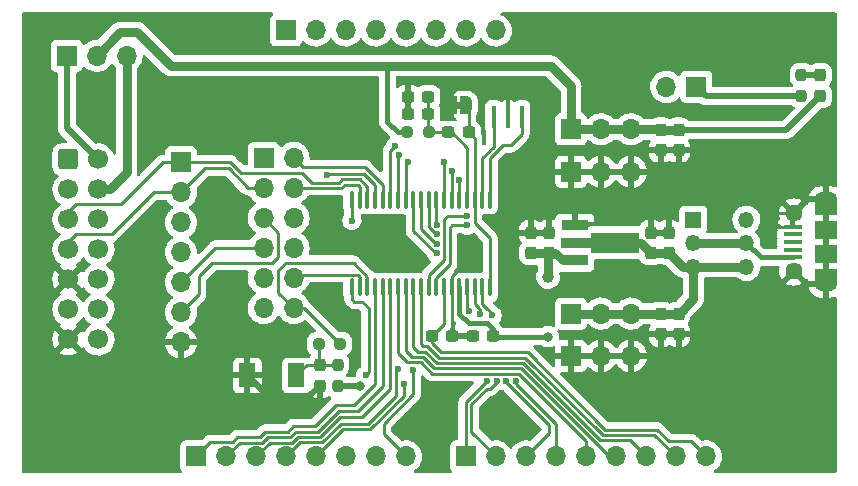
<source format=gtl>
G04 #@! TF.GenerationSoftware,KiCad,Pcbnew,(6.0.7)*
G04 #@! TF.CreationDate,2022-09-17T20:46:44+02:00*
G04 #@! TF.ProjectId,SLAU272_FR5739,534c4155-3237-4325-9f46-52353733392e,rev?*
G04 #@! TF.SameCoordinates,Original*
G04 #@! TF.FileFunction,Copper,L1,Top*
G04 #@! TF.FilePolarity,Positive*
%FSLAX46Y46*%
G04 Gerber Fmt 4.6, Leading zero omitted, Abs format (unit mm)*
G04 Created by KiCad (PCBNEW (6.0.7)) date 2022-09-17 20:46:44*
%MOMM*%
%LPD*%
G01*
G04 APERTURE LIST*
G04 Aperture macros list*
%AMRoundRect*
0 Rectangle with rounded corners*
0 $1 Rounding radius*
0 $2 $3 $4 $5 $6 $7 $8 $9 X,Y pos of 4 corners*
0 Add a 4 corners polygon primitive as box body*
4,1,4,$2,$3,$4,$5,$6,$7,$8,$9,$2,$3,0*
0 Add four circle primitives for the rounded corners*
1,1,$1+$1,$2,$3*
1,1,$1+$1,$4,$5*
1,1,$1+$1,$6,$7*
1,1,$1+$1,$8,$9*
0 Add four rect primitives between the rounded corners*
20,1,$1+$1,$2,$3,$4,$5,0*
20,1,$1+$1,$4,$5,$6,$7,0*
20,1,$1+$1,$6,$7,$8,$9,0*
20,1,$1+$1,$8,$9,$2,$3,0*%
%AMFreePoly0*
4,1,9,5.362500,-0.866500,1.237500,-0.866500,1.237500,-0.450000,-1.237500,-0.450000,-1.237500,0.450000,1.237500,0.450000,1.237500,0.866500,5.362500,0.866500,5.362500,-0.866500,5.362500,-0.866500,$1*%
%AMFreePoly1*
4,1,22,0.500000,-0.750000,0.000000,-0.750000,0.000000,-0.745033,-0.079941,-0.743568,-0.215256,-0.701293,-0.333266,-0.622738,-0.424486,-0.514219,-0.481581,-0.384460,-0.499164,-0.250000,-0.500000,-0.250000,-0.500000,0.250000,-0.499164,0.250000,-0.499963,0.256109,-0.478152,0.396186,-0.417904,0.524511,-0.324060,0.630769,-0.204165,0.706417,-0.067858,0.745374,0.000000,0.744959,0.000000,0.750000,
0.500000,0.750000,0.500000,-0.750000,0.500000,-0.750000,$1*%
%AMFreePoly2*
4,1,20,0.000000,0.744959,0.073905,0.744508,0.209726,0.703889,0.328688,0.626782,0.421226,0.519385,0.479903,0.390333,0.500000,0.250000,0.500000,-0.250000,0.499851,-0.262216,0.476331,-0.402017,0.414519,-0.529596,0.319384,-0.634700,0.198574,-0.708877,0.061801,-0.746166,0.000000,-0.745033,0.000000,-0.750000,-0.500000,-0.750000,-0.500000,0.750000,0.000000,0.750000,0.000000,0.744959,
0.000000,0.744959,$1*%
G04 Aperture macros list end*
G04 #@! TA.AperFunction,SMDPad,CuDef*
%ADD10R,0.400000X1.900000*%
G04 #@! TD*
G04 #@! TA.AperFunction,ComponentPad*
%ADD11RoundRect,0.250000X-0.600000X-0.600000X0.600000X-0.600000X0.600000X0.600000X-0.600000X0.600000X0*%
G04 #@! TD*
G04 #@! TA.AperFunction,ComponentPad*
%ADD12C,1.700000*%
G04 #@! TD*
G04 #@! TA.AperFunction,SMDPad,CuDef*
%ADD13RoundRect,0.237500X0.300000X0.237500X-0.300000X0.237500X-0.300000X-0.237500X0.300000X-0.237500X0*%
G04 #@! TD*
G04 #@! TA.AperFunction,ComponentPad*
%ADD14R,1.700000X1.700000*%
G04 #@! TD*
G04 #@! TA.AperFunction,ComponentPad*
%ADD15O,1.700000X1.700000*%
G04 #@! TD*
G04 #@! TA.AperFunction,SMDPad,CuDef*
%ADD16RoundRect,0.237500X0.237500X-0.300000X0.237500X0.300000X-0.237500X0.300000X-0.237500X-0.300000X0*%
G04 #@! TD*
G04 #@! TA.AperFunction,SMDPad,CuDef*
%ADD17RoundRect,0.237500X-0.250000X-0.237500X0.250000X-0.237500X0.250000X0.237500X-0.250000X0.237500X0*%
G04 #@! TD*
G04 #@! TA.AperFunction,SMDPad,CuDef*
%ADD18R,2.300000X0.900000*%
G04 #@! TD*
G04 #@! TA.AperFunction,SMDPad,CuDef*
%ADD19FreePoly0,0.000000*%
G04 #@! TD*
G04 #@! TA.AperFunction,SMDPad,CuDef*
%ADD20RoundRect,0.237500X-0.237500X0.287500X-0.237500X-0.287500X0.237500X-0.287500X0.237500X0.287500X0*%
G04 #@! TD*
G04 #@! TA.AperFunction,SMDPad,CuDef*
%ADD21RoundRect,0.237500X-0.237500X0.250000X-0.237500X-0.250000X0.237500X-0.250000X0.237500X0.250000X0*%
G04 #@! TD*
G04 #@! TA.AperFunction,SMDPad,CuDef*
%ADD22RoundRect,0.237500X-0.237500X0.300000X-0.237500X-0.300000X0.237500X-0.300000X0.237500X0.300000X0*%
G04 #@! TD*
G04 #@! TA.AperFunction,SMDPad,CuDef*
%ADD23R,1.550000X0.400000*%
G04 #@! TD*
G04 #@! TA.AperFunction,SMDPad,CuDef*
%ADD24R,1.900000X1.200000*%
G04 #@! TD*
G04 #@! TA.AperFunction,ComponentPad*
%ADD25C,1.450000*%
G04 #@! TD*
G04 #@! TA.AperFunction,ComponentPad*
%ADD26O,1.900000X1.200000*%
G04 #@! TD*
G04 #@! TA.AperFunction,SMDPad,CuDef*
%ADD27R,1.900000X1.500000*%
G04 #@! TD*
G04 #@! TA.AperFunction,SMDPad,CuDef*
%ADD28RoundRect,0.237500X0.237500X-0.250000X0.237500X0.250000X-0.237500X0.250000X-0.237500X-0.250000X0*%
G04 #@! TD*
G04 #@! TA.AperFunction,ComponentPad*
%ADD29R,1.350000X1.350000*%
G04 #@! TD*
G04 #@! TA.AperFunction,ComponentPad*
%ADD30O,1.350000X1.350000*%
G04 #@! TD*
G04 #@! TA.AperFunction,SMDPad,CuDef*
%ADD31RoundRect,0.100000X-0.100000X0.637500X-0.100000X-0.637500X0.100000X-0.637500X0.100000X0.637500X0*%
G04 #@! TD*
G04 #@! TA.AperFunction,SMDPad,CuDef*
%ADD32R,1.400000X2.000000*%
G04 #@! TD*
G04 #@! TA.AperFunction,SMDPad,CuDef*
%ADD33RoundRect,0.237500X0.250000X0.237500X-0.250000X0.237500X-0.250000X-0.237500X0.250000X-0.237500X0*%
G04 #@! TD*
G04 #@! TA.AperFunction,SMDPad,CuDef*
%ADD34RoundRect,0.237500X-0.300000X-0.237500X0.300000X-0.237500X0.300000X0.237500X-0.300000X0.237500X0*%
G04 #@! TD*
G04 #@! TA.AperFunction,SMDPad,CuDef*
%ADD35FreePoly1,0.000000*%
G04 #@! TD*
G04 #@! TA.AperFunction,SMDPad,CuDef*
%ADD36FreePoly2,0.000000*%
G04 #@! TD*
G04 #@! TA.AperFunction,ViaPad*
%ADD37C,0.800000*%
G04 #@! TD*
G04 #@! TA.AperFunction,ViaPad*
%ADD38C,0.600000*%
G04 #@! TD*
G04 #@! TA.AperFunction,ViaPad*
%ADD39C,1.000000*%
G04 #@! TD*
G04 #@! TA.AperFunction,Conductor*
%ADD40C,0.254000*%
G04 #@! TD*
G04 #@! TA.AperFunction,Conductor*
%ADD41C,0.508000*%
G04 #@! TD*
G04 #@! TA.AperFunction,Conductor*
%ADD42C,0.381000*%
G04 #@! TD*
G04 #@! TA.AperFunction,Conductor*
%ADD43C,0.750000*%
G04 #@! TD*
G04 APERTURE END LIST*
G36*
X145715000Y-91682000D02*
G01*
X145215000Y-91682000D01*
X145215000Y-91082000D01*
X145715000Y-91082000D01*
X145715000Y-91682000D01*
G37*
D10*
X150856000Y-92398000D03*
X149656000Y-92398000D03*
X148456000Y-92398000D03*
D11*
X112445000Y-95950000D03*
D12*
X114985000Y-95950000D03*
X112445000Y-98490000D03*
X114985000Y-98490000D03*
X112445000Y-101030000D03*
X114985000Y-101030000D03*
X112445000Y-103570000D03*
X114985000Y-103570000D03*
X112445000Y-106110000D03*
X114985000Y-106110000D03*
X112445000Y-108650000D03*
X114985000Y-108650000D03*
X112445000Y-111190000D03*
X114985000Y-111190000D03*
D13*
X148386000Y-110940000D03*
X146661000Y-110940000D03*
X142898500Y-92144000D03*
X141173500Y-92144000D03*
D14*
X130860000Y-85030000D03*
D15*
X133400000Y-85030000D03*
X135940000Y-85030000D03*
X138480000Y-85030000D03*
X141020000Y-85030000D03*
X143560000Y-85030000D03*
X146100000Y-85030000D03*
X148640000Y-85030000D03*
D14*
X146100000Y-121100000D03*
D15*
X148640000Y-121100000D03*
X151180000Y-121100000D03*
X153720000Y-121100000D03*
X156260000Y-121100000D03*
X158800000Y-121100000D03*
X161340000Y-121100000D03*
X163880000Y-121100000D03*
X166420000Y-121100000D03*
D14*
X121970000Y-96203000D03*
D15*
X121970000Y-98743000D03*
X121970000Y-101283000D03*
X121970000Y-103823000D03*
X121970000Y-106363000D03*
X121970000Y-108903000D03*
X121970000Y-111443000D03*
D16*
X163250000Y-103862500D03*
X163250000Y-102137500D03*
X161750000Y-103862500D03*
X161750000Y-102137500D03*
X151600000Y-103862500D03*
X151600000Y-102137500D03*
X153100000Y-103862500D03*
X153100000Y-102137500D03*
D17*
X141138500Y-93664000D03*
X142963500Y-93664000D03*
D18*
X155312500Y-101500000D03*
D19*
X155400000Y-103000000D03*
D18*
X155312500Y-104500000D03*
D20*
X176100000Y-88825000D03*
X176100000Y-90575000D03*
D14*
X165600000Y-89800000D03*
D15*
X163060000Y-89800000D03*
D21*
X174500000Y-88787500D03*
X174500000Y-90612500D03*
D14*
X123240000Y-121100000D03*
D15*
X125780000Y-121100000D03*
X128320000Y-121100000D03*
X130860000Y-121100000D03*
X133400000Y-121100000D03*
X135940000Y-121100000D03*
X138480000Y-121100000D03*
X141020000Y-121100000D03*
D14*
X155000000Y-93400000D03*
D15*
X157540000Y-93400000D03*
X160080000Y-93400000D03*
D14*
X155000000Y-97000000D03*
D15*
X157540000Y-97000000D03*
X160080000Y-97000000D03*
D14*
X155000000Y-112600000D03*
D15*
X157540000Y-112600000D03*
X160080000Y-112600000D03*
D22*
X164100000Y-109037500D03*
X164100000Y-110762500D03*
X164100000Y-93437500D03*
X164100000Y-95162500D03*
X162600000Y-93437500D03*
X162600000Y-95162500D03*
D14*
X155000000Y-109000000D03*
D15*
X157540000Y-109000000D03*
X160080000Y-109000000D03*
D23*
X173758500Y-104239000D03*
X173758500Y-103589000D03*
X173758500Y-102939000D03*
X173758500Y-102289000D03*
X173758500Y-101639000D03*
D24*
X176546000Y-105839000D03*
D25*
X173846000Y-100489000D03*
D26*
X176546000Y-99339000D03*
X176546000Y-106539000D03*
D27*
X176546000Y-101939000D03*
X176546000Y-103939000D03*
D24*
X176546000Y-100039000D03*
D25*
X173846000Y-105389000D03*
D13*
X142898500Y-90644000D03*
X141173500Y-90644000D03*
D14*
X112300000Y-87180000D03*
D15*
X114840000Y-87180000D03*
X117380000Y-87180000D03*
D22*
X133738000Y-113379500D03*
X133738000Y-115104500D03*
D28*
X135238000Y-115154500D03*
X135238000Y-113329500D03*
D29*
X165350000Y-101050000D03*
D30*
X165350000Y-103050000D03*
X165350000Y-105050000D03*
X169850000Y-101050000D03*
X169850000Y-103050000D03*
X169850000Y-105050000D03*
D22*
X162600000Y-109037500D03*
X162600000Y-110762500D03*
D14*
X128969200Y-95827000D03*
D15*
X131509200Y-95827000D03*
X128969200Y-98367000D03*
X131509200Y-98367000D03*
X128969200Y-100907000D03*
X131509200Y-100907000D03*
X128969200Y-103447000D03*
X131509200Y-103447000D03*
X128969200Y-105987000D03*
X131509200Y-105987000D03*
X128969200Y-108527000D03*
X131509200Y-108527000D03*
D31*
X148140000Y-99353500D03*
X147490000Y-99353500D03*
X146840000Y-99353500D03*
X146190000Y-99353500D03*
X145540000Y-99353500D03*
X144890000Y-99353500D03*
X144240000Y-99353500D03*
X143590000Y-99353500D03*
X142940000Y-99353500D03*
X142290000Y-99353500D03*
X141640000Y-99353500D03*
X140990000Y-99353500D03*
X140340000Y-99353500D03*
X139690000Y-99353500D03*
X139040000Y-99353500D03*
X138390000Y-99353500D03*
X137740000Y-99353500D03*
X137090000Y-99353500D03*
X136440000Y-99353500D03*
X136440000Y-106778500D03*
X137090000Y-106778500D03*
X137740000Y-106778500D03*
X138390000Y-106778500D03*
X139040000Y-106778500D03*
X139690000Y-106778500D03*
X140340000Y-106778500D03*
X140990000Y-106778500D03*
X141640000Y-106778500D03*
X142290000Y-106778500D03*
X142940000Y-106778500D03*
X143590000Y-106778500D03*
X144240000Y-106778500D03*
X144890000Y-106778500D03*
X145540000Y-106778500D03*
X146190000Y-106778500D03*
X146840000Y-106778500D03*
X147490000Y-106778500D03*
X148140000Y-106778500D03*
D32*
X131749000Y-114242000D03*
X127599000Y-114242000D03*
D33*
X135455500Y-111575000D03*
X133630500Y-111575000D03*
D34*
X143205500Y-110940000D03*
X144930500Y-110940000D03*
X144602500Y-93668000D03*
X146327500Y-93668000D03*
D35*
X144815000Y-91382000D03*
D36*
X146115000Y-91382000D03*
D37*
X146404800Y-104336000D03*
X139089600Y-102558000D03*
D38*
X115010400Y-91585200D03*
X124713200Y-98748000D03*
X144423600Y-117036000D03*
D37*
X150468800Y-107180800D03*
D38*
X141477200Y-118661600D03*
X134416000Y-107434800D03*
X118414000Y-104437600D03*
X123646400Y-91382000D03*
X149249600Y-117594800D03*
X141172400Y-89400800D03*
D37*
X153050000Y-110949600D03*
X137108400Y-115156400D03*
D39*
X153050000Y-105900000D03*
D38*
X143610800Y-103903006D03*
X150316400Y-114724600D03*
X143610800Y-103103503D03*
X149503600Y-114724600D03*
X148690800Y-114724600D03*
X143610800Y-102304000D03*
X147878000Y-114724600D03*
X143610800Y-101491200D03*
X141629600Y-113784800D03*
X146341815Y-108743785D03*
X137616400Y-114242000D03*
X136448000Y-101135600D03*
X140816800Y-115004000D03*
X148310040Y-109150869D03*
X140385000Y-113734000D03*
X147318477Y-109025138D03*
X146201600Y-101542000D03*
X140466803Y-95571000D03*
X141223200Y-96197500D03*
X144220400Y-96157200D03*
X144880800Y-96970000D03*
X145541200Y-97732000D03*
X140133137Y-94790211D03*
X146201600Y-100729200D03*
X134365200Y-97274800D03*
D40*
X144890000Y-110899500D02*
X144930500Y-110940000D01*
X146404800Y-104336000D02*
X144890000Y-105850800D01*
X144890000Y-105850800D02*
X144890000Y-106778500D01*
X171272000Y-101568000D02*
X171354000Y-101650000D01*
X171272000Y-100500000D02*
X171272000Y-101568000D01*
X171354000Y-101650000D02*
X173747500Y-101650000D01*
D41*
X127599000Y-114242000D02*
X129377000Y-116020000D01*
D40*
X173835000Y-100500000D02*
X171272000Y-100500000D01*
X173846000Y-100489000D02*
X173835000Y-100500000D01*
D41*
X129377000Y-116020000D02*
X132822500Y-116020000D01*
D40*
X144930500Y-110940000D02*
X146661000Y-110940000D01*
D41*
X132822500Y-116020000D02*
X133738000Y-115104500D01*
D40*
X173747500Y-101650000D02*
X173758500Y-101639000D01*
X141173500Y-92144000D02*
X141173500Y-90644000D01*
X144890000Y-106778500D02*
X144890000Y-110899500D01*
D42*
X141173500Y-89401900D02*
X141172400Y-89400800D01*
X141173500Y-90644000D02*
X141173500Y-89401900D01*
D40*
X131509200Y-108527000D02*
X132407500Y-108527000D01*
X137740000Y-105874948D02*
X136582052Y-104717000D01*
X130225000Y-107242800D02*
X131509200Y-108527000D01*
X137740000Y-106778500D02*
X137740000Y-105874948D01*
X136582052Y-104717000D02*
X130860000Y-104717000D01*
X130225000Y-105352000D02*
X130225000Y-107242800D01*
X130860000Y-104717000D02*
X130225000Y-105352000D01*
X132407500Y-108527000D02*
X135455500Y-111575000D01*
X136937000Y-105714000D02*
X131782200Y-105714000D01*
X137090000Y-106778500D02*
X137090000Y-105867000D01*
X131782200Y-105714000D02*
X131509200Y-105987000D01*
X137090000Y-105867000D02*
X136937000Y-105714000D01*
D42*
X148395600Y-110949600D02*
X148386000Y-110940000D01*
D43*
X154275000Y-104500000D02*
X155312500Y-104500000D01*
X118261600Y-85184400D02*
X116835600Y-85184400D01*
X160080000Y-93400000D02*
X162562500Y-93400000D01*
X116835600Y-85184400D02*
X114840000Y-87180000D01*
D42*
X140355600Y-93664000D02*
X139445200Y-92753600D01*
D43*
X153637500Y-103862500D02*
X154275000Y-104500000D01*
X155000000Y-93400000D02*
X157540000Y-93400000D01*
X153050000Y-105900000D02*
X153050000Y-103912500D01*
X139445200Y-88029200D02*
X121106400Y-88029200D01*
D42*
X147910665Y-109840535D02*
X148386000Y-110315869D01*
D43*
X153050000Y-103912500D02*
X153100000Y-103862500D01*
D41*
X164100000Y-93437500D02*
X173237500Y-93437500D01*
D43*
X157540000Y-93400000D02*
X160080000Y-93400000D01*
X155000000Y-93400000D02*
X155000000Y-89766400D01*
X162562500Y-93400000D02*
X162600000Y-93437500D01*
D42*
X146321335Y-109840535D02*
X147910665Y-109840535D01*
D41*
X173237500Y-93437500D02*
X173537500Y-93137500D01*
D42*
X145540000Y-109059200D02*
X146321335Y-109840535D01*
D43*
X153262800Y-88029200D02*
X139445200Y-88029200D01*
D41*
X176100000Y-90575000D02*
X173537500Y-93137500D01*
X137106500Y-115154500D02*
X137108400Y-115156400D01*
D42*
X148386000Y-110315869D02*
X148386000Y-110940000D01*
D41*
X173537500Y-93137500D02*
X173275000Y-93400000D01*
D43*
X121106400Y-88029200D02*
X118261600Y-85184400D01*
D42*
X139445200Y-92753600D02*
X139445200Y-88029200D01*
D43*
X162600000Y-93437500D02*
X164100000Y-93437500D01*
X153100000Y-103862500D02*
X153637500Y-103862500D01*
D42*
X153050000Y-110949600D02*
X148395600Y-110949600D01*
D41*
X135238000Y-115154500D02*
X137106500Y-115154500D01*
D43*
X155000000Y-89766400D02*
X153262800Y-88029200D01*
X153100000Y-103862500D02*
X151600000Y-103862500D01*
D42*
X145540000Y-106778500D02*
X145540000Y-109059200D01*
X141138500Y-93664000D02*
X140355600Y-93664000D01*
D40*
X157679068Y-119274400D02*
X162054400Y-119274400D01*
X151140268Y-112735600D02*
X157679068Y-119274400D01*
X142290000Y-106778500D02*
X142290000Y-111575000D01*
X142290000Y-111575000D02*
X142474200Y-111759200D01*
X142474200Y-111759200D02*
X142825556Y-111759200D01*
X143801956Y-112735600D02*
X151140268Y-112735600D01*
X142825556Y-111759200D02*
X143801956Y-112735600D01*
X162054400Y-119274400D02*
X163880000Y-121100000D01*
X157491016Y-119728400D02*
X159968400Y-119728400D01*
X159968400Y-119728400D02*
X161340000Y-121100000D01*
X142039200Y-112213200D02*
X142637504Y-112213200D01*
X141640000Y-111814000D02*
X142039200Y-112213200D01*
X143613904Y-113189600D02*
X150952216Y-113189600D01*
X150952216Y-113189600D02*
X157491016Y-119728400D01*
X141640000Y-106778500D02*
X141640000Y-111814000D01*
X142637504Y-112213200D02*
X143613904Y-113189600D01*
X140990000Y-106778500D02*
X140990000Y-112129200D01*
X150764164Y-113643600D02*
X158220564Y-121100000D01*
X158220564Y-121100000D02*
X158800000Y-121100000D01*
X142449452Y-112667200D02*
X143425852Y-113643600D01*
X143425852Y-113643600D02*
X150764164Y-113643600D01*
X141528000Y-112667200D02*
X142449452Y-112667200D01*
X140990000Y-112129200D02*
X141528000Y-112667200D01*
X140340000Y-112342800D02*
X141118400Y-113121200D01*
X150576112Y-114097600D02*
X156260000Y-119781488D01*
X142261400Y-113121200D02*
X143237800Y-114097600D01*
X156260000Y-119781488D02*
X156260000Y-121100000D01*
X140340000Y-106778500D02*
X140340000Y-112342800D01*
X143237800Y-114097600D02*
X150576112Y-114097600D01*
X141118400Y-113121200D02*
X142261400Y-113121200D01*
X141640000Y-99353500D02*
X141640000Y-102019415D01*
X150316400Y-114971548D02*
X150316400Y-114724600D01*
X141640000Y-102019415D02*
X143523591Y-103903006D01*
X153720000Y-121100000D02*
X153720000Y-118375148D01*
X153720000Y-118375148D02*
X150316400Y-114971548D01*
X143523591Y-103903006D02*
X143610800Y-103903006D01*
X142290000Y-101869912D02*
X143523591Y-103103503D01*
X149503600Y-114724600D02*
X149503600Y-114800800D01*
X143523591Y-103103503D02*
X143610800Y-103103503D01*
X149503600Y-114800800D02*
X153161200Y-118458400D01*
X142290000Y-99353500D02*
X142290000Y-101869912D01*
X153161200Y-118458400D02*
X153161200Y-119118800D01*
X153161200Y-119118800D02*
X151180000Y-121100000D01*
X148690800Y-114798512D02*
X148690800Y-114724600D01*
X146554000Y-116690652D02*
X147885052Y-115359600D01*
X142940000Y-99353500D02*
X142940000Y-101707112D01*
X147885052Y-115359600D02*
X148129712Y-115359600D01*
X143536888Y-102304000D02*
X143610800Y-102304000D01*
X148640000Y-121100000D02*
X146554000Y-119014000D01*
X142940000Y-101707112D02*
X143536888Y-102304000D01*
X148129712Y-115359600D02*
X148690800Y-114798512D01*
X146554000Y-119014000D02*
X146554000Y-116690652D01*
X146100000Y-121100000D02*
X146100000Y-116502600D01*
X143590000Y-101470400D02*
X143610800Y-101491200D01*
X143590000Y-99353500D02*
X143590000Y-101470400D01*
X146100000Y-116502600D02*
X147878000Y-114724600D01*
X141655000Y-113810200D02*
X141655000Y-115805507D01*
X141655000Y-115805507D02*
X139140400Y-118320106D01*
X146190000Y-108591970D02*
X146341815Y-108743785D01*
X146190000Y-106778500D02*
X146190000Y-108591970D01*
X141629600Y-113784800D02*
X141655000Y-113810200D01*
X139140400Y-119220400D02*
X141020000Y-121100000D01*
X139140400Y-118320106D02*
X139140400Y-119220400D01*
X137616400Y-114242000D02*
X137870400Y-113988000D01*
X136651200Y-107993600D02*
X136440000Y-107782400D01*
X137870400Y-108552400D02*
X137311600Y-107993600D01*
X136440000Y-107782400D02*
X136440000Y-106778500D01*
X137311600Y-107993600D02*
X136651200Y-107993600D01*
X137870400Y-113988000D02*
X137870400Y-108552400D01*
X136440000Y-101127600D02*
X136448000Y-101135600D01*
X136440000Y-99353500D02*
X136440000Y-101127600D01*
X148310040Y-108988567D02*
X148310040Y-109150869D01*
X147924673Y-108603200D02*
X148310040Y-108988567D01*
X147490000Y-106778500D02*
X147490000Y-108168527D01*
X147490000Y-108168527D02*
X147924673Y-108603200D01*
X133400000Y-121100000D02*
X135689200Y-118810800D01*
X138007653Y-118810800D02*
X140816800Y-116001654D01*
X140816800Y-116001654D02*
X140816800Y-115004000D01*
X135689200Y-118810800D02*
X138007653Y-118810800D01*
X147318477Y-108692313D02*
X147318477Y-109025138D01*
X135501148Y-118356800D02*
X137819600Y-118356800D01*
X130860000Y-121100000D02*
X132053800Y-119906200D01*
X147178564Y-108552400D02*
X147318477Y-108692313D01*
X133951748Y-119906200D02*
X135501148Y-118356800D01*
X132053800Y-119906200D02*
X133951748Y-119906200D01*
X146840000Y-106778500D02*
X146840000Y-108213836D01*
X140156400Y-113962600D02*
X140385000Y-113734000D01*
X140156400Y-116020000D02*
X140156400Y-113962600D01*
X137819600Y-118356800D02*
X140156400Y-116020000D01*
X146840000Y-108213836D02*
X147178564Y-108552400D01*
X131865747Y-119452200D02*
X131394947Y-119923000D01*
X129497000Y-119923000D02*
X128320000Y-121100000D01*
X135417895Y-117798000D02*
X133763695Y-119452200D01*
X133763695Y-119452200D02*
X131865747Y-119452200D01*
X139690000Y-115368800D02*
X137260800Y-117798000D01*
X139690000Y-106778500D02*
X139690000Y-115368800D01*
X131394947Y-119923000D02*
X129497000Y-119923000D01*
X137260800Y-117798000D02*
X135417895Y-117798000D01*
X123240000Y-121100000D02*
X124459200Y-119880800D01*
X129120894Y-119015000D02*
X131018841Y-119015000D01*
X133314200Y-118544200D02*
X135127200Y-116731200D01*
X126750600Y-119469000D02*
X128666894Y-119469000D01*
X138390000Y-114941600D02*
X138390000Y-106778500D01*
X136600400Y-116731200D02*
X138390000Y-114941600D01*
X135127200Y-116731200D02*
X136600400Y-116731200D01*
X131489641Y-118544200D02*
X133314200Y-118544200D01*
X126357148Y-119880800D02*
X126750600Y-119487348D01*
X131018841Y-119015000D02*
X131489641Y-118544200D01*
X124459200Y-119880800D02*
X126357148Y-119880800D01*
X126750600Y-119487348D02*
X126750600Y-119469000D01*
X128666894Y-119469000D02*
X129120894Y-119015000D01*
X129308947Y-119469000D02*
X128854947Y-119923000D01*
X128854947Y-119923000D02*
X126957000Y-119923000D01*
X139040000Y-106778500D02*
X139040000Y-115155200D01*
X126957000Y-119923000D02*
X125780000Y-121100000D01*
X139040000Y-115155200D02*
X136956000Y-117239200D01*
X131206894Y-119469000D02*
X129308947Y-119469000D01*
X135330400Y-117239200D02*
X133571400Y-118998200D01*
X133571400Y-118998200D02*
X131677694Y-118998200D01*
X131677694Y-118998200D02*
X131206894Y-119469000D01*
X136956000Y-117239200D02*
X135330400Y-117239200D01*
X144931600Y-101542000D02*
X144728400Y-101745200D01*
X143590000Y-105982400D02*
X143590000Y-106778500D01*
X146201600Y-101542000D02*
X144931600Y-101542000D01*
X144728400Y-101745200D02*
X144728400Y-104844000D01*
X144728400Y-104844000D02*
X143590000Y-105982400D01*
X140340000Y-95697803D02*
X140466803Y-95571000D01*
X140340000Y-99353500D02*
X140340000Y-95697803D01*
X140990000Y-96430700D02*
X141223200Y-96197500D01*
X140990000Y-99353500D02*
X140990000Y-96430700D01*
X144240000Y-96176800D02*
X144220400Y-96157200D01*
X144240000Y-99353500D02*
X144240000Y-96176800D01*
X144890000Y-96979200D02*
X144880800Y-96970000D01*
X144890000Y-99353500D02*
X144890000Y-96979200D01*
X145540000Y-97733200D02*
X145541200Y-97732000D01*
X145540000Y-99353500D02*
X145540000Y-97733200D01*
D43*
X165350000Y-105050000D02*
X165350000Y-107787500D01*
X162600000Y-109037500D02*
X164100000Y-109037500D01*
X160080000Y-109000000D02*
X162562500Y-109000000D01*
X160887500Y-103000000D02*
X155400000Y-103000000D01*
X162562500Y-109000000D02*
X162600000Y-109037500D01*
X161750000Y-103862500D02*
X160887500Y-103000000D01*
X165350000Y-105050000D02*
X164437500Y-105050000D01*
X169850000Y-105050000D02*
X165350000Y-105050000D01*
X165350000Y-107787500D02*
X164100000Y-109037500D01*
X161750000Y-103862500D02*
X163250000Y-103862500D01*
X157540000Y-109000000D02*
X160080000Y-109000000D01*
X164437500Y-105050000D02*
X163250000Y-103862500D01*
X155000000Y-109000000D02*
X157540000Y-109000000D01*
X117380000Y-97038800D02*
X117380000Y-87180000D01*
X114985000Y-98490000D02*
X115928800Y-98490000D01*
X115928800Y-98490000D02*
X117380000Y-97038800D01*
D41*
X112300000Y-87180000D02*
X112300000Y-93265000D01*
X112300000Y-93265000D02*
X114985000Y-95950000D01*
X174537500Y-88825000D02*
X174500000Y-88787500D01*
X176100000Y-88825000D02*
X174537500Y-88825000D01*
D40*
X124886000Y-103447000D02*
X121970000Y-106363000D01*
X128969200Y-103447000D02*
X124886000Y-103447000D01*
X130225000Y-102162800D02*
X128969200Y-100907000D01*
X129717000Y-104717000D02*
X130225000Y-104209000D01*
X121970000Y-108903000D02*
X123494000Y-107379000D01*
X123494000Y-105860000D02*
X124637000Y-104717000D01*
X124637000Y-104717000D02*
X129717000Y-104717000D01*
X130225000Y-104209000D02*
X130225000Y-102162800D01*
X123494000Y-107379000D02*
X123494000Y-105860000D01*
X112445000Y-102935000D02*
X113076000Y-102304000D01*
X119679000Y-98743000D02*
X121970000Y-98743000D01*
X123997000Y-96716000D02*
X126026948Y-96716000D01*
X127677948Y-98367000D02*
X128969200Y-98367000D01*
X121970000Y-98743000D02*
X123997000Y-96716000D01*
X112445000Y-103570000D02*
X112445000Y-102935000D01*
X116118000Y-102304000D02*
X119679000Y-98743000D01*
X113076000Y-102304000D02*
X116118000Y-102304000D01*
X126026948Y-96716000D02*
X127677948Y-98367000D01*
D42*
X171050000Y-104250000D02*
X173747500Y-104250000D01*
X169850000Y-103050000D02*
X171050000Y-104250000D01*
X173747500Y-104250000D02*
X173758500Y-104239000D01*
D43*
X169850000Y-103050000D02*
X165350000Y-103050000D01*
D41*
X166412500Y-90612500D02*
X165600000Y-89800000D01*
X174500000Y-90612500D02*
X166412500Y-90612500D01*
D40*
X144880800Y-93668000D02*
X144602500Y-93668000D01*
X142898500Y-90644000D02*
X142898500Y-92144000D01*
X144598500Y-93664000D02*
X144602500Y-93668000D01*
X142963500Y-93664000D02*
X144598500Y-93664000D01*
X146190000Y-99353500D02*
X146190000Y-94977200D01*
X142898500Y-93599000D02*
X142963500Y-93664000D01*
X146190000Y-94977200D02*
X144880800Y-93668000D01*
X142898500Y-92144000D02*
X142898500Y-93599000D01*
X146327500Y-91594500D02*
X146115000Y-91382000D01*
X146840000Y-94180500D02*
X146327500Y-93668000D01*
X146840000Y-99353500D02*
X146840000Y-94180500D01*
X146327500Y-93668000D02*
X146327500Y-91594500D01*
X146840000Y-99353500D02*
X146840000Y-101316800D01*
X148140000Y-102616800D02*
X148140000Y-106778500D01*
X146840000Y-101316800D02*
X148140000Y-102616800D01*
X139690000Y-95233348D02*
X140133137Y-94790211D01*
X139690000Y-99353500D02*
X139690000Y-95233348D01*
X144576000Y-100729200D02*
X144271200Y-101034000D01*
X144271200Y-104437600D02*
X142940000Y-105768800D01*
X146201600Y-100729200D02*
X144576000Y-100729200D01*
X144271200Y-101034000D02*
X144271200Y-104437600D01*
X142940000Y-105768800D02*
X142940000Y-106778500D01*
X148140000Y-99353500D02*
X148140000Y-95826052D01*
X149919200Y-94734800D02*
X150856000Y-93798000D01*
X148140000Y-95826052D02*
X149231252Y-94734800D01*
X150856000Y-93798000D02*
X150856000Y-92398000D01*
X149231252Y-94734800D02*
X149919200Y-94734800D01*
X147490000Y-99353500D02*
X147490000Y-95834000D01*
X147490000Y-95834000D02*
X148456000Y-94868000D01*
X148456000Y-94868000D02*
X148456000Y-92398000D01*
X143205500Y-110940000D02*
X143205500Y-111497091D01*
X157867120Y-118820400D02*
X162242453Y-118820400D01*
X144240000Y-106778500D02*
X144240000Y-109905500D01*
X143205500Y-111497091D02*
X143990009Y-112281600D01*
X143990009Y-112281600D02*
X151328320Y-112281600D01*
X151328320Y-112281600D02*
X157867120Y-118820400D01*
X163252052Y-119830000D02*
X165150000Y-119830000D01*
X162242453Y-118820400D02*
X163252052Y-119830000D01*
X165150000Y-119830000D02*
X166420000Y-121100000D01*
X144240000Y-109905500D02*
X143205500Y-110940000D01*
X139040000Y-98088800D02*
X137565600Y-96614400D01*
X132296600Y-96614400D02*
X131509200Y-95827000D01*
X137565600Y-96614400D02*
X132296600Y-96614400D01*
X139040000Y-99353500D02*
X139040000Y-98088800D01*
X136930600Y-98087600D02*
X137090000Y-98247000D01*
X137090000Y-99353500D02*
X137090000Y-98247000D01*
X135838400Y-98087600D02*
X136930600Y-98087600D01*
X131509200Y-98367000D02*
X135559000Y-98367000D01*
X135559000Y-98367000D02*
X135838400Y-98087600D01*
X137740000Y-98254948D02*
X137740000Y-99353500D01*
X135352600Y-97913000D02*
X135635200Y-97630400D01*
X132257000Y-97097000D02*
X133073000Y-97913000D01*
X112445000Y-101030000D02*
X112445000Y-100395000D01*
X116895450Y-99758550D02*
X120451000Y-96203000D01*
X113081450Y-99758550D02*
X116895450Y-99758550D01*
X133073000Y-97913000D02*
X135352600Y-97913000D01*
X121970000Y-96203000D02*
X126156000Y-96203000D01*
X120451000Y-96203000D02*
X121970000Y-96203000D01*
X137115452Y-97630400D02*
X137740000Y-98254948D01*
X126156000Y-96203000D02*
X127050000Y-97097000D01*
X127050000Y-97097000D02*
X132257000Y-97097000D01*
X112445000Y-100395000D02*
X113081450Y-99758550D01*
X135635200Y-97630400D02*
X137115452Y-97630400D01*
X138390000Y-99353500D02*
X138390000Y-98099200D01*
X138390000Y-98099200D02*
X137467200Y-97176400D01*
X137467200Y-97176400D02*
X134463600Y-97176400D01*
X134463600Y-97176400D02*
X134365200Y-97274800D01*
X135238000Y-113329500D02*
X133788000Y-113329500D01*
X133738000Y-113379500D02*
X132611500Y-113379500D01*
X133630500Y-111575000D02*
X133630500Y-113272000D01*
X133630500Y-113272000D02*
X133738000Y-113379500D01*
X132611500Y-113379500D02*
X131749000Y-114242000D01*
X133788000Y-113329500D02*
X133738000Y-113379500D01*
G04 #@! TA.AperFunction,Conductor*
G36*
X129747924Y-83528502D02*
G01*
X129794417Y-83582158D01*
X129804521Y-83652432D01*
X129775027Y-83717012D01*
X129755368Y-83735326D01*
X129646739Y-83816739D01*
X129559385Y-83933295D01*
X129508255Y-84069684D01*
X129501500Y-84131866D01*
X129501500Y-85928134D01*
X129508255Y-85990316D01*
X129559385Y-86126705D01*
X129646739Y-86243261D01*
X129763295Y-86330615D01*
X129899684Y-86381745D01*
X129961866Y-86388500D01*
X131758134Y-86388500D01*
X131820316Y-86381745D01*
X131956705Y-86330615D01*
X132073261Y-86243261D01*
X132160615Y-86126705D01*
X132198178Y-86026507D01*
X132204598Y-86009382D01*
X132247240Y-85952618D01*
X132313802Y-85927918D01*
X132383150Y-85943126D01*
X132417817Y-85971114D01*
X132446250Y-86003938D01*
X132618126Y-86146632D01*
X132811000Y-86259338D01*
X133019692Y-86339030D01*
X133024760Y-86340061D01*
X133024763Y-86340062D01*
X133132017Y-86361883D01*
X133238597Y-86383567D01*
X133243772Y-86383757D01*
X133243774Y-86383757D01*
X133456673Y-86391564D01*
X133456677Y-86391564D01*
X133461837Y-86391753D01*
X133466957Y-86391097D01*
X133466959Y-86391097D01*
X133678288Y-86364025D01*
X133678289Y-86364025D01*
X133683416Y-86363368D01*
X133688366Y-86361883D01*
X133892429Y-86300661D01*
X133892434Y-86300659D01*
X133897384Y-86299174D01*
X134097994Y-86200896D01*
X134279860Y-86071173D01*
X134321567Y-86029612D01*
X134425795Y-85925747D01*
X134438096Y-85913489D01*
X134499343Y-85828255D01*
X134568453Y-85732077D01*
X134569776Y-85733028D01*
X134616645Y-85689857D01*
X134686580Y-85677625D01*
X134752026Y-85705144D01*
X134779875Y-85736994D01*
X134839987Y-85835088D01*
X134986250Y-86003938D01*
X135158126Y-86146632D01*
X135351000Y-86259338D01*
X135559692Y-86339030D01*
X135564760Y-86340061D01*
X135564763Y-86340062D01*
X135672017Y-86361883D01*
X135778597Y-86383567D01*
X135783772Y-86383757D01*
X135783774Y-86383757D01*
X135996673Y-86391564D01*
X135996677Y-86391564D01*
X136001837Y-86391753D01*
X136006957Y-86391097D01*
X136006959Y-86391097D01*
X136218288Y-86364025D01*
X136218289Y-86364025D01*
X136223416Y-86363368D01*
X136228366Y-86361883D01*
X136432429Y-86300661D01*
X136432434Y-86300659D01*
X136437384Y-86299174D01*
X136637994Y-86200896D01*
X136819860Y-86071173D01*
X136861567Y-86029612D01*
X136965795Y-85925747D01*
X136978096Y-85913489D01*
X137039343Y-85828255D01*
X137108453Y-85732077D01*
X137109776Y-85733028D01*
X137156645Y-85689857D01*
X137226580Y-85677625D01*
X137292026Y-85705144D01*
X137319875Y-85736994D01*
X137379987Y-85835088D01*
X137526250Y-86003938D01*
X137698126Y-86146632D01*
X137891000Y-86259338D01*
X138099692Y-86339030D01*
X138104760Y-86340061D01*
X138104763Y-86340062D01*
X138212017Y-86361883D01*
X138318597Y-86383567D01*
X138323772Y-86383757D01*
X138323774Y-86383757D01*
X138536673Y-86391564D01*
X138536677Y-86391564D01*
X138541837Y-86391753D01*
X138546957Y-86391097D01*
X138546959Y-86391097D01*
X138758288Y-86364025D01*
X138758289Y-86364025D01*
X138763416Y-86363368D01*
X138768366Y-86361883D01*
X138972429Y-86300661D01*
X138972434Y-86300659D01*
X138977384Y-86299174D01*
X139177994Y-86200896D01*
X139359860Y-86071173D01*
X139401567Y-86029612D01*
X139505795Y-85925747D01*
X139518096Y-85913489D01*
X139579343Y-85828255D01*
X139648453Y-85732077D01*
X139649776Y-85733028D01*
X139696645Y-85689857D01*
X139766580Y-85677625D01*
X139832026Y-85705144D01*
X139859875Y-85736994D01*
X139919987Y-85835088D01*
X140066250Y-86003938D01*
X140238126Y-86146632D01*
X140431000Y-86259338D01*
X140639692Y-86339030D01*
X140644760Y-86340061D01*
X140644763Y-86340062D01*
X140752017Y-86361883D01*
X140858597Y-86383567D01*
X140863772Y-86383757D01*
X140863774Y-86383757D01*
X141076673Y-86391564D01*
X141076677Y-86391564D01*
X141081837Y-86391753D01*
X141086957Y-86391097D01*
X141086959Y-86391097D01*
X141298288Y-86364025D01*
X141298289Y-86364025D01*
X141303416Y-86363368D01*
X141308366Y-86361883D01*
X141512429Y-86300661D01*
X141512434Y-86300659D01*
X141517384Y-86299174D01*
X141717994Y-86200896D01*
X141899860Y-86071173D01*
X141941567Y-86029612D01*
X142045795Y-85925747D01*
X142058096Y-85913489D01*
X142119343Y-85828255D01*
X142188453Y-85732077D01*
X142189776Y-85733028D01*
X142236645Y-85689857D01*
X142306580Y-85677625D01*
X142372026Y-85705144D01*
X142399875Y-85736994D01*
X142459987Y-85835088D01*
X142606250Y-86003938D01*
X142778126Y-86146632D01*
X142971000Y-86259338D01*
X143179692Y-86339030D01*
X143184760Y-86340061D01*
X143184763Y-86340062D01*
X143292017Y-86361883D01*
X143398597Y-86383567D01*
X143403772Y-86383757D01*
X143403774Y-86383757D01*
X143616673Y-86391564D01*
X143616677Y-86391564D01*
X143621837Y-86391753D01*
X143626957Y-86391097D01*
X143626959Y-86391097D01*
X143838288Y-86364025D01*
X143838289Y-86364025D01*
X143843416Y-86363368D01*
X143848366Y-86361883D01*
X144052429Y-86300661D01*
X144052434Y-86300659D01*
X144057384Y-86299174D01*
X144257994Y-86200896D01*
X144439860Y-86071173D01*
X144481567Y-86029612D01*
X144585795Y-85925747D01*
X144598096Y-85913489D01*
X144659343Y-85828255D01*
X144728453Y-85732077D01*
X144729776Y-85733028D01*
X144776645Y-85689857D01*
X144846580Y-85677625D01*
X144912026Y-85705144D01*
X144939875Y-85736994D01*
X144999987Y-85835088D01*
X145146250Y-86003938D01*
X145318126Y-86146632D01*
X145511000Y-86259338D01*
X145719692Y-86339030D01*
X145724760Y-86340061D01*
X145724763Y-86340062D01*
X145832017Y-86361883D01*
X145938597Y-86383567D01*
X145943772Y-86383757D01*
X145943774Y-86383757D01*
X146156673Y-86391564D01*
X146156677Y-86391564D01*
X146161837Y-86391753D01*
X146166957Y-86391097D01*
X146166959Y-86391097D01*
X146378288Y-86364025D01*
X146378289Y-86364025D01*
X146383416Y-86363368D01*
X146388366Y-86361883D01*
X146592429Y-86300661D01*
X146592434Y-86300659D01*
X146597384Y-86299174D01*
X146797994Y-86200896D01*
X146979860Y-86071173D01*
X147021567Y-86029612D01*
X147125795Y-85925747D01*
X147138096Y-85913489D01*
X147199343Y-85828255D01*
X147268453Y-85732077D01*
X147269776Y-85733028D01*
X147316645Y-85689857D01*
X147386580Y-85677625D01*
X147452026Y-85705144D01*
X147479875Y-85736994D01*
X147539987Y-85835088D01*
X147686250Y-86003938D01*
X147858126Y-86146632D01*
X148051000Y-86259338D01*
X148259692Y-86339030D01*
X148264760Y-86340061D01*
X148264763Y-86340062D01*
X148372017Y-86361883D01*
X148478597Y-86383567D01*
X148483772Y-86383757D01*
X148483774Y-86383757D01*
X148696673Y-86391564D01*
X148696677Y-86391564D01*
X148701837Y-86391753D01*
X148706957Y-86391097D01*
X148706959Y-86391097D01*
X148918288Y-86364025D01*
X148918289Y-86364025D01*
X148923416Y-86363368D01*
X148928366Y-86361883D01*
X149132429Y-86300661D01*
X149132434Y-86300659D01*
X149137384Y-86299174D01*
X149337994Y-86200896D01*
X149519860Y-86071173D01*
X149561567Y-86029612D01*
X149665795Y-85925747D01*
X149678096Y-85913489D01*
X149739343Y-85828255D01*
X149805435Y-85736277D01*
X149808453Y-85732077D01*
X149829320Y-85689857D01*
X149905136Y-85536453D01*
X149905137Y-85536451D01*
X149907430Y-85531811D01*
X149972370Y-85318069D01*
X150001529Y-85096590D01*
X150003156Y-85030000D01*
X149984852Y-84807361D01*
X149930431Y-84590702D01*
X149841354Y-84385840D01*
X149786292Y-84300727D01*
X149722822Y-84202617D01*
X149722820Y-84202614D01*
X149720014Y-84198277D01*
X149569670Y-84033051D01*
X149565619Y-84029852D01*
X149565615Y-84029848D01*
X149398414Y-83897800D01*
X149398410Y-83897798D01*
X149394359Y-83894598D01*
X149198789Y-83786638D01*
X149193920Y-83784914D01*
X149193916Y-83784912D01*
X149104569Y-83753273D01*
X149047033Y-83711679D01*
X149021117Y-83645581D01*
X149035051Y-83575965D01*
X149084410Y-83524934D01*
X149146629Y-83508500D01*
X177365500Y-83508500D01*
X177433621Y-83528502D01*
X177480114Y-83582158D01*
X177491500Y-83634500D01*
X177491500Y-98197762D01*
X177471498Y-98265883D01*
X177417842Y-98312376D01*
X177347568Y-98322480D01*
X177318401Y-98314628D01*
X177217685Y-98274038D01*
X177206230Y-98270645D01*
X177009072Y-98232143D01*
X177000209Y-98231066D01*
X176997500Y-98231000D01*
X176818115Y-98231000D01*
X176802876Y-98235475D01*
X176801671Y-98236865D01*
X176800000Y-98244548D01*
X176800000Y-107628885D01*
X176804475Y-107644124D01*
X176805865Y-107645329D01*
X176813548Y-107647000D01*
X176945832Y-107647000D01*
X176951808Y-107646715D01*
X177100494Y-107632529D01*
X177112228Y-107630270D01*
X177303598Y-107574129D01*
X177318708Y-107568085D01*
X177389385Y-107561359D01*
X177452479Y-107593911D01*
X177487958Y-107655407D01*
X177491500Y-107685074D01*
X177491500Y-122365500D01*
X177471498Y-122433621D01*
X177417842Y-122480114D01*
X177365500Y-122491500D01*
X167202343Y-122491500D01*
X167134222Y-122471498D01*
X167087729Y-122417842D01*
X167077625Y-122347568D01*
X167107119Y-122282988D01*
X167129175Y-122262921D01*
X167295656Y-122144172D01*
X167295659Y-122144170D01*
X167299860Y-122141173D01*
X167458096Y-121983489D01*
X167588453Y-121802077D01*
X167609320Y-121759857D01*
X167685136Y-121606453D01*
X167685137Y-121606451D01*
X167687430Y-121601811D01*
X167752370Y-121388069D01*
X167781529Y-121166590D01*
X167783156Y-121100000D01*
X167764852Y-120877361D01*
X167710431Y-120660702D01*
X167621354Y-120455840D01*
X167500014Y-120268277D01*
X167349670Y-120103051D01*
X167345619Y-120099852D01*
X167345615Y-120099848D01*
X167178414Y-119967800D01*
X167178410Y-119967798D01*
X167174359Y-119964598D01*
X167169831Y-119962098D01*
X167074159Y-119909285D01*
X166978789Y-119856638D01*
X166973920Y-119854914D01*
X166973916Y-119854912D01*
X166773087Y-119783795D01*
X166773083Y-119783794D01*
X166768212Y-119782069D01*
X166763119Y-119781162D01*
X166763116Y-119781161D01*
X166553373Y-119743800D01*
X166553367Y-119743799D01*
X166548284Y-119742894D01*
X166474452Y-119741992D01*
X166330081Y-119740228D01*
X166330079Y-119740228D01*
X166324911Y-119740165D01*
X166177627Y-119762703D01*
X166109200Y-119773173D01*
X166109197Y-119773174D01*
X166104091Y-119773955D01*
X166099184Y-119775559D01*
X166099171Y-119775562D01*
X166093661Y-119777363D01*
X166022697Y-119779512D01*
X165965425Y-119746692D01*
X165655250Y-119436517D01*
X165647674Y-119428191D01*
X165643553Y-119421697D01*
X165593734Y-119374914D01*
X165590893Y-119372160D01*
X165571094Y-119352361D01*
X165567969Y-119349937D01*
X165567960Y-119349929D01*
X165567874Y-119349863D01*
X165558849Y-119342155D01*
X165539668Y-119324143D01*
X165526506Y-119311783D01*
X165508669Y-119301977D01*
X165492153Y-119291127D01*
X165476067Y-119278650D01*
X165435334Y-119261024D01*
X165424686Y-119255807D01*
X165410277Y-119247886D01*
X165385803Y-119234431D01*
X165378128Y-119232460D01*
X165378122Y-119232458D01*
X165366089Y-119229369D01*
X165347387Y-119222966D01*
X165328708Y-119214883D01*
X165287745Y-119208395D01*
X165284873Y-119207940D01*
X165273260Y-119205535D01*
X165230282Y-119194500D01*
X165209935Y-119194500D01*
X165190224Y-119192949D01*
X165177950Y-119191005D01*
X165170121Y-119189765D01*
X165162229Y-119190511D01*
X165125944Y-119193941D01*
X165114086Y-119194500D01*
X163567475Y-119194500D01*
X163499354Y-119174498D01*
X163478379Y-119157595D01*
X163124163Y-118803378D01*
X162747702Y-118426917D01*
X162740128Y-118418592D01*
X162736006Y-118412097D01*
X162686170Y-118365298D01*
X162683329Y-118362544D01*
X162663547Y-118342762D01*
X162660336Y-118340271D01*
X162651309Y-118332562D01*
X162624739Y-118307611D01*
X162618959Y-118302183D01*
X162607805Y-118296051D01*
X162601124Y-118292378D01*
X162584600Y-118281524D01*
X162574783Y-118273909D01*
X162574782Y-118273908D01*
X162568520Y-118269051D01*
X162527804Y-118251431D01*
X162517142Y-118246208D01*
X162485206Y-118228651D01*
X162485201Y-118228649D01*
X162478256Y-118224831D01*
X162470582Y-118222861D01*
X162470575Y-118222858D01*
X162458540Y-118219768D01*
X162439835Y-118213364D01*
X162428440Y-118208433D01*
X162421161Y-118205283D01*
X162394111Y-118200999D01*
X162377326Y-118198340D01*
X162365713Y-118195935D01*
X162322735Y-118184900D01*
X162302388Y-118184900D01*
X162282677Y-118183349D01*
X162270403Y-118181405D01*
X162262574Y-118180165D01*
X162254682Y-118180911D01*
X162218397Y-118184341D01*
X162206539Y-118184900D01*
X158182543Y-118184900D01*
X158114422Y-118164898D01*
X158093448Y-118147995D01*
X154118548Y-114173095D01*
X154084522Y-114110783D01*
X154089587Y-114039968D01*
X154132134Y-113983132D01*
X154198654Y-113958321D01*
X154207643Y-113958000D01*
X154727885Y-113958000D01*
X154743124Y-113953525D01*
X154744329Y-113952135D01*
X154746000Y-113944452D01*
X154746000Y-113939884D01*
X155254000Y-113939884D01*
X155258475Y-113955123D01*
X155259865Y-113956328D01*
X155267548Y-113957999D01*
X155894669Y-113957999D01*
X155901490Y-113957629D01*
X155952352Y-113952105D01*
X155967604Y-113948479D01*
X156088054Y-113903324D01*
X156103649Y-113894786D01*
X156205724Y-113818285D01*
X156218285Y-113805724D01*
X156294786Y-113703649D01*
X156303325Y-113688052D01*
X156344425Y-113578418D01*
X156387066Y-113521653D01*
X156453628Y-113496953D01*
X156522977Y-113512160D01*
X156557645Y-113540150D01*
X156583219Y-113569674D01*
X156590580Y-113576883D01*
X156754434Y-113712916D01*
X156762881Y-113718831D01*
X156946756Y-113826279D01*
X156956042Y-113830729D01*
X157155001Y-113906703D01*
X157164899Y-113909579D01*
X157268250Y-113930606D01*
X157282299Y-113929410D01*
X157286000Y-113919065D01*
X157286000Y-113918517D01*
X157794000Y-113918517D01*
X157798064Y-113932359D01*
X157811478Y-113934393D01*
X157818184Y-113933534D01*
X157828262Y-113931392D01*
X158032255Y-113870191D01*
X158041842Y-113866433D01*
X158233095Y-113772739D01*
X158241945Y-113767464D01*
X158415328Y-113643792D01*
X158423200Y-113637139D01*
X158574052Y-113486812D01*
X158580730Y-113478965D01*
X158708022Y-113301819D01*
X158709147Y-113302627D01*
X158756669Y-113258876D01*
X158826607Y-113246661D01*
X158892046Y-113274197D01*
X158919870Y-113306028D01*
X158977690Y-113400383D01*
X158983777Y-113408699D01*
X159123213Y-113569667D01*
X159130580Y-113576883D01*
X159294434Y-113712916D01*
X159302881Y-113718831D01*
X159486756Y-113826279D01*
X159496042Y-113830729D01*
X159695001Y-113906703D01*
X159704899Y-113909579D01*
X159808250Y-113930606D01*
X159822299Y-113929410D01*
X159826000Y-113919065D01*
X159826000Y-113918517D01*
X160334000Y-113918517D01*
X160338064Y-113932359D01*
X160351478Y-113934393D01*
X160358184Y-113933534D01*
X160368262Y-113931392D01*
X160572255Y-113870191D01*
X160581842Y-113866433D01*
X160773095Y-113772739D01*
X160781945Y-113767464D01*
X160955328Y-113643792D01*
X160963200Y-113637139D01*
X161114052Y-113486812D01*
X161120730Y-113478965D01*
X161245003Y-113306020D01*
X161250313Y-113297183D01*
X161344670Y-113106267D01*
X161348469Y-113096672D01*
X161410377Y-112892910D01*
X161412555Y-112882837D01*
X161413986Y-112871962D01*
X161411775Y-112857778D01*
X161398617Y-112854000D01*
X160352115Y-112854000D01*
X160336876Y-112858475D01*
X160335671Y-112859865D01*
X160334000Y-112867548D01*
X160334000Y-113918517D01*
X159826000Y-113918517D01*
X159826000Y-112872115D01*
X159821525Y-112856876D01*
X159820135Y-112855671D01*
X159812452Y-112854000D01*
X157812115Y-112854000D01*
X157796876Y-112858475D01*
X157795671Y-112859865D01*
X157794000Y-112867548D01*
X157794000Y-113918517D01*
X157286000Y-113918517D01*
X157286000Y-112872115D01*
X157281525Y-112856876D01*
X157280135Y-112855671D01*
X157272452Y-112854000D01*
X155272115Y-112854000D01*
X155256876Y-112858475D01*
X155255671Y-112859865D01*
X155254000Y-112867548D01*
X155254000Y-113939884D01*
X154746000Y-113939884D01*
X154746000Y-112872115D01*
X154741525Y-112856876D01*
X154740135Y-112855671D01*
X154732452Y-112854000D01*
X153660116Y-112854000D01*
X153644877Y-112858475D01*
X153643672Y-112859865D01*
X153642001Y-112867548D01*
X153642001Y-113392358D01*
X153621999Y-113460479D01*
X153568343Y-113506972D01*
X153498069Y-113517076D01*
X153433489Y-113487582D01*
X153426906Y-113481453D01*
X151833570Y-111888117D01*
X151825994Y-111879791D01*
X151821873Y-111873297D01*
X151814580Y-111866448D01*
X151813751Y-111865037D01*
X151811041Y-111861761D01*
X151811569Y-111861324D01*
X151778616Y-111805235D01*
X151781455Y-111734295D01*
X151822197Y-111676152D01*
X151887906Y-111649265D01*
X151900835Y-111648600D01*
X152425519Y-111648600D01*
X152493640Y-111668602D01*
X152499580Y-111672664D01*
X152584408Y-111734295D01*
X152593248Y-111740718D01*
X152599276Y-111743402D01*
X152599278Y-111743403D01*
X152746150Y-111808794D01*
X152767712Y-111818394D01*
X152855942Y-111837148D01*
X152948056Y-111856728D01*
X152948061Y-111856728D01*
X152954513Y-111858100D01*
X153145487Y-111858100D01*
X153151939Y-111856728D01*
X153151944Y-111856728D01*
X153244058Y-111837148D01*
X153332288Y-111818394D01*
X153355634Y-111808000D01*
X153464751Y-111759418D01*
X153535118Y-111749984D01*
X153599415Y-111780091D01*
X153637229Y-111840179D01*
X153642000Y-111874525D01*
X153642000Y-112327885D01*
X153646475Y-112343124D01*
X153647865Y-112344329D01*
X153655548Y-112346000D01*
X154727885Y-112346000D01*
X154743124Y-112341525D01*
X154744329Y-112340135D01*
X154746000Y-112332452D01*
X154746000Y-112327885D01*
X155254000Y-112327885D01*
X155258475Y-112343124D01*
X155259865Y-112344329D01*
X155267548Y-112346000D01*
X157267885Y-112346000D01*
X157283124Y-112341525D01*
X157284329Y-112340135D01*
X157286000Y-112332452D01*
X157286000Y-112327885D01*
X157794000Y-112327885D01*
X157798475Y-112343124D01*
X157799865Y-112344329D01*
X157807548Y-112346000D01*
X159807885Y-112346000D01*
X159823124Y-112341525D01*
X159824329Y-112340135D01*
X159826000Y-112332452D01*
X159826000Y-112327885D01*
X160334000Y-112327885D01*
X160338475Y-112343124D01*
X160339865Y-112344329D01*
X160347548Y-112346000D01*
X161398344Y-112346000D01*
X161411875Y-112342027D01*
X161413180Y-112332947D01*
X161371214Y-112165875D01*
X161367894Y-112156124D01*
X161282972Y-111960814D01*
X161278105Y-111951739D01*
X161162426Y-111772926D01*
X161156136Y-111764757D01*
X161012806Y-111607240D01*
X161005273Y-111600215D01*
X160838139Y-111468222D01*
X160829552Y-111462517D01*
X160643117Y-111359599D01*
X160633705Y-111355369D01*
X160432959Y-111284280D01*
X160422988Y-111281646D01*
X160351837Y-111268972D01*
X160338540Y-111270432D01*
X160334000Y-111284989D01*
X160334000Y-112327885D01*
X159826000Y-112327885D01*
X159826000Y-111283102D01*
X159822082Y-111269758D01*
X159807806Y-111267771D01*
X159769324Y-111273660D01*
X159759288Y-111276051D01*
X159556868Y-111342212D01*
X159547359Y-111346209D01*
X159358463Y-111444542D01*
X159349738Y-111450036D01*
X159179433Y-111577905D01*
X159171726Y-111584748D01*
X159024590Y-111738717D01*
X159018104Y-111746727D01*
X158913193Y-111900521D01*
X158858282Y-111945524D01*
X158787757Y-111953695D01*
X158724010Y-111922441D01*
X158703313Y-111897957D01*
X158622427Y-111772926D01*
X158616136Y-111764757D01*
X158472806Y-111607240D01*
X158465273Y-111600215D01*
X158298139Y-111468222D01*
X158289552Y-111462517D01*
X158103117Y-111359599D01*
X158093705Y-111355369D01*
X157892959Y-111284280D01*
X157882988Y-111281646D01*
X157811837Y-111268972D01*
X157798540Y-111270432D01*
X157794000Y-111284989D01*
X157794000Y-112327885D01*
X157286000Y-112327885D01*
X157286000Y-111283102D01*
X157282082Y-111269758D01*
X157267806Y-111267771D01*
X157229324Y-111273660D01*
X157219288Y-111276051D01*
X157016868Y-111342212D01*
X157007359Y-111346209D01*
X156818463Y-111444542D01*
X156809738Y-111450036D01*
X156639433Y-111577905D01*
X156631726Y-111584748D01*
X156554094Y-111665985D01*
X156492570Y-111701415D01*
X156421657Y-111697958D01*
X156363871Y-111656712D01*
X156345018Y-111623164D01*
X156303324Y-111511946D01*
X156294786Y-111496351D01*
X156218285Y-111394276D01*
X156205724Y-111381715D01*
X156103649Y-111305214D01*
X156088054Y-111296676D01*
X155967606Y-111251522D01*
X155952351Y-111247895D01*
X155901486Y-111242369D01*
X155894672Y-111242000D01*
X155272115Y-111242000D01*
X155256876Y-111246475D01*
X155255671Y-111247865D01*
X155254000Y-111255548D01*
X155254000Y-112327885D01*
X154746000Y-112327885D01*
X154746000Y-111260116D01*
X154741525Y-111244877D01*
X154740135Y-111243672D01*
X154732452Y-111242001D01*
X154105331Y-111242001D01*
X154098523Y-111242370D01*
X154086053Y-111243724D01*
X154016171Y-111231193D01*
X153964157Y-111182870D01*
X153946526Y-111114098D01*
X153946898Y-111108766D01*
X161617000Y-111108766D01*
X161617337Y-111115282D01*
X161627075Y-111209132D01*
X161629968Y-111222528D01*
X161680488Y-111373953D01*
X161686653Y-111387115D01*
X161770426Y-111522492D01*
X161779460Y-111533890D01*
X161892129Y-111646363D01*
X161903540Y-111655375D01*
X162039063Y-111738912D01*
X162052241Y-111745056D01*
X162203766Y-111795315D01*
X162217132Y-111798181D01*
X162309770Y-111807672D01*
X162316185Y-111808000D01*
X162327885Y-111808000D01*
X162343124Y-111803525D01*
X162344329Y-111802135D01*
X162346000Y-111794452D01*
X162346000Y-111789885D01*
X162854000Y-111789885D01*
X162858475Y-111805124D01*
X162859865Y-111806329D01*
X162867548Y-111808000D01*
X162883766Y-111808000D01*
X162890282Y-111807663D01*
X162984132Y-111797925D01*
X162997528Y-111795032D01*
X163148953Y-111744512D01*
X163162115Y-111738347D01*
X163283591Y-111663176D01*
X163352043Y-111644339D01*
X163416008Y-111663061D01*
X163539059Y-111738910D01*
X163552241Y-111745056D01*
X163703766Y-111795315D01*
X163717132Y-111798181D01*
X163809770Y-111807672D01*
X163816185Y-111808000D01*
X163827885Y-111808000D01*
X163843124Y-111803525D01*
X163844329Y-111802135D01*
X163846000Y-111794452D01*
X163846000Y-111789885D01*
X164354000Y-111789885D01*
X164358475Y-111805124D01*
X164359865Y-111806329D01*
X164367548Y-111808000D01*
X164383766Y-111808000D01*
X164390282Y-111807663D01*
X164484132Y-111797925D01*
X164497528Y-111795032D01*
X164648953Y-111744512D01*
X164662115Y-111738347D01*
X164797492Y-111654574D01*
X164808890Y-111645540D01*
X164921363Y-111532871D01*
X164930375Y-111521460D01*
X165013912Y-111385937D01*
X165020056Y-111372759D01*
X165070315Y-111221234D01*
X165073181Y-111207868D01*
X165082672Y-111115230D01*
X165083000Y-111108815D01*
X165083000Y-111034615D01*
X165078525Y-111019376D01*
X165077135Y-111018171D01*
X165069452Y-111016500D01*
X164372115Y-111016500D01*
X164356876Y-111020975D01*
X164355671Y-111022365D01*
X164354000Y-111030048D01*
X164354000Y-111789885D01*
X163846000Y-111789885D01*
X163846000Y-111034615D01*
X163841525Y-111019376D01*
X163840135Y-111018171D01*
X163832452Y-111016500D01*
X162872115Y-111016500D01*
X162856876Y-111020975D01*
X162855671Y-111022365D01*
X162854000Y-111030048D01*
X162854000Y-111789885D01*
X162346000Y-111789885D01*
X162346000Y-111034615D01*
X162341525Y-111019376D01*
X162340135Y-111018171D01*
X162332452Y-111016500D01*
X161635115Y-111016500D01*
X161619876Y-111020975D01*
X161618671Y-111022365D01*
X161617000Y-111030048D01*
X161617000Y-111108766D01*
X153946898Y-111108766D01*
X153947139Y-111105307D01*
X153963504Y-110949600D01*
X153954696Y-110865796D01*
X153944232Y-110766235D01*
X153944232Y-110766233D01*
X153943542Y-110759672D01*
X153884527Y-110578044D01*
X153852486Y-110522547D01*
X153850636Y-110519343D01*
X153833899Y-110450348D01*
X153857120Y-110383256D01*
X153912927Y-110339369D01*
X153983602Y-110332621D01*
X154003979Y-110338360D01*
X154039684Y-110351745D01*
X154101866Y-110358500D01*
X155898134Y-110358500D01*
X155960316Y-110351745D01*
X156096705Y-110300615D01*
X156213261Y-110213261D01*
X156300615Y-110096705D01*
X156325499Y-110030327D01*
X156344598Y-109979381D01*
X156387240Y-109922617D01*
X156453801Y-109897917D01*
X156523150Y-109913124D01*
X156557814Y-109941111D01*
X156586250Y-109973938D01*
X156758126Y-110116632D01*
X156951000Y-110229338D01*
X156955825Y-110231180D01*
X156955826Y-110231181D01*
X156973241Y-110237831D01*
X157159692Y-110309030D01*
X157164760Y-110310061D01*
X157164763Y-110310062D01*
X157230617Y-110323460D01*
X157378597Y-110353567D01*
X157383772Y-110353757D01*
X157383774Y-110353757D01*
X157596673Y-110361564D01*
X157596677Y-110361564D01*
X157601837Y-110361753D01*
X157606957Y-110361097D01*
X157606959Y-110361097D01*
X157818288Y-110334025D01*
X157818289Y-110334025D01*
X157823416Y-110333368D01*
X157856441Y-110323460D01*
X158032429Y-110270661D01*
X158032434Y-110270659D01*
X158037384Y-110269174D01*
X158237994Y-110170896D01*
X158419860Y-110041173D01*
X158541208Y-109920249D01*
X158603579Y-109886333D01*
X158630147Y-109883500D01*
X158990357Y-109883500D01*
X159058478Y-109903502D01*
X159085589Y-109926998D01*
X159126250Y-109973938D01*
X159298126Y-110116632D01*
X159491000Y-110229338D01*
X159495825Y-110231180D01*
X159495826Y-110231181D01*
X159513241Y-110237831D01*
X159699692Y-110309030D01*
X159704760Y-110310061D01*
X159704763Y-110310062D01*
X159770617Y-110323460D01*
X159918597Y-110353567D01*
X159923772Y-110353757D01*
X159923774Y-110353757D01*
X160136673Y-110361564D01*
X160136677Y-110361564D01*
X160141837Y-110361753D01*
X160146957Y-110361097D01*
X160146959Y-110361097D01*
X160358288Y-110334025D01*
X160358289Y-110334025D01*
X160363416Y-110333368D01*
X160396441Y-110323460D01*
X160572429Y-110270661D01*
X160572434Y-110270659D01*
X160577384Y-110269174D01*
X160777994Y-110170896D01*
X160959860Y-110041173D01*
X161081208Y-109920249D01*
X161143579Y-109886333D01*
X161170147Y-109883500D01*
X161617937Y-109883500D01*
X161686058Y-109903502D01*
X161732551Y-109957158D01*
X161742655Y-110027432D01*
X161725197Y-110075615D01*
X161686090Y-110139059D01*
X161679944Y-110152241D01*
X161629685Y-110303766D01*
X161626819Y-110317132D01*
X161617328Y-110409770D01*
X161617000Y-110416185D01*
X161617000Y-110490385D01*
X161621475Y-110505624D01*
X161622865Y-110506829D01*
X161630548Y-110508500D01*
X165064885Y-110508500D01*
X165080124Y-110504025D01*
X165081329Y-110502635D01*
X165083000Y-110494952D01*
X165083000Y-110416234D01*
X165082663Y-110409718D01*
X165072925Y-110315868D01*
X165070032Y-110302472D01*
X165019512Y-110151047D01*
X165013347Y-110137885D01*
X164929574Y-110002508D01*
X164920536Y-109991106D01*
X164918861Y-109989433D01*
X164918081Y-109988007D01*
X164915993Y-109985373D01*
X164916444Y-109985016D01*
X164884781Y-109927151D01*
X164889784Y-109856331D01*
X164918701Y-109811246D01*
X164921756Y-109808185D01*
X164926929Y-109803003D01*
X164930770Y-109796772D01*
X165014369Y-109661150D01*
X165014370Y-109661148D01*
X165018209Y-109654920D01*
X165072974Y-109489809D01*
X165076532Y-109455088D01*
X165081531Y-109406292D01*
X165083500Y-109387072D01*
X165083500Y-109355648D01*
X165103502Y-109287527D01*
X165120405Y-109266553D01*
X165918546Y-108468412D01*
X165933574Y-108455575D01*
X165944434Y-108447685D01*
X165988886Y-108398316D01*
X165993427Y-108393531D01*
X166007472Y-108379486D01*
X166009559Y-108376909D01*
X166019969Y-108364054D01*
X166024253Y-108359038D01*
X166064283Y-108314580D01*
X166064287Y-108314575D01*
X166068704Y-108309669D01*
X166075411Y-108298052D01*
X166086609Y-108281759D01*
X166090891Y-108276471D01*
X166095047Y-108271339D01*
X166125213Y-108212137D01*
X166128346Y-108206367D01*
X166158260Y-108154555D01*
X166158262Y-108154550D01*
X166161564Y-108148831D01*
X166163605Y-108142551D01*
X166163608Y-108142543D01*
X166165708Y-108136079D01*
X166173272Y-108117817D01*
X166176363Y-108111751D01*
X166176366Y-108111742D01*
X166179362Y-108105863D01*
X166186948Y-108077551D01*
X166196556Y-108041696D01*
X166198422Y-108035394D01*
X166218954Y-107972202D01*
X166220355Y-107958872D01*
X166223958Y-107939429D01*
X166227430Y-107926471D01*
X166229022Y-107896109D01*
X166230907Y-107860133D01*
X166231424Y-107853559D01*
X166233500Y-107833806D01*
X166233500Y-107813945D01*
X166233673Y-107807350D01*
X166236805Y-107747598D01*
X166236805Y-107747594D01*
X166237150Y-107741007D01*
X166235051Y-107727753D01*
X166233500Y-107708044D01*
X166233500Y-106806399D01*
X175120712Y-106806399D01*
X175142194Y-106895537D01*
X175146083Y-106906832D01*
X175228629Y-107088382D01*
X175234576Y-107098724D01*
X175349968Y-107261397D01*
X175357761Y-107270425D01*
X175501831Y-107408342D01*
X175511196Y-107415738D01*
X175678741Y-107523921D01*
X175689345Y-107529417D01*
X175874312Y-107603961D01*
X175885770Y-107607355D01*
X176082928Y-107645857D01*
X176091791Y-107646934D01*
X176094500Y-107647000D01*
X176273885Y-107647000D01*
X176289124Y-107642525D01*
X176290329Y-107641135D01*
X176292000Y-107633452D01*
X176292000Y-106811115D01*
X176287525Y-106795876D01*
X176286135Y-106794671D01*
X176278452Y-106793000D01*
X175135598Y-106793000D01*
X175122067Y-106796973D01*
X175120712Y-106806399D01*
X166233500Y-106806399D01*
X166233500Y-106421211D01*
X173178344Y-106421211D01*
X173187640Y-106433226D01*
X173222637Y-106457731D01*
X173232132Y-106463214D01*
X173417696Y-106549744D01*
X173427988Y-106553490D01*
X173625759Y-106606482D01*
X173636554Y-106608385D01*
X173840525Y-106626231D01*
X173851475Y-106626231D01*
X174055446Y-106608385D01*
X174066241Y-106606482D01*
X174264012Y-106553490D01*
X174274304Y-106549744D01*
X174459868Y-106463214D01*
X174469363Y-106457731D01*
X174505197Y-106432640D01*
X174513573Y-106422161D01*
X174506505Y-106408715D01*
X173858812Y-105761022D01*
X173844868Y-105753408D01*
X173843035Y-105753539D01*
X173836420Y-105757790D01*
X173184774Y-106409436D01*
X173178344Y-106421211D01*
X166233500Y-106421211D01*
X166233500Y-106059500D01*
X166253502Y-105991379D01*
X166307158Y-105944886D01*
X166359500Y-105933500D01*
X169009523Y-105933500D01*
X169077644Y-105953502D01*
X169097444Y-105969245D01*
X169102009Y-105973692D01*
X169282863Y-106094536D01*
X169288171Y-106096817D01*
X169288172Y-106096817D01*
X169477409Y-106178119D01*
X169477412Y-106178120D01*
X169482712Y-106180397D01*
X169488342Y-106181671D01*
X169586464Y-106203874D01*
X169694860Y-106228402D01*
X169700631Y-106228629D01*
X169700633Y-106228629D01*
X169773620Y-106231496D01*
X169912205Y-106236941D01*
X170127466Y-106205730D01*
X170132930Y-106203875D01*
X170132935Y-106203874D01*
X170327963Y-106137671D01*
X170327968Y-106137669D01*
X170333435Y-106135813D01*
X170523213Y-106029532D01*
X170690446Y-105890446D01*
X170829532Y-105723213D01*
X170919156Y-105563179D01*
X170932989Y-105538478D01*
X170932990Y-105538476D01*
X170935813Y-105533435D01*
X170937669Y-105527968D01*
X170937671Y-105527963D01*
X171003874Y-105332935D01*
X171003875Y-105332930D01*
X171005730Y-105327466D01*
X171036941Y-105112205D01*
X171037506Y-105090635D01*
X171038002Y-105071701D01*
X171059781Y-105004127D01*
X171114636Y-104959055D01*
X171163959Y-104949000D01*
X172523196Y-104949000D01*
X172591317Y-104969002D01*
X172637810Y-105022658D01*
X172647914Y-105092932D01*
X172644903Y-105107612D01*
X172628518Y-105168762D01*
X172626615Y-105179554D01*
X172608769Y-105383525D01*
X172608769Y-105394475D01*
X172626615Y-105598446D01*
X172628518Y-105609241D01*
X172681510Y-105807012D01*
X172685256Y-105817304D01*
X172771786Y-106002868D01*
X172777269Y-106012363D01*
X172802360Y-106048197D01*
X172812839Y-106056573D01*
X172826285Y-106049505D01*
X173756905Y-105118885D01*
X173819217Y-105084859D01*
X173890032Y-105089924D01*
X173935095Y-105118885D01*
X174866436Y-106050226D01*
X174878211Y-106056656D01*
X174884902Y-106051480D01*
X174951020Y-106025617D01*
X175020625Y-106039607D01*
X175071617Y-106089006D01*
X175088001Y-106151138D01*
X175088001Y-106266885D01*
X175092476Y-106282124D01*
X175093866Y-106283329D01*
X175101549Y-106285000D01*
X176273885Y-106285000D01*
X176289124Y-106280525D01*
X176290329Y-106279135D01*
X176292000Y-106271452D01*
X176292000Y-99611115D01*
X176287525Y-99595876D01*
X176286135Y-99594671D01*
X176278452Y-99593000D01*
X175106115Y-99593000D01*
X175090876Y-99597475D01*
X175089671Y-99598865D01*
X175088000Y-99606548D01*
X175088000Y-99726336D01*
X175067998Y-99794457D01*
X175014342Y-99840950D01*
X174944068Y-99851054D01*
X174883331Y-99824759D01*
X174879162Y-99821427D01*
X174865715Y-99828495D01*
X173935095Y-100759115D01*
X173872783Y-100793141D01*
X173801968Y-100788076D01*
X173756905Y-100759115D01*
X172825564Y-99827774D01*
X172813789Y-99821344D01*
X172801774Y-99830640D01*
X172777269Y-99865637D01*
X172771786Y-99875132D01*
X172685256Y-100060696D01*
X172681510Y-100070988D01*
X172628518Y-100268759D01*
X172626615Y-100279554D01*
X172608769Y-100483525D01*
X172608769Y-100494475D01*
X172626615Y-100698446D01*
X172628518Y-100709241D01*
X172681511Y-100907015D01*
X172684832Y-100916140D01*
X172689333Y-100986994D01*
X172654814Y-101049034D01*
X172641996Y-101060057D01*
X172627778Y-101070713D01*
X172615215Y-101083276D01*
X172538714Y-101185351D01*
X172530176Y-101200946D01*
X172485022Y-101321394D01*
X172481395Y-101336649D01*
X172475869Y-101387514D01*
X172475500Y-101394328D01*
X172475500Y-101420885D01*
X172479975Y-101436124D01*
X172481365Y-101437329D01*
X172489048Y-101439000D01*
X172624616Y-101439000D01*
X172692737Y-101459002D01*
X172739230Y-101512658D01*
X172749334Y-101582932D01*
X172719840Y-101647512D01*
X172700183Y-101665825D01*
X172620239Y-101725739D01*
X172582173Y-101776531D01*
X172572258Y-101789760D01*
X172515399Y-101832275D01*
X172506930Y-101835091D01*
X172478377Y-101843475D01*
X172477172Y-101844865D01*
X172475501Y-101852548D01*
X172475501Y-101883669D01*
X172475871Y-101890490D01*
X172482248Y-101949207D01*
X172479502Y-101949505D01*
X172479560Y-101978446D01*
X172481755Y-101978684D01*
X172475000Y-102040866D01*
X172475000Y-102537134D01*
X172475369Y-102540531D01*
X172481755Y-102599316D01*
X172479326Y-102599580D01*
X172479326Y-102628420D01*
X172481755Y-102628684D01*
X172476498Y-102677081D01*
X172475000Y-102690866D01*
X172475000Y-103187134D01*
X172475369Y-103190531D01*
X172481755Y-103249316D01*
X172479326Y-103249580D01*
X172479326Y-103278420D01*
X172481755Y-103278684D01*
X172475000Y-103340866D01*
X172475000Y-103425000D01*
X172454998Y-103493121D01*
X172401342Y-103539614D01*
X172349000Y-103551000D01*
X171391726Y-103551000D01*
X171323605Y-103530998D01*
X171302631Y-103514095D01*
X171064358Y-103275822D01*
X171030332Y-103213510D01*
X171028757Y-103168649D01*
X171036941Y-103112205D01*
X171038570Y-103050000D01*
X171018667Y-102833400D01*
X171016870Y-102827026D01*
X170979432Y-102694283D01*
X170959626Y-102624055D01*
X170863423Y-102428974D01*
X170854114Y-102416507D01*
X170736733Y-102259315D01*
X170736732Y-102259314D01*
X170733280Y-102254691D01*
X170718593Y-102241114D01*
X170611078Y-102141729D01*
X170574633Y-102080800D01*
X170576914Y-102009840D01*
X170616038Y-101952330D01*
X170619735Y-101949256D01*
X170690446Y-101890446D01*
X170829532Y-101723213D01*
X170935813Y-101533435D01*
X170937669Y-101527968D01*
X170937671Y-101527963D01*
X171003874Y-101332935D01*
X171003875Y-101332930D01*
X171005730Y-101327466D01*
X171036941Y-101112205D01*
X171038570Y-101050000D01*
X171018667Y-100833400D01*
X171012617Y-100811946D01*
X170963796Y-100638840D01*
X170959626Y-100624055D01*
X170863423Y-100428974D01*
X170855553Y-100418434D01*
X170736733Y-100259315D01*
X170736732Y-100259314D01*
X170733280Y-100254691D01*
X170729044Y-100250775D01*
X170577796Y-100110963D01*
X170577793Y-100110961D01*
X170573556Y-100107044D01*
X170389599Y-99990976D01*
X170187572Y-99910376D01*
X169974239Y-99867941D01*
X169968464Y-99867865D01*
X169968460Y-99867865D01*
X169859419Y-99866438D01*
X169756746Y-99865094D01*
X169751049Y-99866073D01*
X169751048Y-99866073D01*
X169548065Y-99900952D01*
X169548062Y-99900953D01*
X169542375Y-99901930D01*
X169338307Y-99977214D01*
X169151376Y-100088427D01*
X168987842Y-100231842D01*
X168984270Y-100236373D01*
X168858940Y-100395353D01*
X168853181Y-100402658D01*
X168751905Y-100595154D01*
X168750192Y-100600671D01*
X168690428Y-100793141D01*
X168687403Y-100802882D01*
X168661837Y-101018887D01*
X168676063Y-101235933D01*
X168677484Y-101241529D01*
X168677485Y-101241534D01*
X168726906Y-101436124D01*
X168729605Y-101446753D01*
X168732022Y-101451996D01*
X168759987Y-101512658D01*
X168820668Y-101644285D01*
X168824001Y-101649001D01*
X168911730Y-101773134D01*
X168946204Y-101821914D01*
X168950346Y-101825949D01*
X169077941Y-101950246D01*
X169112779Y-102012107D01*
X169108642Y-102082983D01*
X169066843Y-102140371D01*
X169000653Y-102166051D01*
X168990020Y-102166500D01*
X166580148Y-102166500D01*
X166512027Y-102146498D01*
X166465534Y-102092842D01*
X166455430Y-102022568D01*
X166469628Y-101979992D01*
X166470234Y-101978884D01*
X166475615Y-101971705D01*
X166526745Y-101835316D01*
X166533500Y-101773134D01*
X166533500Y-100326866D01*
X166526745Y-100264684D01*
X166475615Y-100128295D01*
X166388261Y-100011739D01*
X166271705Y-99924385D01*
X166135316Y-99873255D01*
X166073134Y-99866500D01*
X164626866Y-99866500D01*
X164564684Y-99873255D01*
X164428295Y-99924385D01*
X164311739Y-100011739D01*
X164224385Y-100128295D01*
X164173255Y-100264684D01*
X164166500Y-100326866D01*
X164166500Y-101158338D01*
X164146498Y-101226459D01*
X164092842Y-101272952D01*
X164022568Y-101283056D01*
X163962408Y-101257220D01*
X163946460Y-101244625D01*
X163810937Y-101161088D01*
X163797759Y-101154944D01*
X163646234Y-101104685D01*
X163632868Y-101101819D01*
X163540230Y-101092328D01*
X163533815Y-101092000D01*
X163522115Y-101092000D01*
X163506876Y-101096475D01*
X163505671Y-101097865D01*
X163504000Y-101105548D01*
X163504000Y-102265500D01*
X163483998Y-102333621D01*
X163430342Y-102380114D01*
X163378000Y-102391500D01*
X161622000Y-102391500D01*
X161553879Y-102371498D01*
X161507386Y-102317842D01*
X161496000Y-102265500D01*
X161496000Y-101865385D01*
X162004000Y-101865385D01*
X162008475Y-101880624D01*
X162009865Y-101881829D01*
X162017548Y-101883500D01*
X162977885Y-101883500D01*
X162993124Y-101879025D01*
X162994329Y-101877635D01*
X162996000Y-101869952D01*
X162996000Y-101110115D01*
X162991525Y-101094876D01*
X162990135Y-101093671D01*
X162982452Y-101092000D01*
X162966234Y-101092000D01*
X162959718Y-101092337D01*
X162865868Y-101102075D01*
X162852472Y-101104968D01*
X162701047Y-101155488D01*
X162687885Y-101161653D01*
X162566409Y-101236824D01*
X162497957Y-101255661D01*
X162433992Y-101236939D01*
X162310941Y-101161090D01*
X162297759Y-101154944D01*
X162146234Y-101104685D01*
X162132868Y-101101819D01*
X162040230Y-101092328D01*
X162033815Y-101092000D01*
X162022115Y-101092000D01*
X162006876Y-101096475D01*
X162005671Y-101097865D01*
X162004000Y-101105548D01*
X162004000Y-101865385D01*
X161496000Y-101865385D01*
X161496000Y-101110115D01*
X161491525Y-101094876D01*
X161490135Y-101093671D01*
X161482452Y-101092000D01*
X161466234Y-101092000D01*
X161459718Y-101092337D01*
X161365868Y-101102075D01*
X161352472Y-101104968D01*
X161201047Y-101155488D01*
X161187885Y-101161653D01*
X161052508Y-101245426D01*
X161041110Y-101254460D01*
X160928637Y-101367129D01*
X160919625Y-101378540D01*
X160836088Y-101514063D01*
X160829944Y-101527241D01*
X160827888Y-101533438D01*
X160787457Y-101591798D01*
X160721893Y-101619035D01*
X160708295Y-101619771D01*
X156637500Y-101619771D01*
X156605514Y-101622059D01*
X156571127Y-101624518D01*
X156571126Y-101624518D01*
X156564389Y-101625000D01*
X156487721Y-101647512D01*
X156432735Y-101663657D01*
X156432733Y-101663658D01*
X156424089Y-101666196D01*
X156416511Y-101671066D01*
X156416509Y-101671067D01*
X156318587Y-101733998D01*
X156250466Y-101754000D01*
X155184500Y-101754000D01*
X155116379Y-101733998D01*
X155069886Y-101680342D01*
X155058500Y-101628000D01*
X155058500Y-101227885D01*
X155566500Y-101227885D01*
X155570975Y-101243124D01*
X155572365Y-101244329D01*
X155580048Y-101246000D01*
X156952384Y-101246000D01*
X156967623Y-101241525D01*
X156968828Y-101240135D01*
X156970499Y-101232452D01*
X156970499Y-101005331D01*
X156970129Y-100998510D01*
X156964605Y-100947648D01*
X156960979Y-100932396D01*
X156915824Y-100811946D01*
X156907286Y-100796351D01*
X156830785Y-100694276D01*
X156818224Y-100681715D01*
X156716149Y-100605214D01*
X156700554Y-100596676D01*
X156580106Y-100551522D01*
X156564851Y-100547895D01*
X156513986Y-100542369D01*
X156507172Y-100542000D01*
X155584615Y-100542000D01*
X155569376Y-100546475D01*
X155568171Y-100547865D01*
X155566500Y-100555548D01*
X155566500Y-101227885D01*
X155058500Y-101227885D01*
X155058500Y-100560116D01*
X155054025Y-100544877D01*
X155052635Y-100543672D01*
X155044952Y-100542001D01*
X154117831Y-100542001D01*
X154111010Y-100542371D01*
X154060148Y-100547895D01*
X154044896Y-100551521D01*
X153924446Y-100596676D01*
X153908851Y-100605214D01*
X153806776Y-100681715D01*
X153794215Y-100694276D01*
X153717714Y-100796351D01*
X153709176Y-100811946D01*
X153664022Y-100932394D01*
X153660395Y-100947648D01*
X153655068Y-100996679D01*
X153627826Y-101062241D01*
X153569462Y-101102666D01*
X153503211Y-101104958D01*
X153502960Y-101106127D01*
X153482868Y-101101819D01*
X153390230Y-101092328D01*
X153383815Y-101092000D01*
X153372115Y-101092000D01*
X153356876Y-101096475D01*
X153355671Y-101097865D01*
X153354000Y-101105548D01*
X153354000Y-102265500D01*
X153333998Y-102333621D01*
X153280342Y-102380114D01*
X153228000Y-102391500D01*
X150635115Y-102391500D01*
X150619876Y-102395975D01*
X150618671Y-102397365D01*
X150617000Y-102405048D01*
X150617000Y-102483766D01*
X150617337Y-102490282D01*
X150627075Y-102584132D01*
X150629968Y-102597528D01*
X150680488Y-102748953D01*
X150686653Y-102762115D01*
X150770426Y-102897492D01*
X150779464Y-102908894D01*
X150781139Y-102910567D01*
X150781919Y-102911993D01*
X150784007Y-102914627D01*
X150783556Y-102914984D01*
X150815219Y-102972849D01*
X150810216Y-103043669D01*
X150781299Y-103088754D01*
X150778476Y-103091583D01*
X150773071Y-103096997D01*
X150769231Y-103103227D01*
X150769230Y-103103228D01*
X150690373Y-103231158D01*
X150681791Y-103245080D01*
X150627026Y-103410191D01*
X150626326Y-103417027D01*
X150626325Y-103417030D01*
X150623598Y-103443646D01*
X150616500Y-103512928D01*
X150616500Y-104212072D01*
X150616837Y-104215318D01*
X150616837Y-104215322D01*
X150626526Y-104308697D01*
X150627293Y-104316093D01*
X150629474Y-104322629D01*
X150629474Y-104322631D01*
X150646975Y-104375088D01*
X150682346Y-104481107D01*
X150773884Y-104629031D01*
X150779066Y-104634204D01*
X150891816Y-104746758D01*
X150891821Y-104746762D01*
X150896997Y-104751929D01*
X150903227Y-104755769D01*
X150903228Y-104755770D01*
X151033747Y-104836223D01*
X151045080Y-104843209D01*
X151210191Y-104897974D01*
X151217027Y-104898674D01*
X151217030Y-104898675D01*
X151262838Y-104903368D01*
X151312928Y-104908500D01*
X151887072Y-104908500D01*
X151890318Y-104908163D01*
X151890322Y-104908163D01*
X151984235Y-104898419D01*
X151984239Y-104898418D01*
X151991093Y-104897707D01*
X152000622Y-104894528D01*
X152002582Y-104894457D01*
X152004372Y-104894070D01*
X152004441Y-104894389D01*
X152071571Y-104891942D01*
X152132656Y-104928125D01*
X152164482Y-104991588D01*
X152166500Y-105014051D01*
X152166500Y-105381245D01*
X152150915Y-105441946D01*
X152118567Y-105500787D01*
X152116706Y-105506654D01*
X152116705Y-105506656D01*
X152063075Y-105675720D01*
X152058765Y-105689306D01*
X152036719Y-105885851D01*
X152037235Y-105891995D01*
X152050522Y-106050226D01*
X152053268Y-106082934D01*
X152061879Y-106112965D01*
X152097364Y-106236714D01*
X152107783Y-106273050D01*
X152113066Y-106283329D01*
X152184929Y-106423158D01*
X152198187Y-106448956D01*
X152321035Y-106603953D01*
X152325728Y-106607947D01*
X152325729Y-106607948D01*
X152425991Y-106693277D01*
X152471650Y-106732136D01*
X152644294Y-106828624D01*
X152832392Y-106889740D01*
X153028777Y-106913158D01*
X153034912Y-106912686D01*
X153034914Y-106912686D01*
X153219830Y-106898457D01*
X153219834Y-106898456D01*
X153225972Y-106897984D01*
X153416463Y-106844798D01*
X153421967Y-106842018D01*
X153421969Y-106842017D01*
X153587495Y-106758404D01*
X153587497Y-106758403D01*
X153592996Y-106755625D01*
X153748847Y-106633861D01*
X153878078Y-106484145D01*
X153975769Y-106312179D01*
X154038197Y-106124513D01*
X154062985Y-105928295D01*
X154063380Y-105900000D01*
X154044080Y-105703167D01*
X154041142Y-105693436D01*
X154019248Y-105620917D01*
X154018707Y-105549923D01*
X154056635Y-105489906D01*
X154120990Y-105459923D01*
X154139870Y-105458500D01*
X156510634Y-105458500D01*
X156572816Y-105451745D01*
X156709205Y-105400615D01*
X156825761Y-105313261D01*
X156913115Y-105196705D01*
X156964245Y-105060316D01*
X156971000Y-104998134D01*
X156971000Y-104506229D01*
X156991002Y-104438108D01*
X157044658Y-104391615D01*
X157097000Y-104380229D01*
X160707900Y-104380229D01*
X160776021Y-104400231D01*
X160822514Y-104453887D01*
X160827424Y-104466355D01*
X160830026Y-104474155D01*
X160830028Y-104474159D01*
X160832346Y-104481107D01*
X160923884Y-104629031D01*
X160929066Y-104634204D01*
X161041816Y-104746758D01*
X161041821Y-104746762D01*
X161046997Y-104751929D01*
X161053227Y-104755769D01*
X161053228Y-104755770D01*
X161183747Y-104836223D01*
X161195080Y-104843209D01*
X161360191Y-104897974D01*
X161367027Y-104898674D01*
X161367030Y-104898675D01*
X161412838Y-104903368D01*
X161462928Y-104908500D01*
X162037072Y-104908500D01*
X162040318Y-104908163D01*
X162040322Y-104908163D01*
X162134235Y-104898419D01*
X162134239Y-104898418D01*
X162141093Y-104897707D01*
X162147629Y-104895526D01*
X162147631Y-104895526D01*
X162281400Y-104850897D01*
X162306107Y-104842654D01*
X162431828Y-104764856D01*
X162498130Y-104746000D01*
X162501664Y-104746000D01*
X162567780Y-104764740D01*
X162683747Y-104836223D01*
X162695080Y-104843209D01*
X162860191Y-104897974D01*
X162867027Y-104898674D01*
X162867030Y-104898675D01*
X162912838Y-104903368D01*
X162962928Y-104908500D01*
X162994351Y-104908500D01*
X163062472Y-104928502D01*
X163083446Y-104945404D01*
X163756588Y-105618545D01*
X163769430Y-105633581D01*
X163777315Y-105644434D01*
X163782225Y-105648855D01*
X163782226Y-105648856D01*
X163826694Y-105688895D01*
X163831479Y-105693436D01*
X163845515Y-105707472D01*
X163848079Y-105709548D01*
X163860947Y-105719969D01*
X163865962Y-105724253D01*
X163910420Y-105764283D01*
X163910425Y-105764287D01*
X163915331Y-105768704D01*
X163921047Y-105772004D01*
X163921048Y-105772005D01*
X163926949Y-105775412D01*
X163943237Y-105786607D01*
X163953661Y-105795048D01*
X164012866Y-105825214D01*
X164018619Y-105828337D01*
X164076169Y-105861564D01*
X164082453Y-105863606D01*
X164082458Y-105863608D01*
X164088921Y-105865708D01*
X164107183Y-105873272D01*
X164113249Y-105876363D01*
X164113258Y-105876366D01*
X164119137Y-105879362D01*
X164125515Y-105881071D01*
X164183304Y-105896556D01*
X164189606Y-105898422D01*
X164252798Y-105918954D01*
X164265705Y-105920311D01*
X164266128Y-105920355D01*
X164285571Y-105923958D01*
X164298529Y-105927430D01*
X164305119Y-105927775D01*
X164305123Y-105927776D01*
X164347096Y-105929976D01*
X164414076Y-105953517D01*
X164457697Y-106009533D01*
X164466500Y-106055803D01*
X164466500Y-107369352D01*
X164446498Y-107437473D01*
X164429595Y-107458447D01*
X163933447Y-107954595D01*
X163871135Y-107988621D01*
X163844352Y-107991500D01*
X163812928Y-107991500D01*
X163809682Y-107991837D01*
X163809678Y-107991837D01*
X163715765Y-108001581D01*
X163715761Y-108001582D01*
X163708907Y-108002293D01*
X163702371Y-108004474D01*
X163702369Y-108004474D01*
X163619010Y-108032285D01*
X163543893Y-108057346D01*
X163427129Y-108129602D01*
X163418173Y-108135144D01*
X163351870Y-108154000D01*
X163348336Y-108154000D01*
X163282220Y-108135260D01*
X163161150Y-108060631D01*
X163161148Y-108060630D01*
X163154920Y-108056791D01*
X162989809Y-108002026D01*
X162982973Y-108001326D01*
X162982970Y-108001325D01*
X162923966Y-107995280D01*
X162887072Y-107991500D01*
X162312928Y-107991500D01*
X162309682Y-107991837D01*
X162309678Y-107991837D01*
X162215765Y-108001581D01*
X162215761Y-108001582D01*
X162208907Y-108002293D01*
X162202371Y-108004474D01*
X162202369Y-108004474D01*
X162119010Y-108032285D01*
X162043893Y-108057346D01*
X162037661Y-108061202D01*
X162037662Y-108061202D01*
X161978772Y-108097644D01*
X161912469Y-108116500D01*
X161168605Y-108116500D01*
X161100484Y-108096498D01*
X161075412Y-108075300D01*
X161013148Y-108006873D01*
X161013146Y-108006872D01*
X161009670Y-108003051D01*
X161005619Y-107999852D01*
X161005615Y-107999848D01*
X160838414Y-107867800D01*
X160838410Y-107867798D01*
X160834359Y-107864598D01*
X160820297Y-107856835D01*
X160775878Y-107832315D01*
X160638789Y-107756638D01*
X160633920Y-107754914D01*
X160633916Y-107754912D01*
X160433087Y-107683795D01*
X160433083Y-107683794D01*
X160428212Y-107682069D01*
X160423119Y-107681162D01*
X160423116Y-107681161D01*
X160213373Y-107643800D01*
X160213367Y-107643799D01*
X160208284Y-107642894D01*
X160134452Y-107641992D01*
X159990081Y-107640228D01*
X159990079Y-107640228D01*
X159984911Y-107640165D01*
X159764091Y-107673955D01*
X159551756Y-107743357D01*
X159521443Y-107759137D01*
X159380870Y-107832315D01*
X159353607Y-107846507D01*
X159349474Y-107849610D01*
X159349471Y-107849612D01*
X159179100Y-107977530D01*
X159174965Y-107980635D01*
X159087594Y-108072064D01*
X159082350Y-108077551D01*
X159020826Y-108112981D01*
X158991256Y-108116500D01*
X158628605Y-108116500D01*
X158560484Y-108096498D01*
X158535412Y-108075300D01*
X158473148Y-108006873D01*
X158473146Y-108006872D01*
X158469670Y-108003051D01*
X158465619Y-107999852D01*
X158465615Y-107999848D01*
X158298414Y-107867800D01*
X158298410Y-107867798D01*
X158294359Y-107864598D01*
X158280297Y-107856835D01*
X158235878Y-107832315D01*
X158098789Y-107756638D01*
X158093920Y-107754914D01*
X158093916Y-107754912D01*
X157893087Y-107683795D01*
X157893083Y-107683794D01*
X157888212Y-107682069D01*
X157883119Y-107681162D01*
X157883116Y-107681161D01*
X157673373Y-107643800D01*
X157673367Y-107643799D01*
X157668284Y-107642894D01*
X157594452Y-107641992D01*
X157450081Y-107640228D01*
X157450079Y-107640228D01*
X157444911Y-107640165D01*
X157224091Y-107673955D01*
X157011756Y-107743357D01*
X156981443Y-107759137D01*
X156840870Y-107832315D01*
X156813607Y-107846507D01*
X156809474Y-107849610D01*
X156809471Y-107849612D01*
X156639100Y-107977530D01*
X156634965Y-107980635D01*
X156556404Y-108062845D01*
X156554283Y-108065064D01*
X156492759Y-108100494D01*
X156421846Y-108097037D01*
X156364060Y-108055791D01*
X156345207Y-108022243D01*
X156303767Y-107911703D01*
X156300615Y-107903295D01*
X156213261Y-107786739D01*
X156096705Y-107699385D01*
X155960316Y-107648255D01*
X155898134Y-107641500D01*
X154101866Y-107641500D01*
X154039684Y-107648255D01*
X153903295Y-107699385D01*
X153786739Y-107786739D01*
X153699385Y-107903295D01*
X153648255Y-108039684D01*
X153641500Y-108101866D01*
X153641500Y-109898134D01*
X153648255Y-109960316D01*
X153651027Y-109967711D01*
X153651028Y-109967714D01*
X153660173Y-109992108D01*
X153665355Y-110062916D01*
X153631433Y-110125284D01*
X153569177Y-110159412D01*
X153498353Y-110154464D01*
X153490954Y-110151448D01*
X153332288Y-110080806D01*
X153224054Y-110057800D01*
X153151944Y-110042472D01*
X153151939Y-110042472D01*
X153145487Y-110041100D01*
X152954513Y-110041100D01*
X152948061Y-110042472D01*
X152948056Y-110042472D01*
X152875946Y-110057800D01*
X152767712Y-110080806D01*
X152761682Y-110083491D01*
X152761681Y-110083491D01*
X152599278Y-110155797D01*
X152599276Y-110155798D01*
X152593248Y-110158482D01*
X152587907Y-110162362D01*
X152587906Y-110162363D01*
X152499580Y-110226536D01*
X152432712Y-110250394D01*
X152425519Y-110250600D01*
X149341399Y-110250600D01*
X149273278Y-110230598D01*
X149252381Y-110213773D01*
X149235449Y-110196870D01*
X149151503Y-110113071D01*
X149064404Y-110059382D01*
X149016912Y-110006610D01*
X149012712Y-109996793D01*
X149012692Y-109996754D01*
X149010006Y-109989647D01*
X149005703Y-109983386D01*
X149004051Y-109980226D01*
X148996945Y-109967460D01*
X148995132Y-109964395D01*
X148992077Y-109957435D01*
X148953742Y-109907476D01*
X148949864Y-109902139D01*
X148918481Y-109856476D01*
X148918479Y-109856474D01*
X148914179Y-109850217D01*
X148915020Y-109849639D01*
X148887864Y-109791507D01*
X148897362Y-109721149D01*
X148925530Y-109681256D01*
X148927717Y-109679173D01*
X148933306Y-109673851D01*
X149033683Y-109522771D01*
X149098095Y-109353207D01*
X149101681Y-109327689D01*
X149122788Y-109177508D01*
X149122788Y-109177505D01*
X149123339Y-109173586D01*
X149123656Y-109150869D01*
X149103437Y-108970614D01*
X149081063Y-108906365D01*
X149046104Y-108805975D01*
X149046102Y-108805972D01*
X149043785Y-108799317D01*
X148947666Y-108645493D01*
X148936089Y-108633835D01*
X148824818Y-108521784D01*
X148824814Y-108521781D01*
X148819855Y-108516787D01*
X148791593Y-108498851D01*
X148751915Y-108473671D01*
X148666706Y-108419596D01*
X148651673Y-108414243D01*
X148604845Y-108384639D01*
X148412120Y-108191914D01*
X148378094Y-108129602D01*
X148383159Y-108058787D01*
X148425706Y-108001951D01*
X148452997Y-107986410D01*
X148539248Y-107950684D01*
X148539250Y-107950683D01*
X148546876Y-107947524D01*
X148566007Y-107932844D01*
X148667436Y-107855014D01*
X148667437Y-107855013D01*
X148673987Y-107849987D01*
X148679013Y-107843437D01*
X148679016Y-107843434D01*
X148743699Y-107759137D01*
X148771524Y-107722875D01*
X148832838Y-107574850D01*
X148833916Y-107566662D01*
X148847962Y-107459972D01*
X148847962Y-107459971D01*
X148848500Y-107455885D01*
X148848499Y-106101116D01*
X148847211Y-106091326D01*
X148833916Y-105990337D01*
X148833916Y-105990335D01*
X148832838Y-105982150D01*
X148785091Y-105866878D01*
X148775500Y-105818660D01*
X148775500Y-102695832D01*
X148776030Y-102684593D01*
X148777709Y-102677081D01*
X148775562Y-102608769D01*
X148775500Y-102604812D01*
X148775500Y-102576817D01*
X148774992Y-102572794D01*
X148774059Y-102560952D01*
X148773853Y-102554373D01*
X148772665Y-102516595D01*
X148766987Y-102497051D01*
X148762977Y-102477688D01*
X148761420Y-102465360D01*
X148761420Y-102465358D01*
X148760427Y-102457501D01*
X148757511Y-102450137D01*
X148757510Y-102450132D01*
X148744093Y-102416244D01*
X148740248Y-102405015D01*
X148730080Y-102370019D01*
X148727869Y-102362407D01*
X148717510Y-102344891D01*
X148708813Y-102327141D01*
X148701319Y-102308212D01*
X148675238Y-102272314D01*
X148668722Y-102262394D01*
X148650173Y-102231029D01*
X148650171Y-102231026D01*
X148646135Y-102224202D01*
X148631747Y-102209814D01*
X148618906Y-102194780D01*
X148611602Y-102184727D01*
X148606942Y-102178313D01*
X148572750Y-102150027D01*
X148563971Y-102142038D01*
X148287318Y-101865385D01*
X150617000Y-101865385D01*
X150621475Y-101880624D01*
X150622865Y-101881829D01*
X150630548Y-101883500D01*
X151327885Y-101883500D01*
X151343124Y-101879025D01*
X151344329Y-101877635D01*
X151346000Y-101869952D01*
X151346000Y-101865385D01*
X151854000Y-101865385D01*
X151858475Y-101880624D01*
X151859865Y-101881829D01*
X151867548Y-101883500D01*
X152827885Y-101883500D01*
X152843124Y-101879025D01*
X152844329Y-101877635D01*
X152846000Y-101869952D01*
X152846000Y-101110115D01*
X152841525Y-101094876D01*
X152840135Y-101093671D01*
X152832452Y-101092000D01*
X152816234Y-101092000D01*
X152809718Y-101092337D01*
X152715868Y-101102075D01*
X152702472Y-101104968D01*
X152551047Y-101155488D01*
X152537885Y-101161653D01*
X152416409Y-101236824D01*
X152347957Y-101255661D01*
X152283992Y-101236939D01*
X152160941Y-101161090D01*
X152147759Y-101154944D01*
X151996234Y-101104685D01*
X151982868Y-101101819D01*
X151890230Y-101092328D01*
X151883815Y-101092000D01*
X151872115Y-101092000D01*
X151856876Y-101096475D01*
X151855671Y-101097865D01*
X151854000Y-101105548D01*
X151854000Y-101865385D01*
X151346000Y-101865385D01*
X151346000Y-101110115D01*
X151341525Y-101094876D01*
X151340135Y-101093671D01*
X151332452Y-101092000D01*
X151316234Y-101092000D01*
X151309718Y-101092337D01*
X151215868Y-101102075D01*
X151202472Y-101104968D01*
X151051047Y-101155488D01*
X151037885Y-101161653D01*
X150902508Y-101245426D01*
X150891110Y-101254460D01*
X150778637Y-101367129D01*
X150769625Y-101378540D01*
X150686088Y-101514063D01*
X150679944Y-101527241D01*
X150629685Y-101678766D01*
X150626819Y-101692132D01*
X150617328Y-101784770D01*
X150617000Y-101791185D01*
X150617000Y-101865385D01*
X148287318Y-101865385D01*
X147512405Y-101090472D01*
X147478379Y-101028160D01*
X147475500Y-101001377D01*
X147475500Y-100725499D01*
X147495502Y-100657378D01*
X147549158Y-100610885D01*
X147601499Y-100599499D01*
X147629884Y-100599499D01*
X147633969Y-100598961D01*
X147633973Y-100598961D01*
X147740663Y-100584916D01*
X147740665Y-100584916D01*
X147748850Y-100583838D01*
X147766781Y-100576411D01*
X147837370Y-100568821D01*
X147863218Y-100576410D01*
X147866661Y-100577837D01*
X147873520Y-100580678D01*
X147873523Y-100580679D01*
X147881150Y-100583838D01*
X147889338Y-100584916D01*
X147996021Y-100598961D01*
X148000115Y-100599500D01*
X148139983Y-100599500D01*
X148279884Y-100599499D01*
X148283969Y-100598961D01*
X148283973Y-100598961D01*
X148390663Y-100584916D01*
X148390665Y-100584916D01*
X148398850Y-100583838D01*
X148499854Y-100542001D01*
X148539248Y-100525684D01*
X148539250Y-100525683D01*
X148546876Y-100522524D01*
X148553426Y-100517498D01*
X148667436Y-100430014D01*
X148667437Y-100430013D01*
X148673987Y-100424987D01*
X148679013Y-100418437D01*
X148679016Y-100418434D01*
X148726401Y-100356680D01*
X148771524Y-100297875D01*
X148832838Y-100149850D01*
X148840761Y-100089669D01*
X148847962Y-100034972D01*
X148847962Y-100034971D01*
X148848500Y-100030885D01*
X148848500Y-99455839D01*
X173178427Y-99455839D01*
X173185495Y-99469285D01*
X173833188Y-100116978D01*
X173847132Y-100124592D01*
X173848965Y-100124461D01*
X173855580Y-100120210D01*
X174507226Y-99468564D01*
X174513656Y-99456789D01*
X174504360Y-99444774D01*
X174469363Y-99420269D01*
X174459868Y-99414786D01*
X174274304Y-99328256D01*
X174264012Y-99324510D01*
X174066241Y-99271518D01*
X174055446Y-99269615D01*
X173851475Y-99251769D01*
X173840525Y-99251769D01*
X173636554Y-99269615D01*
X173625759Y-99271518D01*
X173427988Y-99324510D01*
X173417696Y-99328256D01*
X173232132Y-99414786D01*
X173222637Y-99420269D01*
X173186803Y-99445360D01*
X173178427Y-99455839D01*
X148848500Y-99455839D01*
X148848500Y-99070716D01*
X175116352Y-99070716D01*
X175117820Y-99081008D01*
X175131385Y-99085000D01*
X176273885Y-99085000D01*
X176289124Y-99080525D01*
X176290329Y-99079135D01*
X176292000Y-99071452D01*
X176292000Y-98249115D01*
X176287525Y-98233876D01*
X176286135Y-98232671D01*
X176278452Y-98231000D01*
X176146168Y-98231000D01*
X176140192Y-98231285D01*
X175991506Y-98245471D01*
X175979772Y-98247730D01*
X175788401Y-98303872D01*
X175777325Y-98308302D01*
X175600022Y-98399619D01*
X175589976Y-98406069D01*
X175433143Y-98529262D01*
X175424494Y-98537499D01*
X175293788Y-98688123D01*
X175286853Y-98697847D01*
X175186990Y-98870467D01*
X175182016Y-98881331D01*
X175116593Y-99069727D01*
X175116352Y-99070716D01*
X148848500Y-99070716D01*
X148848499Y-98676116D01*
X148832838Y-98557150D01*
X148785091Y-98441878D01*
X148775500Y-98393660D01*
X148775500Y-97894669D01*
X153642001Y-97894669D01*
X153642371Y-97901490D01*
X153647895Y-97952352D01*
X153651521Y-97967604D01*
X153696676Y-98088054D01*
X153705214Y-98103649D01*
X153781715Y-98205724D01*
X153794276Y-98218285D01*
X153896351Y-98294786D01*
X153911946Y-98303324D01*
X154032394Y-98348478D01*
X154047649Y-98352105D01*
X154098514Y-98357631D01*
X154105328Y-98358000D01*
X154727885Y-98358000D01*
X154743124Y-98353525D01*
X154744329Y-98352135D01*
X154746000Y-98344452D01*
X154746000Y-98339884D01*
X155254000Y-98339884D01*
X155258475Y-98355123D01*
X155259865Y-98356328D01*
X155267548Y-98357999D01*
X155894669Y-98357999D01*
X155901490Y-98357629D01*
X155952352Y-98352105D01*
X155967604Y-98348479D01*
X156088054Y-98303324D01*
X156103649Y-98294786D01*
X156205724Y-98218285D01*
X156218285Y-98205724D01*
X156294786Y-98103649D01*
X156303325Y-98088052D01*
X156344425Y-97978418D01*
X156387066Y-97921653D01*
X156453628Y-97896953D01*
X156522977Y-97912160D01*
X156557645Y-97940150D01*
X156583219Y-97969674D01*
X156590580Y-97976883D01*
X156754434Y-98112916D01*
X156762881Y-98118831D01*
X156946756Y-98226279D01*
X156956042Y-98230729D01*
X157155001Y-98306703D01*
X157164899Y-98309579D01*
X157268250Y-98330606D01*
X157282299Y-98329410D01*
X157286000Y-98319065D01*
X157286000Y-98318517D01*
X157794000Y-98318517D01*
X157798064Y-98332359D01*
X157811478Y-98334393D01*
X157818184Y-98333534D01*
X157828262Y-98331392D01*
X158032255Y-98270191D01*
X158041842Y-98266433D01*
X158233095Y-98172739D01*
X158241945Y-98167464D01*
X158415328Y-98043792D01*
X158423200Y-98037139D01*
X158574052Y-97886812D01*
X158580730Y-97878965D01*
X158708022Y-97701819D01*
X158709147Y-97702627D01*
X158756669Y-97658876D01*
X158826607Y-97646661D01*
X158892046Y-97674197D01*
X158919870Y-97706028D01*
X158977690Y-97800383D01*
X158983777Y-97808699D01*
X159123213Y-97969667D01*
X159130580Y-97976883D01*
X159294434Y-98112916D01*
X159302881Y-98118831D01*
X159486756Y-98226279D01*
X159496042Y-98230729D01*
X159695001Y-98306703D01*
X159704899Y-98309579D01*
X159808250Y-98330606D01*
X159822299Y-98329410D01*
X159826000Y-98319065D01*
X159826000Y-98318517D01*
X160334000Y-98318517D01*
X160338064Y-98332359D01*
X160351478Y-98334393D01*
X160358184Y-98333534D01*
X160368262Y-98331392D01*
X160572255Y-98270191D01*
X160581842Y-98266433D01*
X160773095Y-98172739D01*
X160781945Y-98167464D01*
X160955328Y-98043792D01*
X160963200Y-98037139D01*
X161114052Y-97886812D01*
X161120730Y-97878965D01*
X161245003Y-97706020D01*
X161250313Y-97697183D01*
X161344670Y-97506267D01*
X161348469Y-97496672D01*
X161410377Y-97292910D01*
X161412555Y-97282837D01*
X161413986Y-97271962D01*
X161411775Y-97257778D01*
X161398617Y-97254000D01*
X160352115Y-97254000D01*
X160336876Y-97258475D01*
X160335671Y-97259865D01*
X160334000Y-97267548D01*
X160334000Y-98318517D01*
X159826000Y-98318517D01*
X159826000Y-97272115D01*
X159821525Y-97256876D01*
X159820135Y-97255671D01*
X159812452Y-97254000D01*
X157812115Y-97254000D01*
X157796876Y-97258475D01*
X157795671Y-97259865D01*
X157794000Y-97267548D01*
X157794000Y-98318517D01*
X157286000Y-98318517D01*
X157286000Y-97272115D01*
X157281525Y-97256876D01*
X157280135Y-97255671D01*
X157272452Y-97254000D01*
X155272115Y-97254000D01*
X155256876Y-97258475D01*
X155255671Y-97259865D01*
X155254000Y-97267548D01*
X155254000Y-98339884D01*
X154746000Y-98339884D01*
X154746000Y-97272115D01*
X154741525Y-97256876D01*
X154740135Y-97255671D01*
X154732452Y-97254000D01*
X153660116Y-97254000D01*
X153644877Y-97258475D01*
X153643672Y-97259865D01*
X153642001Y-97267548D01*
X153642001Y-97894669D01*
X148775500Y-97894669D01*
X148775500Y-96727885D01*
X153642000Y-96727885D01*
X153646475Y-96743124D01*
X153647865Y-96744329D01*
X153655548Y-96746000D01*
X154727885Y-96746000D01*
X154743124Y-96741525D01*
X154744329Y-96740135D01*
X154746000Y-96732452D01*
X154746000Y-96727885D01*
X155254000Y-96727885D01*
X155258475Y-96743124D01*
X155259865Y-96744329D01*
X155267548Y-96746000D01*
X157267885Y-96746000D01*
X157283124Y-96741525D01*
X157284329Y-96740135D01*
X157286000Y-96732452D01*
X157286000Y-96727885D01*
X157794000Y-96727885D01*
X157798475Y-96743124D01*
X157799865Y-96744329D01*
X157807548Y-96746000D01*
X159807885Y-96746000D01*
X159823124Y-96741525D01*
X159824329Y-96740135D01*
X159826000Y-96732452D01*
X159826000Y-96727885D01*
X160334000Y-96727885D01*
X160338475Y-96743124D01*
X160339865Y-96744329D01*
X160347548Y-96746000D01*
X161398344Y-96746000D01*
X161411875Y-96742027D01*
X161413180Y-96732947D01*
X161371214Y-96565875D01*
X161367894Y-96556124D01*
X161282972Y-96360814D01*
X161278105Y-96351739D01*
X161162426Y-96172926D01*
X161156136Y-96164757D01*
X161012806Y-96007240D01*
X161005273Y-96000215D01*
X160838139Y-95868222D01*
X160829552Y-95862517D01*
X160643117Y-95759599D01*
X160633705Y-95755369D01*
X160432959Y-95684280D01*
X160422988Y-95681646D01*
X160351837Y-95668972D01*
X160338540Y-95670432D01*
X160334000Y-95684989D01*
X160334000Y-96727885D01*
X159826000Y-96727885D01*
X159826000Y-95683102D01*
X159822082Y-95669758D01*
X159807806Y-95667771D01*
X159769324Y-95673660D01*
X159759288Y-95676051D01*
X159556868Y-95742212D01*
X159547359Y-95746209D01*
X159358463Y-95844542D01*
X159349738Y-95850036D01*
X159179433Y-95977905D01*
X159171726Y-95984748D01*
X159024590Y-96138717D01*
X159018104Y-96146727D01*
X158913193Y-96300521D01*
X158858282Y-96345524D01*
X158787757Y-96353695D01*
X158724010Y-96322441D01*
X158703313Y-96297957D01*
X158622427Y-96172926D01*
X158616136Y-96164757D01*
X158472806Y-96007240D01*
X158465273Y-96000215D01*
X158298139Y-95868222D01*
X158289552Y-95862517D01*
X158103117Y-95759599D01*
X158093705Y-95755369D01*
X157892959Y-95684280D01*
X157882988Y-95681646D01*
X157811837Y-95668972D01*
X157798540Y-95670432D01*
X157794000Y-95684989D01*
X157794000Y-96727885D01*
X157286000Y-96727885D01*
X157286000Y-95683102D01*
X157282082Y-95669758D01*
X157267806Y-95667771D01*
X157229324Y-95673660D01*
X157219288Y-95676051D01*
X157016868Y-95742212D01*
X157007359Y-95746209D01*
X156818463Y-95844542D01*
X156809738Y-95850036D01*
X156639433Y-95977905D01*
X156631726Y-95984748D01*
X156554094Y-96065985D01*
X156492570Y-96101415D01*
X156421657Y-96097958D01*
X156363871Y-96056712D01*
X156345018Y-96023164D01*
X156303324Y-95911946D01*
X156294786Y-95896351D01*
X156218285Y-95794276D01*
X156205724Y-95781715D01*
X156103649Y-95705214D01*
X156088054Y-95696676D01*
X155967606Y-95651522D01*
X155952351Y-95647895D01*
X155901486Y-95642369D01*
X155894672Y-95642000D01*
X155272115Y-95642000D01*
X155256876Y-95646475D01*
X155255671Y-95647865D01*
X155254000Y-95655548D01*
X155254000Y-96727885D01*
X154746000Y-96727885D01*
X154746000Y-95660116D01*
X154741525Y-95644877D01*
X154740135Y-95643672D01*
X154732452Y-95642001D01*
X154105331Y-95642001D01*
X154098510Y-95642371D01*
X154047648Y-95647895D01*
X154032396Y-95651521D01*
X153911946Y-95696676D01*
X153896351Y-95705214D01*
X153794276Y-95781715D01*
X153781715Y-95794276D01*
X153705214Y-95896351D01*
X153696676Y-95911946D01*
X153651522Y-96032394D01*
X153647895Y-96047649D01*
X153642369Y-96098514D01*
X153642000Y-96105328D01*
X153642000Y-96727885D01*
X148775500Y-96727885D01*
X148775500Y-96141474D01*
X148795502Y-96073353D01*
X148812405Y-96052379D01*
X149356018Y-95508766D01*
X161617000Y-95508766D01*
X161617337Y-95515282D01*
X161627075Y-95609132D01*
X161629968Y-95622528D01*
X161680488Y-95773953D01*
X161686653Y-95787115D01*
X161770426Y-95922492D01*
X161779460Y-95933890D01*
X161892129Y-96046363D01*
X161903540Y-96055375D01*
X162039063Y-96138912D01*
X162052241Y-96145056D01*
X162203766Y-96195315D01*
X162217132Y-96198181D01*
X162309770Y-96207672D01*
X162316185Y-96208000D01*
X162327885Y-96208000D01*
X162343124Y-96203525D01*
X162344329Y-96202135D01*
X162346000Y-96194452D01*
X162346000Y-96189885D01*
X162854000Y-96189885D01*
X162858475Y-96205124D01*
X162859865Y-96206329D01*
X162867548Y-96208000D01*
X162883766Y-96208000D01*
X162890282Y-96207663D01*
X162984132Y-96197925D01*
X162997528Y-96195032D01*
X163148953Y-96144512D01*
X163162115Y-96138347D01*
X163283591Y-96063176D01*
X163352043Y-96044339D01*
X163416008Y-96063061D01*
X163539059Y-96138910D01*
X163552241Y-96145056D01*
X163703766Y-96195315D01*
X163717132Y-96198181D01*
X163809770Y-96207672D01*
X163816185Y-96208000D01*
X163827885Y-96208000D01*
X163843124Y-96203525D01*
X163844329Y-96202135D01*
X163846000Y-96194452D01*
X163846000Y-96189885D01*
X164354000Y-96189885D01*
X164358475Y-96205124D01*
X164359865Y-96206329D01*
X164367548Y-96208000D01*
X164383766Y-96208000D01*
X164390282Y-96207663D01*
X164484132Y-96197925D01*
X164497528Y-96195032D01*
X164648953Y-96144512D01*
X164662115Y-96138347D01*
X164797492Y-96054574D01*
X164808890Y-96045540D01*
X164921363Y-95932871D01*
X164930375Y-95921460D01*
X165013912Y-95785937D01*
X165020056Y-95772759D01*
X165070315Y-95621234D01*
X165073181Y-95607868D01*
X165082672Y-95515230D01*
X165083000Y-95508815D01*
X165083000Y-95434615D01*
X165078525Y-95419376D01*
X165077135Y-95418171D01*
X165069452Y-95416500D01*
X164372115Y-95416500D01*
X164356876Y-95420975D01*
X164355671Y-95422365D01*
X164354000Y-95430048D01*
X164354000Y-96189885D01*
X163846000Y-96189885D01*
X163846000Y-95434615D01*
X163841525Y-95419376D01*
X163840135Y-95418171D01*
X163832452Y-95416500D01*
X162872115Y-95416500D01*
X162856876Y-95420975D01*
X162855671Y-95422365D01*
X162854000Y-95430048D01*
X162854000Y-96189885D01*
X162346000Y-96189885D01*
X162346000Y-95434615D01*
X162341525Y-95419376D01*
X162340135Y-95418171D01*
X162332452Y-95416500D01*
X161635115Y-95416500D01*
X161619876Y-95420975D01*
X161618671Y-95422365D01*
X161617000Y-95430048D01*
X161617000Y-95508766D01*
X149356018Y-95508766D01*
X149457579Y-95407205D01*
X149519891Y-95373179D01*
X149546674Y-95370300D01*
X149840180Y-95370300D01*
X149851414Y-95370830D01*
X149858919Y-95372508D01*
X149927212Y-95370362D01*
X149931169Y-95370300D01*
X149959183Y-95370300D01*
X149963108Y-95369804D01*
X149963109Y-95369804D01*
X149963204Y-95369792D01*
X149975049Y-95368859D01*
X150004870Y-95367922D01*
X150011482Y-95367714D01*
X150011483Y-95367714D01*
X150019405Y-95367465D01*
X150038949Y-95361787D01*
X150058312Y-95357777D01*
X150070640Y-95356220D01*
X150070642Y-95356220D01*
X150078499Y-95355227D01*
X150085863Y-95352311D01*
X150085868Y-95352310D01*
X150119756Y-95338893D01*
X150130985Y-95335048D01*
X150147665Y-95330202D01*
X150173593Y-95322669D01*
X150180420Y-95318631D01*
X150180423Y-95318630D01*
X150191106Y-95312312D01*
X150208864Y-95303612D01*
X150220415Y-95299039D01*
X150220421Y-95299035D01*
X150227788Y-95296119D01*
X150263691Y-95270034D01*
X150273610Y-95263519D01*
X150304968Y-95244974D01*
X150304972Y-95244971D01*
X150311798Y-95240934D01*
X150326182Y-95226550D01*
X150341216Y-95213709D01*
X150351273Y-95206402D01*
X150357687Y-95201742D01*
X150369395Y-95187590D01*
X150385977Y-95167545D01*
X150393967Y-95158765D01*
X151249477Y-94303255D01*
X151257803Y-94295678D01*
X151264303Y-94291553D01*
X151311101Y-94241718D01*
X151313855Y-94238877D01*
X151333638Y-94219094D01*
X151336129Y-94215883D01*
X151343838Y-94206856D01*
X151350276Y-94200000D01*
X151374217Y-94174506D01*
X151382846Y-94158810D01*
X151384022Y-94156671D01*
X151394876Y-94140147D01*
X151402491Y-94130330D01*
X151402492Y-94130329D01*
X151407349Y-94124067D01*
X151424969Y-94083350D01*
X151430192Y-94072689D01*
X151447749Y-94040753D01*
X151447751Y-94040748D01*
X151451569Y-94033803D01*
X151453539Y-94026129D01*
X151453542Y-94026122D01*
X151456632Y-94014087D01*
X151463036Y-93995382D01*
X151467967Y-93983987D01*
X151471117Y-93976708D01*
X151478060Y-93932873D01*
X151480467Y-93921251D01*
X151491500Y-93878282D01*
X151491500Y-93857935D01*
X151493051Y-93838224D01*
X151494995Y-93825950D01*
X151496235Y-93818121D01*
X151492059Y-93773944D01*
X151491500Y-93762086D01*
X151491500Y-93651897D01*
X151505881Y-93595684D01*
X151506615Y-93594705D01*
X151509766Y-93586299D01*
X151509768Y-93586296D01*
X151554971Y-93465715D01*
X151557745Y-93458316D01*
X151564500Y-93396134D01*
X151564500Y-91399866D01*
X151557745Y-91337684D01*
X151506615Y-91201295D01*
X151419261Y-91084739D01*
X151302705Y-90997385D01*
X151166316Y-90946255D01*
X151104134Y-90939500D01*
X150607866Y-90939500D01*
X150545684Y-90946255D01*
X150409295Y-90997385D01*
X150351987Y-91040335D01*
X150331148Y-91055953D01*
X150264642Y-91080801D01*
X150195259Y-91065748D01*
X150180018Y-91055953D01*
X150109648Y-91003214D01*
X150094054Y-90994676D01*
X149973606Y-90949522D01*
X149958351Y-90945895D01*
X149907486Y-90940369D01*
X149900672Y-90940000D01*
X149874115Y-90940000D01*
X149858876Y-90944475D01*
X149857671Y-90945865D01*
X149856000Y-90953548D01*
X149856000Y-92472000D01*
X149835998Y-92540121D01*
X149782342Y-92586614D01*
X149730000Y-92598000D01*
X149582000Y-92598000D01*
X149513879Y-92577998D01*
X149467386Y-92524342D01*
X149456000Y-92472000D01*
X149456000Y-90958116D01*
X149451525Y-90942877D01*
X149450135Y-90941672D01*
X149442452Y-90940001D01*
X149411331Y-90940001D01*
X149404510Y-90940371D01*
X149353648Y-90945895D01*
X149338396Y-90949521D01*
X149217946Y-90994676D01*
X149202352Y-91003214D01*
X149131982Y-91055953D01*
X149065476Y-91080801D01*
X148996093Y-91065748D01*
X148980852Y-91055953D01*
X148960013Y-91040335D01*
X148902705Y-90997385D01*
X148766316Y-90946255D01*
X148704134Y-90939500D01*
X148207866Y-90939500D01*
X148145684Y-90946255D01*
X148009295Y-90997385D01*
X147892739Y-91084739D01*
X147805385Y-91201295D01*
X147754255Y-91337684D01*
X147747500Y-91399866D01*
X147747500Y-93396134D01*
X147754255Y-93458316D01*
X147757029Y-93465715D01*
X147802232Y-93586296D01*
X147802234Y-93586299D01*
X147805385Y-93594705D01*
X147806119Y-93595684D01*
X147820500Y-93651897D01*
X147820500Y-94552577D01*
X147800498Y-94620698D01*
X147783595Y-94641672D01*
X147690595Y-94734672D01*
X147628283Y-94768698D01*
X147557468Y-94763633D01*
X147500632Y-94721086D01*
X147475821Y-94654566D01*
X147475500Y-94645577D01*
X147475500Y-94259520D01*
X147476029Y-94248291D01*
X147477708Y-94240781D01*
X147475562Y-94172501D01*
X147475500Y-94168544D01*
X147475500Y-94140517D01*
X147474989Y-94136471D01*
X147474057Y-94124636D01*
X147473616Y-94110579D01*
X147472664Y-94080295D01*
X147466987Y-94060753D01*
X147462978Y-94041394D01*
X147462019Y-94033803D01*
X147460427Y-94021201D01*
X147457511Y-94013837D01*
X147457510Y-94013832D01*
X147448834Y-93991921D01*
X147444086Y-93979928D01*
X147440249Y-93968724D01*
X147427868Y-93926107D01*
X147417511Y-93908593D01*
X147408815Y-93890843D01*
X147404239Y-93879285D01*
X147404236Y-93879280D01*
X147401319Y-93871912D01*
X147396660Y-93865499D01*
X147392841Y-93858553D01*
X147394590Y-93857592D01*
X147373500Y-93792682D01*
X147373500Y-93380928D01*
X147373163Y-93377678D01*
X147363419Y-93283765D01*
X147363418Y-93283761D01*
X147362707Y-93276907D01*
X147307654Y-93111893D01*
X147216116Y-92963969D01*
X147190984Y-92938881D01*
X147098184Y-92846242D01*
X147098179Y-92846238D01*
X147093003Y-92841071D01*
X147022884Y-92797849D01*
X146975391Y-92745077D01*
X146963000Y-92690589D01*
X146963000Y-92226069D01*
X146984540Y-92155613D01*
X146985013Y-92154912D01*
X146996107Y-92138464D01*
X147058554Y-92009572D01*
X147102838Y-91870812D01*
X147126600Y-91729574D01*
X147133682Y-91650627D01*
X147133833Y-91638285D01*
X147128995Y-91563964D01*
X147128729Y-91555779D01*
X147128729Y-91211481D01*
X147129233Y-91200223D01*
X147131604Y-91173788D01*
X147133682Y-91150627D01*
X147133833Y-91138285D01*
X147130815Y-91091919D01*
X147128841Y-91061592D01*
X147128840Y-91061582D01*
X147128683Y-91059171D01*
X147128109Y-91055160D01*
X147109016Y-90921839D01*
X147109015Y-90921833D01*
X147108379Y-90917394D01*
X147104431Y-90903891D01*
X147068755Y-90781892D01*
X147067497Y-90777590D01*
X147008217Y-90647211D01*
X147005805Y-90643440D01*
X147005801Y-90643432D01*
X146932157Y-90528279D01*
X146932156Y-90528278D01*
X146929742Y-90524503D01*
X146836252Y-90416002D01*
X146726489Y-90320250D01*
X146606304Y-90242350D01*
X146596734Y-90237928D01*
X146478145Y-90183132D01*
X146478143Y-90183131D01*
X146474076Y-90181252D01*
X146395536Y-90157764D01*
X146341156Y-90141501D01*
X146341151Y-90141500D01*
X146336858Y-90140216D01*
X146332426Y-90139554D01*
X146332423Y-90139553D01*
X146197235Y-90119350D01*
X146197232Y-90119350D01*
X146192804Y-90118688D01*
X146118145Y-90118232D01*
X146054055Y-90117840D01*
X146054050Y-90117840D01*
X146049583Y-90117813D01*
X146047139Y-90118148D01*
X146043344Y-90118271D01*
X145615000Y-90118271D01*
X145599914Y-90119350D01*
X145548627Y-90123018D01*
X145548626Y-90123018D01*
X145541889Y-90123500D01*
X145487218Y-90139553D01*
X145410235Y-90162157D01*
X145410233Y-90162158D01*
X145401589Y-90164696D01*
X145372902Y-90183132D01*
X145286159Y-90238878D01*
X145286156Y-90238880D01*
X145278579Y-90243750D01*
X145272678Y-90250560D01*
X145188726Y-90347445D01*
X145188724Y-90347448D01*
X145182824Y-90354257D01*
X145122081Y-90487266D01*
X145101271Y-90632000D01*
X145101271Y-91093047D01*
X145101273Y-91093047D01*
X145101682Y-91096015D01*
X145100503Y-91192438D01*
X145101063Y-91196723D01*
X145101271Y-91203760D01*
X145101271Y-91593047D01*
X145101273Y-91593047D01*
X145101682Y-91596015D01*
X145100503Y-91692438D01*
X145101063Y-91696723D01*
X145101271Y-91703760D01*
X145101271Y-92132000D01*
X145101432Y-92134250D01*
X145105700Y-92193919D01*
X145106500Y-92205111D01*
X145129845Y-92284618D01*
X145141510Y-92324342D01*
X145147696Y-92345411D01*
X145170333Y-92380635D01*
X145221878Y-92460841D01*
X145221880Y-92460844D01*
X145226750Y-92468421D01*
X145233560Y-92474322D01*
X145279652Y-92514261D01*
X145318035Y-92573987D01*
X145318035Y-92644984D01*
X145279651Y-92704710D01*
X145215070Y-92734203D01*
X145157472Y-92729078D01*
X145054809Y-92695026D01*
X145047973Y-92694326D01*
X145047970Y-92694325D01*
X144996474Y-92689049D01*
X144952072Y-92684500D01*
X144252928Y-92684500D01*
X144249682Y-92684837D01*
X144249678Y-92684837D01*
X144155765Y-92694581D01*
X144155761Y-92694582D01*
X144148907Y-92695293D01*
X144142371Y-92697474D01*
X144142369Y-92697474D01*
X144085687Y-92716385D01*
X144014738Y-92718969D01*
X143953654Y-92682786D01*
X143921829Y-92619322D01*
X143926217Y-92557196D01*
X143929758Y-92546520D01*
X143933974Y-92533809D01*
X143935748Y-92516500D01*
X143941450Y-92460841D01*
X143944500Y-92431072D01*
X143944500Y-91856928D01*
X143933707Y-91752907D01*
X143925923Y-91729574D01*
X143880972Y-91594841D01*
X143878654Y-91587893D01*
X143799763Y-91460407D01*
X143780927Y-91391957D01*
X143799649Y-91327990D01*
X143875369Y-91205150D01*
X143875370Y-91205148D01*
X143879209Y-91198920D01*
X143933974Y-91033809D01*
X143936622Y-91007970D01*
X143939951Y-90975474D01*
X143944500Y-90931072D01*
X143944500Y-90356928D01*
X143943516Y-90347445D01*
X143934419Y-90259765D01*
X143934418Y-90259761D01*
X143933707Y-90252907D01*
X143927626Y-90234678D01*
X143880972Y-90094841D01*
X143878654Y-90087893D01*
X143787116Y-89939969D01*
X143742416Y-89895347D01*
X143669184Y-89822242D01*
X143669179Y-89822238D01*
X143664003Y-89817071D01*
X143614166Y-89786351D01*
X143522150Y-89729631D01*
X143522148Y-89729630D01*
X143515920Y-89725791D01*
X143350809Y-89671026D01*
X143343973Y-89670326D01*
X143343970Y-89670325D01*
X143292474Y-89665049D01*
X143248072Y-89660500D01*
X142548928Y-89660500D01*
X142545682Y-89660837D01*
X142545678Y-89660837D01*
X142451765Y-89670581D01*
X142451761Y-89670582D01*
X142444907Y-89671293D01*
X142438371Y-89673474D01*
X142438369Y-89673474D01*
X142308437Y-89716823D01*
X142279893Y-89726346D01*
X142131969Y-89817884D01*
X142126797Y-89823065D01*
X142124727Y-89825139D01*
X142122962Y-89826105D01*
X142121059Y-89827613D01*
X142120801Y-89827287D01*
X142062446Y-89859219D01*
X141991625Y-89854218D01*
X141946530Y-89825292D01*
X141943869Y-89822636D01*
X141932460Y-89813625D01*
X141796937Y-89730088D01*
X141783759Y-89723944D01*
X141632234Y-89673685D01*
X141618868Y-89670819D01*
X141526230Y-89661328D01*
X141519815Y-89661000D01*
X141445615Y-89661000D01*
X141430376Y-89665475D01*
X141429171Y-89666865D01*
X141427500Y-89674548D01*
X141427500Y-92272000D01*
X141407498Y-92340121D01*
X141353842Y-92386614D01*
X141301500Y-92398000D01*
X141045500Y-92398000D01*
X140977379Y-92377998D01*
X140930886Y-92324342D01*
X140919500Y-92272000D01*
X140919500Y-89679115D01*
X140915025Y-89663876D01*
X140913635Y-89662671D01*
X140905952Y-89661000D01*
X140827234Y-89661000D01*
X140820718Y-89661337D01*
X140726868Y-89671075D01*
X140713472Y-89673968D01*
X140562047Y-89724488D01*
X140548885Y-89730653D01*
X140413508Y-89814426D01*
X140402110Y-89823460D01*
X140359373Y-89866271D01*
X140297090Y-89900350D01*
X140226270Y-89895347D01*
X140169397Y-89852849D01*
X140144529Y-89786351D01*
X140144200Y-89777253D01*
X140144200Y-89038700D01*
X140164202Y-88970579D01*
X140217858Y-88924086D01*
X140270200Y-88912700D01*
X152844652Y-88912700D01*
X152912773Y-88932702D01*
X152933747Y-88949605D01*
X154079595Y-90095452D01*
X154113620Y-90157764D01*
X154116500Y-90184547D01*
X154116500Y-91932130D01*
X154096498Y-92000251D01*
X154042842Y-92046744D01*
X154034730Y-92050112D01*
X153903295Y-92099385D01*
X153786739Y-92186739D01*
X153699385Y-92303295D01*
X153648255Y-92439684D01*
X153641500Y-92501866D01*
X153641500Y-94298134D01*
X153648255Y-94360316D01*
X153699385Y-94496705D01*
X153786739Y-94613261D01*
X153903295Y-94700615D01*
X154039684Y-94751745D01*
X154101866Y-94758500D01*
X155898134Y-94758500D01*
X155960316Y-94751745D01*
X156096705Y-94700615D01*
X156213261Y-94613261D01*
X156300615Y-94496705D01*
X156344598Y-94379381D01*
X156387240Y-94322617D01*
X156453801Y-94297917D01*
X156523150Y-94313124D01*
X156557814Y-94341111D01*
X156586250Y-94373938D01*
X156758126Y-94516632D01*
X156951000Y-94629338D01*
X156955825Y-94631180D01*
X156955826Y-94631181D01*
X156997679Y-94647163D01*
X157159692Y-94709030D01*
X157164760Y-94710061D01*
X157164763Y-94710062D01*
X157264212Y-94730295D01*
X157378597Y-94753567D01*
X157383772Y-94753757D01*
X157383774Y-94753757D01*
X157596673Y-94761564D01*
X157596677Y-94761564D01*
X157601837Y-94761753D01*
X157606957Y-94761097D01*
X157606959Y-94761097D01*
X157818288Y-94734025D01*
X157818289Y-94734025D01*
X157823416Y-94733368D01*
X157840982Y-94728098D01*
X158032429Y-94670661D01*
X158032434Y-94670659D01*
X158037384Y-94669174D01*
X158237994Y-94570896D01*
X158419860Y-94441173D01*
X158541208Y-94320249D01*
X158603579Y-94286333D01*
X158630147Y-94283500D01*
X158990357Y-94283500D01*
X159058478Y-94303502D01*
X159085589Y-94326998D01*
X159126250Y-94373938D01*
X159298126Y-94516632D01*
X159491000Y-94629338D01*
X159495825Y-94631180D01*
X159495826Y-94631181D01*
X159537679Y-94647163D01*
X159699692Y-94709030D01*
X159704760Y-94710061D01*
X159704763Y-94710062D01*
X159804212Y-94730295D01*
X159918597Y-94753567D01*
X159923772Y-94753757D01*
X159923774Y-94753757D01*
X160136673Y-94761564D01*
X160136677Y-94761564D01*
X160141837Y-94761753D01*
X160146957Y-94761097D01*
X160146959Y-94761097D01*
X160358288Y-94734025D01*
X160358289Y-94734025D01*
X160363416Y-94733368D01*
X160380982Y-94728098D01*
X160572429Y-94670661D01*
X160572434Y-94670659D01*
X160577384Y-94669174D01*
X160777994Y-94570896D01*
X160959860Y-94441173D01*
X161081208Y-94320249D01*
X161143579Y-94286333D01*
X161170147Y-94283500D01*
X161617937Y-94283500D01*
X161686058Y-94303502D01*
X161732551Y-94357158D01*
X161742655Y-94427432D01*
X161725197Y-94475615D01*
X161686090Y-94539059D01*
X161679944Y-94552241D01*
X161629685Y-94703766D01*
X161626819Y-94717132D01*
X161617328Y-94809770D01*
X161617000Y-94816185D01*
X161617000Y-94890385D01*
X161621475Y-94905624D01*
X161622865Y-94906829D01*
X161630548Y-94908500D01*
X165064885Y-94908500D01*
X165080124Y-94904025D01*
X165081329Y-94902635D01*
X165083000Y-94894952D01*
X165083000Y-94816234D01*
X165082663Y-94809718D01*
X165072925Y-94715868D01*
X165070032Y-94702472D01*
X165019512Y-94551047D01*
X165013347Y-94537885D01*
X164925721Y-94396282D01*
X164927330Y-94395286D01*
X164904328Y-94338445D01*
X164917504Y-94268682D01*
X164966305Y-94217117D01*
X165029712Y-94200000D01*
X173170124Y-94200000D01*
X173189074Y-94201433D01*
X173203473Y-94203624D01*
X173203479Y-94203624D01*
X173210708Y-94204724D01*
X173218000Y-94204131D01*
X173218003Y-94204131D01*
X173263683Y-94200415D01*
X173273898Y-94200000D01*
X173282025Y-94200000D01*
X173285661Y-94199576D01*
X173285663Y-94199576D01*
X173289115Y-94199173D01*
X173310424Y-94196689D01*
X173314744Y-94196262D01*
X173387926Y-94190309D01*
X173394888Y-94188053D01*
X173400876Y-94186857D01*
X173406833Y-94185449D01*
X173414107Y-94184601D01*
X173420989Y-94182103D01*
X173420993Y-94182102D01*
X173483107Y-94159555D01*
X173487211Y-94158145D01*
X173557075Y-94135513D01*
X173563338Y-94131713D01*
X173568880Y-94129175D01*
X173574356Y-94126433D01*
X173581241Y-94123934D01*
X173618815Y-94099300D01*
X173642632Y-94083685D01*
X173646300Y-94081370D01*
X173709081Y-94043273D01*
X173713286Y-94039559D01*
X173713289Y-94039557D01*
X173717505Y-94035833D01*
X173717531Y-94035862D01*
X173720462Y-94033262D01*
X173723816Y-94030458D01*
X173729935Y-94026446D01*
X173783489Y-93969913D01*
X173785866Y-93967472D01*
X176107933Y-91645405D01*
X176170245Y-91611379D01*
X176197028Y-91608500D01*
X176387072Y-91608500D01*
X176390318Y-91608163D01*
X176390322Y-91608163D01*
X176484235Y-91598419D01*
X176484239Y-91598418D01*
X176491093Y-91597707D01*
X176497629Y-91595526D01*
X176497631Y-91595526D01*
X176649159Y-91544972D01*
X176656107Y-91542654D01*
X176804031Y-91451116D01*
X176815159Y-91439969D01*
X176921758Y-91333184D01*
X176921762Y-91333179D01*
X176926929Y-91328003D01*
X176974281Y-91251184D01*
X177014369Y-91186150D01*
X177014370Y-91186148D01*
X177018209Y-91179920D01*
X177072974Y-91014809D01*
X177073869Y-91006081D01*
X177079663Y-90949521D01*
X177083500Y-90912072D01*
X177083500Y-90237928D01*
X177080854Y-90212425D01*
X177073419Y-90140765D01*
X177073418Y-90140761D01*
X177072707Y-90133907D01*
X177067851Y-90119350D01*
X177019972Y-89975841D01*
X177017654Y-89968893D01*
X176944081Y-89850000D01*
X176929969Y-89827195D01*
X176929968Y-89827194D01*
X176926116Y-89820969D01*
X176894213Y-89789121D01*
X176860134Y-89726841D01*
X176865137Y-89656021D01*
X176894057Y-89610933D01*
X176921757Y-89583184D01*
X176926929Y-89578003D01*
X176944371Y-89549707D01*
X177014369Y-89436150D01*
X177014370Y-89436148D01*
X177018209Y-89429920D01*
X177072974Y-89264809D01*
X177073893Y-89255846D01*
X177083172Y-89165271D01*
X177083500Y-89162072D01*
X177083500Y-88487928D01*
X177082217Y-88475562D01*
X177073419Y-88390765D01*
X177073418Y-88390761D01*
X177072707Y-88383907D01*
X177062454Y-88353173D01*
X177019972Y-88225841D01*
X177017654Y-88218893D01*
X176926116Y-88070969D01*
X176914419Y-88059292D01*
X176808184Y-87953242D01*
X176808179Y-87953238D01*
X176803003Y-87948071D01*
X176697484Y-87883028D01*
X176661150Y-87860631D01*
X176661148Y-87860630D01*
X176654920Y-87856791D01*
X176489809Y-87802026D01*
X176482973Y-87801326D01*
X176482970Y-87801325D01*
X176431474Y-87796049D01*
X176387072Y-87791500D01*
X175812928Y-87791500D01*
X175809682Y-87791837D01*
X175809678Y-87791837D01*
X175715765Y-87801581D01*
X175715761Y-87801582D01*
X175708907Y-87802293D01*
X175702371Y-87804474D01*
X175702369Y-87804474D01*
X175596314Y-87839857D01*
X175543893Y-87857346D01*
X175537661Y-87861202D01*
X175537662Y-87861202D01*
X175403490Y-87944230D01*
X175395969Y-87948884D01*
X175389077Y-87955788D01*
X175387613Y-87956589D01*
X175385062Y-87958611D01*
X175384716Y-87958174D01*
X175326796Y-87989866D01*
X175255976Y-87984863D01*
X175210890Y-87955944D01*
X175208184Y-87953243D01*
X175208183Y-87953242D01*
X175203003Y-87948071D01*
X175097484Y-87883028D01*
X175061150Y-87860631D01*
X175061148Y-87860630D01*
X175054920Y-87856791D01*
X174889809Y-87802026D01*
X174882973Y-87801326D01*
X174882970Y-87801325D01*
X174831474Y-87796049D01*
X174787072Y-87791500D01*
X174212928Y-87791500D01*
X174209682Y-87791837D01*
X174209678Y-87791837D01*
X174115765Y-87801581D01*
X174115761Y-87801582D01*
X174108907Y-87802293D01*
X174102371Y-87804474D01*
X174102369Y-87804474D01*
X173996314Y-87839857D01*
X173943893Y-87857346D01*
X173795969Y-87948884D01*
X173790796Y-87954066D01*
X173678242Y-88066816D01*
X173678238Y-88066821D01*
X173673071Y-88071997D01*
X173669231Y-88078227D01*
X173669230Y-88078228D01*
X173586364Y-88212662D01*
X173581791Y-88220080D01*
X173527026Y-88385191D01*
X173516500Y-88487928D01*
X173516500Y-89087072D01*
X173516837Y-89090318D01*
X173516837Y-89090322D01*
X173525563Y-89174415D01*
X173527293Y-89191093D01*
X173529474Y-89197629D01*
X173529474Y-89197631D01*
X173554064Y-89271335D01*
X173582346Y-89356107D01*
X173673884Y-89504031D01*
X173679066Y-89509204D01*
X173780786Y-89610747D01*
X173814865Y-89673030D01*
X173809862Y-89743850D01*
X173780941Y-89788938D01*
X173756903Y-89813018D01*
X173694621Y-89847097D01*
X173667730Y-89850000D01*
X167084500Y-89850000D01*
X167016379Y-89829998D01*
X166969886Y-89776342D01*
X166958500Y-89724000D01*
X166958500Y-88901866D01*
X166951745Y-88839684D01*
X166900615Y-88703295D01*
X166813261Y-88586739D01*
X166696705Y-88499385D01*
X166560316Y-88448255D01*
X166498134Y-88441500D01*
X164701866Y-88441500D01*
X164639684Y-88448255D01*
X164503295Y-88499385D01*
X164386739Y-88586739D01*
X164299385Y-88703295D01*
X164296233Y-88711703D01*
X164254919Y-88821907D01*
X164212277Y-88878671D01*
X164145716Y-88903371D01*
X164076367Y-88888163D01*
X164043743Y-88862476D01*
X163993151Y-88806875D01*
X163993142Y-88806866D01*
X163989670Y-88803051D01*
X163985619Y-88799852D01*
X163985615Y-88799848D01*
X163818414Y-88667800D01*
X163818410Y-88667798D01*
X163814359Y-88664598D01*
X163618789Y-88556638D01*
X163613920Y-88554914D01*
X163613916Y-88554912D01*
X163413087Y-88483795D01*
X163413083Y-88483794D01*
X163408212Y-88482069D01*
X163403119Y-88481162D01*
X163403116Y-88481161D01*
X163193373Y-88443800D01*
X163193367Y-88443799D01*
X163188284Y-88442894D01*
X163114452Y-88441992D01*
X162970081Y-88440228D01*
X162970079Y-88440228D01*
X162964911Y-88440165D01*
X162744091Y-88473955D01*
X162531756Y-88543357D01*
X162502663Y-88558502D01*
X162377546Y-88623634D01*
X162333607Y-88646507D01*
X162329474Y-88649610D01*
X162329471Y-88649612D01*
X162194163Y-88751204D01*
X162154965Y-88780635D01*
X162129248Y-88807546D01*
X162025273Y-88916350D01*
X162000629Y-88942138D01*
X161874743Y-89126680D01*
X161848027Y-89184235D01*
X161810800Y-89264435D01*
X161780688Y-89329305D01*
X161720989Y-89544570D01*
X161697251Y-89766695D01*
X161697548Y-89771848D01*
X161697548Y-89771851D01*
X161702297Y-89854218D01*
X161710110Y-89989715D01*
X161711247Y-89994761D01*
X161711248Y-89994767D01*
X161733939Y-90095452D01*
X161759222Y-90207639D01*
X161843266Y-90414616D01*
X161845965Y-90419020D01*
X161912919Y-90528279D01*
X161959987Y-90605088D01*
X162106250Y-90773938D01*
X162115831Y-90781892D01*
X162268759Y-90908855D01*
X162278126Y-90916632D01*
X162471000Y-91029338D01*
X162679692Y-91109030D01*
X162684760Y-91110061D01*
X162684763Y-91110062D01*
X162792017Y-91131883D01*
X162898597Y-91153567D01*
X162903772Y-91153757D01*
X162903774Y-91153757D01*
X163116673Y-91161564D01*
X163116677Y-91161564D01*
X163121837Y-91161753D01*
X163126957Y-91161097D01*
X163126959Y-91161097D01*
X163338288Y-91134025D01*
X163338289Y-91134025D01*
X163343416Y-91133368D01*
X163348366Y-91131883D01*
X163552429Y-91070661D01*
X163552434Y-91070659D01*
X163557384Y-91069174D01*
X163757994Y-90970896D01*
X163939860Y-90841173D01*
X164048091Y-90733319D01*
X164110462Y-90699404D01*
X164181268Y-90704592D01*
X164238030Y-90747238D01*
X164255012Y-90778341D01*
X164299385Y-90896705D01*
X164386739Y-91013261D01*
X164503295Y-91100615D01*
X164639684Y-91151745D01*
X164701866Y-91158500D01*
X165829839Y-91158500D01*
X165897960Y-91178502D01*
X165908010Y-91185681D01*
X165927226Y-91200884D01*
X165930624Y-91203671D01*
X165939817Y-91211481D01*
X165986551Y-91251184D01*
X165993070Y-91254513D01*
X165998188Y-91257926D01*
X166003365Y-91261123D01*
X166009100Y-91265661D01*
X166015726Y-91268758D01*
X166015728Y-91268759D01*
X166075601Y-91296741D01*
X166079553Y-91298673D01*
X166138382Y-91328713D01*
X166138384Y-91328714D01*
X166144904Y-91332043D01*
X166152020Y-91333784D01*
X166157764Y-91335920D01*
X166163546Y-91337844D01*
X166170180Y-91340944D01*
X166242055Y-91355894D01*
X166246339Y-91356864D01*
X166317612Y-91374304D01*
X166323214Y-91374652D01*
X166323217Y-91374652D01*
X166328830Y-91375000D01*
X166328828Y-91375037D01*
X166332727Y-91375273D01*
X166337098Y-91375663D01*
X166344257Y-91377152D01*
X166422077Y-91375046D01*
X166425486Y-91375000D01*
X173667807Y-91375000D01*
X173735928Y-91395002D01*
X173756823Y-91411825D01*
X173796997Y-91451929D01*
X173803227Y-91455769D01*
X173803228Y-91455770D01*
X173876433Y-91500894D01*
X173923926Y-91553666D01*
X173935350Y-91623738D01*
X173907076Y-91688862D01*
X173899412Y-91697249D01*
X172958566Y-92638095D01*
X172896254Y-92672121D01*
X172869471Y-92675000D01*
X164982281Y-92675000D01*
X164914160Y-92654998D01*
X164893264Y-92638173D01*
X164808188Y-92553246D01*
X164808183Y-92553242D01*
X164803003Y-92548071D01*
X164751786Y-92516500D01*
X164661150Y-92460631D01*
X164661148Y-92460630D01*
X164654920Y-92456791D01*
X164489809Y-92402026D01*
X164482973Y-92401326D01*
X164482970Y-92401325D01*
X164431474Y-92396049D01*
X164387072Y-92391500D01*
X163812928Y-92391500D01*
X163809682Y-92391837D01*
X163809678Y-92391837D01*
X163715765Y-92401581D01*
X163715761Y-92401582D01*
X163708907Y-92402293D01*
X163702371Y-92404474D01*
X163702369Y-92404474D01*
X163632288Y-92427855D01*
X163543893Y-92457346D01*
X163435629Y-92524342D01*
X163418173Y-92535144D01*
X163351870Y-92554000D01*
X163348336Y-92554000D01*
X163282220Y-92535260D01*
X163161150Y-92460631D01*
X163161148Y-92460630D01*
X163154920Y-92456791D01*
X162989809Y-92402026D01*
X162982973Y-92401326D01*
X162982970Y-92401325D01*
X162931474Y-92396049D01*
X162887072Y-92391500D01*
X162312928Y-92391500D01*
X162309682Y-92391837D01*
X162309678Y-92391837D01*
X162215765Y-92401581D01*
X162215761Y-92401582D01*
X162208907Y-92402293D01*
X162202371Y-92404474D01*
X162202369Y-92404474D01*
X162132288Y-92427855D01*
X162043893Y-92457346D01*
X162016460Y-92474322D01*
X161978772Y-92497644D01*
X161912469Y-92516500D01*
X161168605Y-92516500D01*
X161100484Y-92496498D01*
X161075412Y-92475300D01*
X161013148Y-92406873D01*
X161013146Y-92406872D01*
X161009670Y-92403051D01*
X161005619Y-92399852D01*
X161005615Y-92399848D01*
X160838414Y-92267800D01*
X160838410Y-92267798D01*
X160834359Y-92264598D01*
X160638789Y-92156638D01*
X160633920Y-92154914D01*
X160633916Y-92154912D01*
X160433087Y-92083795D01*
X160433083Y-92083794D01*
X160428212Y-92082069D01*
X160423119Y-92081162D01*
X160423116Y-92081161D01*
X160213373Y-92043800D01*
X160213367Y-92043799D01*
X160208284Y-92042894D01*
X160134452Y-92041992D01*
X159990081Y-92040228D01*
X159990079Y-92040228D01*
X159984911Y-92040165D01*
X159764091Y-92073955D01*
X159551756Y-92143357D01*
X159353607Y-92246507D01*
X159349474Y-92249610D01*
X159349471Y-92249612D01*
X159179100Y-92377530D01*
X159174965Y-92380635D01*
X159085436Y-92474322D01*
X159082350Y-92477551D01*
X159020826Y-92512981D01*
X158991256Y-92516500D01*
X158628605Y-92516500D01*
X158560484Y-92496498D01*
X158535412Y-92475300D01*
X158473148Y-92406873D01*
X158473146Y-92406872D01*
X158469670Y-92403051D01*
X158465619Y-92399852D01*
X158465615Y-92399848D01*
X158298414Y-92267800D01*
X158298410Y-92267798D01*
X158294359Y-92264598D01*
X158098789Y-92156638D01*
X158093920Y-92154914D01*
X158093916Y-92154912D01*
X157893087Y-92083795D01*
X157893083Y-92083794D01*
X157888212Y-92082069D01*
X157883119Y-92081162D01*
X157883116Y-92081161D01*
X157673373Y-92043800D01*
X157673367Y-92043799D01*
X157668284Y-92042894D01*
X157594452Y-92041992D01*
X157450081Y-92040228D01*
X157450079Y-92040228D01*
X157444911Y-92040165D01*
X157224091Y-92073955D01*
X157011756Y-92143357D01*
X156813607Y-92246507D01*
X156809474Y-92249610D01*
X156809471Y-92249612D01*
X156639100Y-92377530D01*
X156634965Y-92380635D01*
X156555238Y-92464065D01*
X156554283Y-92465064D01*
X156492759Y-92500494D01*
X156421846Y-92497037D01*
X156364060Y-92455791D01*
X156345207Y-92422243D01*
X156303767Y-92311703D01*
X156300615Y-92303295D01*
X156213261Y-92186739D01*
X156096705Y-92099385D01*
X155965270Y-92050112D01*
X155908506Y-92007470D01*
X155883806Y-91940909D01*
X155883500Y-91932130D01*
X155883500Y-89845857D01*
X155885051Y-89826145D01*
X155886118Y-89819408D01*
X155887150Y-89812893D01*
X155885905Y-89789124D01*
X155883673Y-89746550D01*
X155883500Y-89739955D01*
X155883500Y-89720094D01*
X155881423Y-89700331D01*
X155880907Y-89693767D01*
X155877776Y-89634023D01*
X155877775Y-89634019D01*
X155877430Y-89627429D01*
X155873958Y-89614471D01*
X155870355Y-89595028D01*
X155869644Y-89588266D01*
X155868954Y-89581698D01*
X155848422Y-89518506D01*
X155846556Y-89512204D01*
X155831071Y-89454415D01*
X155829362Y-89448037D01*
X155826366Y-89442158D01*
X155826363Y-89442149D01*
X155823272Y-89436083D01*
X155815708Y-89417821D01*
X155813608Y-89411357D01*
X155813605Y-89411349D01*
X155811564Y-89405069D01*
X155808262Y-89399350D01*
X155808260Y-89399345D01*
X155778346Y-89347533D01*
X155775213Y-89341763D01*
X155745047Y-89282561D01*
X155736610Y-89272142D01*
X155725410Y-89255846D01*
X155722004Y-89249946D01*
X155722002Y-89249943D01*
X155718704Y-89244231D01*
X155714288Y-89239326D01*
X155714284Y-89239321D01*
X155674246Y-89194853D01*
X155669966Y-89189843D01*
X155659546Y-89176976D01*
X155659545Y-89176975D01*
X155657472Y-89174415D01*
X155643436Y-89160379D01*
X155638895Y-89155594D01*
X155598856Y-89111126D01*
X155598855Y-89111125D01*
X155594434Y-89106215D01*
X155589094Y-89102335D01*
X155589086Y-89102328D01*
X155583578Y-89098327D01*
X155568543Y-89085486D01*
X153943712Y-87460654D01*
X153930875Y-87445626D01*
X153922985Y-87434766D01*
X153873616Y-87390314D01*
X153868831Y-87385773D01*
X153854786Y-87371728D01*
X153852209Y-87369641D01*
X153839354Y-87359231D01*
X153834338Y-87354947D01*
X153789880Y-87314917D01*
X153789875Y-87314913D01*
X153784969Y-87310496D01*
X153773352Y-87303789D01*
X153757059Y-87292591D01*
X153751771Y-87288309D01*
X153746639Y-87284153D01*
X153687437Y-87253987D01*
X153681667Y-87250854D01*
X153629855Y-87220940D01*
X153629850Y-87220938D01*
X153624131Y-87217636D01*
X153617851Y-87215595D01*
X153617843Y-87215592D01*
X153611379Y-87213492D01*
X153593117Y-87205928D01*
X153587051Y-87202837D01*
X153587042Y-87202834D01*
X153581163Y-87199838D01*
X153570472Y-87196973D01*
X153516996Y-87182644D01*
X153510694Y-87180778D01*
X153447502Y-87160246D01*
X153434172Y-87158845D01*
X153414729Y-87155242D01*
X153401771Y-87151770D01*
X153395181Y-87151425D01*
X153395177Y-87151424D01*
X153351227Y-87149121D01*
X153335428Y-87148293D01*
X153328869Y-87147777D01*
X153309106Y-87145700D01*
X153289245Y-87145700D01*
X153282650Y-87145527D01*
X153222898Y-87142395D01*
X153222894Y-87142395D01*
X153216307Y-87142050D01*
X153203053Y-87144149D01*
X153183344Y-87145700D01*
X121524547Y-87145700D01*
X121456426Y-87125698D01*
X121435452Y-87108795D01*
X120202891Y-85876233D01*
X118942512Y-84615854D01*
X118929672Y-84600822D01*
X118921785Y-84589966D01*
X118872416Y-84545514D01*
X118867631Y-84540973D01*
X118853586Y-84526928D01*
X118851009Y-84524841D01*
X118838154Y-84514431D01*
X118833138Y-84510147D01*
X118788680Y-84470117D01*
X118788675Y-84470113D01*
X118783769Y-84465696D01*
X118772152Y-84458989D01*
X118755859Y-84447791D01*
X118750571Y-84443509D01*
X118745439Y-84439353D01*
X118686237Y-84409187D01*
X118680467Y-84406054D01*
X118628655Y-84376140D01*
X118628650Y-84376138D01*
X118622931Y-84372836D01*
X118616651Y-84370795D01*
X118616643Y-84370792D01*
X118610179Y-84368692D01*
X118591917Y-84361128D01*
X118585851Y-84358037D01*
X118585842Y-84358034D01*
X118579963Y-84355038D01*
X118565535Y-84351172D01*
X118515796Y-84337844D01*
X118509494Y-84335978D01*
X118446302Y-84315446D01*
X118432972Y-84314045D01*
X118413529Y-84310442D01*
X118400571Y-84306970D01*
X118393981Y-84306625D01*
X118393977Y-84306624D01*
X118350027Y-84304321D01*
X118334228Y-84303493D01*
X118327669Y-84302977D01*
X118307906Y-84300900D01*
X118288045Y-84300900D01*
X118281450Y-84300727D01*
X118221698Y-84297595D01*
X118221694Y-84297595D01*
X118215107Y-84297250D01*
X118201853Y-84299349D01*
X118182144Y-84300900D01*
X116915057Y-84300900D01*
X116895345Y-84299349D01*
X116888608Y-84298282D01*
X116888609Y-84298282D01*
X116882093Y-84297250D01*
X116875506Y-84297595D01*
X116875502Y-84297595D01*
X116815750Y-84300727D01*
X116809155Y-84300900D01*
X116789294Y-84300900D01*
X116769531Y-84302977D01*
X116762972Y-84303493D01*
X116747173Y-84304321D01*
X116703223Y-84306624D01*
X116703219Y-84306625D01*
X116696629Y-84306970D01*
X116683671Y-84310442D01*
X116664228Y-84314045D01*
X116650898Y-84315446D01*
X116587706Y-84335978D01*
X116581404Y-84337844D01*
X116531665Y-84351172D01*
X116517237Y-84355038D01*
X116511358Y-84358034D01*
X116511349Y-84358037D01*
X116505283Y-84361128D01*
X116487021Y-84368692D01*
X116480558Y-84370792D01*
X116480553Y-84370794D01*
X116474269Y-84372836D01*
X116416719Y-84406063D01*
X116410966Y-84409186D01*
X116351761Y-84439352D01*
X116346627Y-84443509D01*
X116346626Y-84443510D01*
X116341337Y-84447793D01*
X116325049Y-84458988D01*
X116313431Y-84465696D01*
X116308525Y-84470113D01*
X116308520Y-84470117D01*
X116264062Y-84510147D01*
X116259047Y-84514431D01*
X116250969Y-84520973D01*
X116243615Y-84526928D01*
X116229579Y-84540964D01*
X116224794Y-84545505D01*
X116175415Y-84589966D01*
X116171535Y-84595306D01*
X116171528Y-84595314D01*
X116167527Y-84600822D01*
X116154686Y-84615857D01*
X114985442Y-85785100D01*
X114923130Y-85819126D01*
X114894808Y-85821996D01*
X114750081Y-85820228D01*
X114750079Y-85820228D01*
X114744911Y-85820165D01*
X114524091Y-85853955D01*
X114311756Y-85923357D01*
X114296054Y-85931531D01*
X114150619Y-86007240D01*
X114113607Y-86026507D01*
X114109474Y-86029610D01*
X114109471Y-86029612D01*
X113958017Y-86143327D01*
X113934965Y-86160635D01*
X113878537Y-86219684D01*
X113854283Y-86245064D01*
X113792759Y-86280494D01*
X113721846Y-86277037D01*
X113664060Y-86235791D01*
X113645207Y-86202243D01*
X113603767Y-86091703D01*
X113600615Y-86083295D01*
X113513261Y-85966739D01*
X113396705Y-85879385D01*
X113260316Y-85828255D01*
X113198134Y-85821500D01*
X111401866Y-85821500D01*
X111339684Y-85828255D01*
X111203295Y-85879385D01*
X111086739Y-85966739D01*
X110999385Y-86083295D01*
X110948255Y-86219684D01*
X110941500Y-86281866D01*
X110941500Y-88078134D01*
X110948255Y-88140316D01*
X110999385Y-88276705D01*
X111086739Y-88393261D01*
X111203295Y-88480615D01*
X111339684Y-88531745D01*
X111401866Y-88538500D01*
X111411500Y-88538500D01*
X111479621Y-88558502D01*
X111526114Y-88612158D01*
X111537500Y-88664500D01*
X111537500Y-93197624D01*
X111536067Y-93216574D01*
X111533876Y-93230973D01*
X111533876Y-93230979D01*
X111532776Y-93238208D01*
X111533369Y-93245500D01*
X111533369Y-93245503D01*
X111537085Y-93291183D01*
X111537500Y-93301398D01*
X111537500Y-93309525D01*
X111540811Y-93337924D01*
X111541238Y-93342244D01*
X111547191Y-93415426D01*
X111549447Y-93422388D01*
X111550643Y-93428376D01*
X111552051Y-93434333D01*
X111552899Y-93441607D01*
X111555397Y-93448489D01*
X111555398Y-93448493D01*
X111577945Y-93510607D01*
X111579355Y-93514711D01*
X111601987Y-93584575D01*
X111605787Y-93590838D01*
X111608325Y-93596380D01*
X111611067Y-93601856D01*
X111613566Y-93608741D01*
X111617581Y-93614865D01*
X111653815Y-93670132D01*
X111656130Y-93673800D01*
X111694227Y-93736581D01*
X111697941Y-93740786D01*
X111697943Y-93740789D01*
X111701667Y-93745005D01*
X111701638Y-93745031D01*
X111704238Y-93747962D01*
X111707042Y-93751316D01*
X111711054Y-93757435D01*
X111716366Y-93762467D01*
X111767586Y-93810988D01*
X111770028Y-93813366D01*
X112333067Y-94376405D01*
X112367093Y-94438717D01*
X112362028Y-94509532D01*
X112319481Y-94566368D01*
X112252961Y-94591179D01*
X112243972Y-94591500D01*
X111794600Y-94591500D01*
X111791354Y-94591837D01*
X111791350Y-94591837D01*
X111695692Y-94601762D01*
X111695688Y-94601763D01*
X111688834Y-94602474D01*
X111682298Y-94604655D01*
X111682296Y-94604655D01*
X111585425Y-94636974D01*
X111521054Y-94658450D01*
X111370652Y-94751522D01*
X111365479Y-94756704D01*
X111310026Y-94812254D01*
X111245695Y-94876697D01*
X111241855Y-94882927D01*
X111241854Y-94882928D01*
X111169926Y-94999617D01*
X111152885Y-95027262D01*
X111129265Y-95098475D01*
X111102725Y-95178492D01*
X111097203Y-95195139D01*
X111096503Y-95201975D01*
X111096502Y-95201978D01*
X111096152Y-95205398D01*
X111086500Y-95299600D01*
X111086500Y-96600400D01*
X111086837Y-96603646D01*
X111086837Y-96603650D01*
X111091381Y-96647438D01*
X111097474Y-96706166D01*
X111099655Y-96712702D01*
X111099655Y-96712704D01*
X111139952Y-96833489D01*
X111153450Y-96873946D01*
X111246522Y-97024348D01*
X111371697Y-97149305D01*
X111377927Y-97153145D01*
X111377928Y-97153146D01*
X111421690Y-97180121D01*
X111522262Y-97242115D01*
X111529209Y-97244419D01*
X111531276Y-97245383D01*
X111584561Y-97292299D01*
X111604023Y-97360576D01*
X111583482Y-97428536D01*
X111553681Y-97460337D01*
X111539965Y-97470635D01*
X111385629Y-97632138D01*
X111382720Y-97636403D01*
X111382714Y-97636411D01*
X111364838Y-97662617D01*
X111259743Y-97816680D01*
X111229701Y-97881401D01*
X111185380Y-97976883D01*
X111165688Y-98019305D01*
X111105989Y-98234570D01*
X111082251Y-98456695D01*
X111095110Y-98679715D01*
X111096247Y-98684761D01*
X111096248Y-98684767D01*
X111099196Y-98697847D01*
X111144222Y-98897639D01*
X111202899Y-99042144D01*
X111212408Y-99065561D01*
X111228266Y-99104616D01*
X111266917Y-99167689D01*
X111311142Y-99239857D01*
X111344987Y-99295088D01*
X111491250Y-99463938D01*
X111663126Y-99606632D01*
X111701269Y-99628921D01*
X111736445Y-99649476D01*
X111785169Y-99701114D01*
X111798240Y-99770897D01*
X111771509Y-99836669D01*
X111731055Y-99870027D01*
X111718607Y-99876507D01*
X111714474Y-99879610D01*
X111714471Y-99879612D01*
X111547575Y-100004921D01*
X111539965Y-100010635D01*
X111536393Y-100014373D01*
X111414752Y-100141663D01*
X111385629Y-100172138D01*
X111382715Y-100176410D01*
X111382714Y-100176411D01*
X111325332Y-100260530D01*
X111259743Y-100356680D01*
X111220465Y-100441297D01*
X111169301Y-100551522D01*
X111165688Y-100559305D01*
X111105989Y-100774570D01*
X111082251Y-100996695D01*
X111082548Y-101001848D01*
X111082548Y-101001851D01*
X111091375Y-101154944D01*
X111095110Y-101219715D01*
X111096247Y-101224761D01*
X111096248Y-101224767D01*
X111110130Y-101286365D01*
X111144222Y-101437639D01*
X111202231Y-101580500D01*
X111218178Y-101619771D01*
X111228266Y-101644616D01*
X111256469Y-101690639D01*
X111340313Y-101827460D01*
X111344987Y-101835088D01*
X111491250Y-102003938D01*
X111598336Y-102092842D01*
X111655585Y-102140371D01*
X111663126Y-102146632D01*
X111717342Y-102178313D01*
X111736445Y-102189476D01*
X111785169Y-102241114D01*
X111798240Y-102310897D01*
X111771509Y-102376669D01*
X111731055Y-102410027D01*
X111718607Y-102416507D01*
X111714474Y-102419610D01*
X111714471Y-102419612D01*
X111553422Y-102540531D01*
X111539965Y-102550635D01*
X111506742Y-102585401D01*
X111426705Y-102669155D01*
X111385629Y-102712138D01*
X111382715Y-102716410D01*
X111382714Y-102716411D01*
X111351537Y-102762115D01*
X111259743Y-102896680D01*
X111221040Y-102980058D01*
X111169165Y-103091815D01*
X111165688Y-103099305D01*
X111105989Y-103314570D01*
X111082251Y-103536695D01*
X111082548Y-103541848D01*
X111082548Y-103541851D01*
X111094812Y-103754547D01*
X111095110Y-103759715D01*
X111096247Y-103764761D01*
X111096248Y-103764767D01*
X111101866Y-103789695D01*
X111144222Y-103977639D01*
X111186168Y-104080941D01*
X111219287Y-104162502D01*
X111228266Y-104184616D01*
X111268519Y-104250303D01*
X111342291Y-104370688D01*
X111344987Y-104375088D01*
X111491250Y-104543938D01*
X111663126Y-104686632D01*
X111707170Y-104712369D01*
X111736955Y-104729774D01*
X111785679Y-104781412D01*
X111798750Y-104851195D01*
X111772019Y-104916967D01*
X111731562Y-104950327D01*
X111723460Y-104954544D01*
X111714734Y-104960039D01*
X111694677Y-104975099D01*
X111686223Y-104986427D01*
X111692968Y-104998758D01*
X112432188Y-105737978D01*
X112446132Y-105745592D01*
X112447965Y-105745461D01*
X112454580Y-105741210D01*
X113198389Y-104997401D01*
X113205410Y-104984544D01*
X113198611Y-104975213D01*
X113194559Y-104972521D01*
X113157602Y-104952120D01*
X113107631Y-104901687D01*
X113092859Y-104832245D01*
X113117975Y-104765839D01*
X113145327Y-104739232D01*
X113182988Y-104712369D01*
X113324860Y-104611173D01*
X113483096Y-104453489D01*
X113542594Y-104370689D01*
X113613453Y-104272077D01*
X113614776Y-104273028D01*
X113661645Y-104229857D01*
X113731580Y-104217625D01*
X113797026Y-104245144D01*
X113824875Y-104276994D01*
X113884987Y-104375088D01*
X114031250Y-104543938D01*
X114203126Y-104686632D01*
X114247170Y-104712369D01*
X114276445Y-104729476D01*
X114325169Y-104781114D01*
X114338240Y-104850897D01*
X114311509Y-104916669D01*
X114271055Y-104950027D01*
X114258607Y-104956507D01*
X114254474Y-104959610D01*
X114254471Y-104959612D01*
X114085138Y-105086751D01*
X114079965Y-105090635D01*
X113925629Y-105252138D01*
X113922715Y-105256410D01*
X113922714Y-105256411D01*
X113918929Y-105261960D01*
X113819818Y-105407252D01*
X113817898Y-105410066D01*
X113762987Y-105455069D01*
X113692462Y-105463240D01*
X113628715Y-105431986D01*
X113608017Y-105407501D01*
X113578062Y-105361197D01*
X113567377Y-105351995D01*
X113557812Y-105356398D01*
X112817022Y-106097188D01*
X112809408Y-106111132D01*
X112809539Y-106112965D01*
X112813790Y-106119580D01*
X113555474Y-106861264D01*
X113567484Y-106867823D01*
X113579223Y-106858855D01*
X113613022Y-106811819D01*
X113614277Y-106812721D01*
X113661391Y-106769355D01*
X113731330Y-106757148D01*
X113796767Y-106784691D01*
X113824580Y-106816513D01*
X113882287Y-106910683D01*
X113882291Y-106910688D01*
X113884987Y-106915088D01*
X114031250Y-107083938D01*
X114203126Y-107226632D01*
X114214063Y-107233023D01*
X114276445Y-107269476D01*
X114325169Y-107321114D01*
X114338240Y-107390897D01*
X114311509Y-107456669D01*
X114271055Y-107490027D01*
X114258607Y-107496507D01*
X114254474Y-107499610D01*
X114254471Y-107499612D01*
X114084100Y-107627530D01*
X114079965Y-107630635D01*
X114029164Y-107683795D01*
X113935931Y-107781358D01*
X113925629Y-107792138D01*
X113818201Y-107949621D01*
X113763293Y-107994621D01*
X113692768Y-108002792D01*
X113629021Y-107971538D01*
X113608324Y-107947054D01*
X113527822Y-107822617D01*
X113527820Y-107822614D01*
X113525014Y-107818277D01*
X113374670Y-107653051D01*
X113370619Y-107649852D01*
X113370615Y-107649848D01*
X113203414Y-107517800D01*
X113203410Y-107517798D01*
X113199359Y-107514598D01*
X113186746Y-107507635D01*
X113162259Y-107494118D01*
X113157569Y-107491529D01*
X113107598Y-107441097D01*
X113092826Y-107371654D01*
X113117942Y-107305248D01*
X113145293Y-107278642D01*
X113194247Y-107243723D01*
X113202648Y-107233023D01*
X113195660Y-107219870D01*
X112457812Y-106482022D01*
X112443868Y-106474408D01*
X112442035Y-106474539D01*
X112435420Y-106478790D01*
X111691737Y-107222473D01*
X111684977Y-107234853D01*
X111690258Y-107241907D01*
X111736969Y-107269203D01*
X111785693Y-107320841D01*
X111798764Y-107390624D01*
X111772033Y-107456396D01*
X111731584Y-107489752D01*
X111718607Y-107496507D01*
X111714474Y-107499610D01*
X111714471Y-107499612D01*
X111544100Y-107627530D01*
X111539965Y-107630635D01*
X111489164Y-107683795D01*
X111395931Y-107781358D01*
X111385629Y-107792138D01*
X111259743Y-107976680D01*
X111222557Y-108056791D01*
X111170858Y-108168168D01*
X111165688Y-108179305D01*
X111105989Y-108394570D01*
X111105440Y-108399707D01*
X111104625Y-108407330D01*
X111082251Y-108616695D01*
X111082548Y-108621848D01*
X111082548Y-108621851D01*
X111088011Y-108716590D01*
X111095110Y-108839715D01*
X111096247Y-108844761D01*
X111096248Y-108844767D01*
X111101866Y-108869695D01*
X111144222Y-109057639D01*
X111228266Y-109264616D01*
X111266917Y-109327689D01*
X111342291Y-109450688D01*
X111344987Y-109455088D01*
X111491250Y-109623938D01*
X111663126Y-109766632D01*
X111703350Y-109790137D01*
X111736955Y-109809774D01*
X111785679Y-109861412D01*
X111798750Y-109931195D01*
X111772019Y-109996967D01*
X111731562Y-110030327D01*
X111723460Y-110034544D01*
X111714734Y-110040039D01*
X111694677Y-110055099D01*
X111686223Y-110066427D01*
X111692968Y-110078758D01*
X112432188Y-110817978D01*
X112446132Y-110825592D01*
X112447965Y-110825461D01*
X112454580Y-110821210D01*
X113198389Y-110077401D01*
X113205410Y-110064544D01*
X113198611Y-110055213D01*
X113194559Y-110052521D01*
X113157602Y-110032120D01*
X113107631Y-109981687D01*
X113092859Y-109912245D01*
X113117975Y-109845839D01*
X113145327Y-109819232D01*
X113197115Y-109782292D01*
X113324860Y-109691173D01*
X113357950Y-109658199D01*
X113448221Y-109568242D01*
X113483096Y-109533489D01*
X113504114Y-109504240D01*
X113613453Y-109352077D01*
X113614776Y-109353028D01*
X113661645Y-109309857D01*
X113731580Y-109297625D01*
X113797026Y-109325144D01*
X113824875Y-109356994D01*
X113884987Y-109455088D01*
X114031250Y-109623938D01*
X114203126Y-109766632D01*
X114243350Y-109790137D01*
X114276445Y-109809476D01*
X114325169Y-109861114D01*
X114338240Y-109930897D01*
X114311509Y-109996669D01*
X114271055Y-110030027D01*
X114258607Y-110036507D01*
X114254474Y-110039610D01*
X114254471Y-110039612D01*
X114084100Y-110167530D01*
X114079965Y-110170635D01*
X114076393Y-110174373D01*
X113942629Y-110314349D01*
X113925629Y-110332138D01*
X113922715Y-110336410D01*
X113922714Y-110336411D01*
X113890759Y-110383256D01*
X113852693Y-110439059D01*
X113817898Y-110490066D01*
X113762987Y-110535069D01*
X113692462Y-110543240D01*
X113628715Y-110511986D01*
X113608017Y-110487501D01*
X113578062Y-110441197D01*
X113567377Y-110431995D01*
X113557812Y-110436398D01*
X112817022Y-111177188D01*
X112809408Y-111191132D01*
X112809539Y-111192965D01*
X112813790Y-111199580D01*
X113555474Y-111941264D01*
X113567484Y-111947823D01*
X113579223Y-111938855D01*
X113613022Y-111891819D01*
X113614277Y-111892721D01*
X113661391Y-111849355D01*
X113731330Y-111837148D01*
X113796767Y-111864691D01*
X113824580Y-111896513D01*
X113882287Y-111990683D01*
X113882291Y-111990688D01*
X113884987Y-111995088D01*
X114031250Y-112163938D01*
X114203126Y-112306632D01*
X114396000Y-112419338D01*
X114604692Y-112499030D01*
X114609760Y-112500061D01*
X114609763Y-112500062D01*
X114672314Y-112512788D01*
X114823597Y-112543567D01*
X114828772Y-112543757D01*
X114828774Y-112543757D01*
X115041673Y-112551564D01*
X115041677Y-112551564D01*
X115046837Y-112551753D01*
X115051957Y-112551097D01*
X115051959Y-112551097D01*
X115263288Y-112524025D01*
X115263289Y-112524025D01*
X115268416Y-112523368D01*
X115273366Y-112521883D01*
X115477429Y-112460661D01*
X115477434Y-112460659D01*
X115482384Y-112459174D01*
X115682994Y-112360896D01*
X115864860Y-112231173D01*
X116023096Y-112073489D01*
X116153453Y-111892077D01*
X116158511Y-111881844D01*
X116242963Y-111710966D01*
X120638257Y-111710966D01*
X120668565Y-111845446D01*
X120671645Y-111855275D01*
X120751770Y-112052603D01*
X120756413Y-112061794D01*
X120867694Y-112243388D01*
X120873777Y-112251699D01*
X121013213Y-112412667D01*
X121020580Y-112419883D01*
X121184434Y-112555916D01*
X121192881Y-112561831D01*
X121376756Y-112669279D01*
X121386042Y-112673729D01*
X121585001Y-112749703D01*
X121594899Y-112752579D01*
X121698250Y-112773606D01*
X121712299Y-112772410D01*
X121716000Y-112762065D01*
X121716000Y-112761517D01*
X122224000Y-112761517D01*
X122228064Y-112775359D01*
X122241478Y-112777393D01*
X122248184Y-112776534D01*
X122258262Y-112774392D01*
X122462255Y-112713191D01*
X122471842Y-112709433D01*
X122663095Y-112615739D01*
X122671945Y-112610464D01*
X122845328Y-112486792D01*
X122853200Y-112480139D01*
X123004052Y-112329812D01*
X123010730Y-112321965D01*
X123135003Y-112149020D01*
X123140313Y-112140183D01*
X123234670Y-111949267D01*
X123238469Y-111939672D01*
X123300377Y-111735910D01*
X123302555Y-111725837D01*
X123303986Y-111714962D01*
X123301775Y-111700778D01*
X123288617Y-111697000D01*
X122242115Y-111697000D01*
X122226876Y-111701475D01*
X122225671Y-111702865D01*
X122224000Y-111710548D01*
X122224000Y-112761517D01*
X121716000Y-112761517D01*
X121716000Y-111715115D01*
X121711525Y-111699876D01*
X121710135Y-111698671D01*
X121702452Y-111697000D01*
X120653225Y-111697000D01*
X120639694Y-111700973D01*
X120638257Y-111710966D01*
X116242963Y-111710966D01*
X116250136Y-111696453D01*
X116250137Y-111696451D01*
X116252430Y-111691811D01*
X116307077Y-111511946D01*
X116315865Y-111483023D01*
X116315865Y-111483021D01*
X116317370Y-111478069D01*
X116346529Y-111256590D01*
X116346653Y-111251522D01*
X116348074Y-111193365D01*
X116348074Y-111193361D01*
X116348156Y-111190000D01*
X116329852Y-110967361D01*
X116275431Y-110750702D01*
X116186354Y-110545840D01*
X116124641Y-110450446D01*
X116067822Y-110362617D01*
X116067820Y-110362614D01*
X116065014Y-110358277D01*
X115914670Y-110193051D01*
X115910619Y-110189852D01*
X115910615Y-110189848D01*
X115743414Y-110057800D01*
X115743410Y-110057798D01*
X115739359Y-110054598D01*
X115698053Y-110031796D01*
X115648084Y-109981364D01*
X115633312Y-109911921D01*
X115658428Y-109845516D01*
X115685780Y-109818909D01*
X115751836Y-109771792D01*
X115864860Y-109691173D01*
X115897950Y-109658199D01*
X115988221Y-109568242D01*
X116023096Y-109533489D01*
X116044114Y-109504240D01*
X116150435Y-109356277D01*
X116153453Y-109352077D01*
X116156341Y-109346235D01*
X116250136Y-109156453D01*
X116250137Y-109156451D01*
X116252430Y-109151811D01*
X116317370Y-108938069D01*
X116346529Y-108716590D01*
X116346652Y-108711547D01*
X116348074Y-108653365D01*
X116348074Y-108653361D01*
X116348156Y-108650000D01*
X116329852Y-108427361D01*
X116275431Y-108210702D01*
X116186354Y-108005840D01*
X116096388Y-107866774D01*
X116067822Y-107822617D01*
X116067820Y-107822614D01*
X116065014Y-107818277D01*
X115914670Y-107653051D01*
X115910619Y-107649852D01*
X115910615Y-107649848D01*
X115743414Y-107517800D01*
X115743410Y-107517798D01*
X115739359Y-107514598D01*
X115698053Y-107491796D01*
X115648084Y-107441364D01*
X115633312Y-107371921D01*
X115658428Y-107305516D01*
X115685780Y-107278909D01*
X115750110Y-107233023D01*
X115864860Y-107151173D01*
X115869574Y-107146476D01*
X115985282Y-107031171D01*
X116023096Y-106993489D01*
X116044114Y-106964240D01*
X116150435Y-106816277D01*
X116153453Y-106812077D01*
X116156260Y-106806399D01*
X116250136Y-106616453D01*
X116250137Y-106616451D01*
X116252430Y-106611811D01*
X116304973Y-106438871D01*
X116315865Y-106403023D01*
X116315865Y-106403021D01*
X116317370Y-106398069D01*
X116346529Y-106176590D01*
X116347480Y-106137671D01*
X116348074Y-106113365D01*
X116348074Y-106113361D01*
X116348156Y-106110000D01*
X116329852Y-105887361D01*
X116275431Y-105670702D01*
X116186354Y-105465840D01*
X116109714Y-105347373D01*
X116067822Y-105282617D01*
X116067820Y-105282614D01*
X116065014Y-105278277D01*
X115914670Y-105113051D01*
X115910619Y-105109852D01*
X115910615Y-105109848D01*
X115743414Y-104977800D01*
X115743410Y-104977798D01*
X115739359Y-104974598D01*
X115698053Y-104951796D01*
X115648084Y-104901364D01*
X115633312Y-104831921D01*
X115658428Y-104765516D01*
X115685780Y-104738909D01*
X115729603Y-104707650D01*
X115864860Y-104611173D01*
X116023096Y-104453489D01*
X116082594Y-104370689D01*
X116150435Y-104276277D01*
X116153453Y-104272077D01*
X116158476Y-104261915D01*
X116250136Y-104076453D01*
X116250137Y-104076451D01*
X116252430Y-104071811D01*
X116294452Y-103933500D01*
X116315865Y-103863023D01*
X116315865Y-103863021D01*
X116317370Y-103858069D01*
X116346529Y-103636590D01*
X116347414Y-103600361D01*
X116348074Y-103573365D01*
X116348074Y-103573361D01*
X116348156Y-103570000D01*
X116329852Y-103347361D01*
X116275431Y-103130702D01*
X116273373Y-103125970D01*
X116273369Y-103125957D01*
X116251195Y-103074963D01*
X116242374Y-103004517D01*
X116273040Y-102940485D01*
X116331591Y-102903723D01*
X116364777Y-102894082D01*
X116364780Y-102894081D01*
X116372393Y-102891869D01*
X116379220Y-102887831D01*
X116379223Y-102887830D01*
X116389906Y-102881512D01*
X116407664Y-102872812D01*
X116419215Y-102868239D01*
X116419221Y-102868235D01*
X116426588Y-102865319D01*
X116462491Y-102839234D01*
X116472410Y-102832719D01*
X116503768Y-102814174D01*
X116503772Y-102814171D01*
X116510598Y-102810134D01*
X116524982Y-102795750D01*
X116540016Y-102782909D01*
X116550073Y-102775602D01*
X116556487Y-102770942D01*
X116584778Y-102736744D01*
X116592767Y-102727965D01*
X119905327Y-99415405D01*
X119967639Y-99381379D01*
X119994422Y-99378500D01*
X120695500Y-99378500D01*
X120763621Y-99398502D01*
X120802933Y-99438666D01*
X120867287Y-99543683D01*
X120867291Y-99543688D01*
X120869987Y-99548088D01*
X121016250Y-99716938D01*
X121188126Y-99859632D01*
X121258595Y-99900811D01*
X121261445Y-99902476D01*
X121310169Y-99954114D01*
X121323240Y-100023897D01*
X121296509Y-100089669D01*
X121256055Y-100123027D01*
X121243607Y-100129507D01*
X121239474Y-100132610D01*
X121239471Y-100132612D01*
X121070083Y-100259792D01*
X121064965Y-100263635D01*
X121025982Y-100304428D01*
X120943047Y-100391215D01*
X120910629Y-100425138D01*
X120907715Y-100429410D01*
X120907714Y-100429411D01*
X120859667Y-100499845D01*
X120784743Y-100609680D01*
X120755489Y-100672703D01*
X120695313Y-100802342D01*
X120690688Y-100812305D01*
X120630989Y-101027570D01*
X120607251Y-101249695D01*
X120607548Y-101254848D01*
X120607548Y-101254851D01*
X120618613Y-101446753D01*
X120620110Y-101472715D01*
X120621247Y-101477761D01*
X120621248Y-101477767D01*
X120639893Y-101560498D01*
X120669222Y-101690639D01*
X120720610Y-101817194D01*
X120750355Y-101890446D01*
X120753266Y-101897616D01*
X120786749Y-101952256D01*
X120866859Y-102082983D01*
X120869987Y-102088088D01*
X121016250Y-102256938D01*
X121188126Y-102399632D01*
X121245934Y-102433412D01*
X121261445Y-102442476D01*
X121310169Y-102494114D01*
X121323240Y-102563897D01*
X121296509Y-102629669D01*
X121256055Y-102663027D01*
X121243607Y-102669507D01*
X121239474Y-102672610D01*
X121239471Y-102672612D01*
X121069100Y-102800530D01*
X121064965Y-102803635D01*
X121057983Y-102810941D01*
X120937685Y-102936826D01*
X120910629Y-102965138D01*
X120784743Y-103149680D01*
X120769003Y-103183590D01*
X120694412Y-103344283D01*
X120690688Y-103352305D01*
X120630989Y-103567570D01*
X120607251Y-103789695D01*
X120607548Y-103794848D01*
X120607548Y-103794851D01*
X120618850Y-103990866D01*
X120620110Y-104012715D01*
X120621247Y-104017761D01*
X120621248Y-104017767D01*
X120636056Y-104083471D01*
X120669222Y-104230639D01*
X120753266Y-104437616D01*
X120770877Y-104466355D01*
X120861459Y-104614171D01*
X120869987Y-104628088D01*
X121016250Y-104796938D01*
X121188126Y-104939632D01*
X121244409Y-104972521D01*
X121261445Y-104982476D01*
X121310169Y-105034114D01*
X121323240Y-105103897D01*
X121296509Y-105169669D01*
X121256055Y-105203027D01*
X121243607Y-105209507D01*
X121239474Y-105212610D01*
X121239471Y-105212612D01*
X121079216Y-105332935D01*
X121064965Y-105343635D01*
X121049373Y-105359951D01*
X120919943Y-105495392D01*
X120910629Y-105505138D01*
X120907715Y-105509410D01*
X120907714Y-105509411D01*
X120903011Y-105516305D01*
X120784743Y-105689680D01*
X120746529Y-105772005D01*
X120695313Y-105882342D01*
X120690688Y-105892305D01*
X120630989Y-106107570D01*
X120607251Y-106329695D01*
X120607548Y-106334848D01*
X120607548Y-106334851D01*
X120616034Y-106482022D01*
X120620110Y-106552715D01*
X120621247Y-106557761D01*
X120621248Y-106557767D01*
X120632557Y-106607948D01*
X120669222Y-106770639D01*
X120720258Y-106896326D01*
X120747835Y-106964240D01*
X120753266Y-106977616D01*
X120804942Y-107061944D01*
X120862524Y-107155909D01*
X120869987Y-107168088D01*
X121016250Y-107336938D01*
X121188126Y-107479632D01*
X121246723Y-107513873D01*
X121261445Y-107522476D01*
X121310169Y-107574114D01*
X121323240Y-107643897D01*
X121296509Y-107709669D01*
X121256055Y-107743027D01*
X121243607Y-107749507D01*
X121239474Y-107752610D01*
X121239471Y-107752612D01*
X121069100Y-107880530D01*
X121064965Y-107883635D01*
X121038172Y-107911672D01*
X120922912Y-108032285D01*
X120910629Y-108045138D01*
X120907715Y-108049410D01*
X120907714Y-108049411D01*
X120875226Y-108097037D01*
X120784743Y-108229680D01*
X120745334Y-108314580D01*
X120695313Y-108422342D01*
X120690688Y-108432305D01*
X120630989Y-108647570D01*
X120607251Y-108869695D01*
X120607548Y-108874848D01*
X120607548Y-108874851D01*
X120619812Y-109087547D01*
X120620110Y-109092715D01*
X120621247Y-109097761D01*
X120621248Y-109097767D01*
X120634474Y-109156453D01*
X120669222Y-109310639D01*
X120726090Y-109450688D01*
X120747835Y-109504240D01*
X120753266Y-109517616D01*
X120786090Y-109571180D01*
X120865137Y-109700173D01*
X120869987Y-109708088D01*
X121016250Y-109876938D01*
X121188126Y-110019632D01*
X121244409Y-110052521D01*
X121261955Y-110062774D01*
X121310679Y-110114412D01*
X121323750Y-110184195D01*
X121297019Y-110249967D01*
X121256562Y-110283327D01*
X121248457Y-110287546D01*
X121239738Y-110293036D01*
X121069433Y-110420905D01*
X121061726Y-110427748D01*
X120914590Y-110581717D01*
X120908104Y-110589727D01*
X120788098Y-110765649D01*
X120783000Y-110774623D01*
X120693338Y-110967783D01*
X120689775Y-110977470D01*
X120634389Y-111177183D01*
X120635912Y-111185607D01*
X120648292Y-111189000D01*
X123288344Y-111189000D01*
X123301875Y-111185027D01*
X123303180Y-111175947D01*
X123261214Y-111008875D01*
X123257894Y-110999124D01*
X123172972Y-110803814D01*
X123168105Y-110794739D01*
X123052426Y-110615926D01*
X123046136Y-110607757D01*
X122902806Y-110450240D01*
X122895273Y-110443215D01*
X122728139Y-110311222D01*
X122719556Y-110305520D01*
X122682602Y-110285120D01*
X122632631Y-110234687D01*
X122617859Y-110165245D01*
X122642975Y-110098839D01*
X122670327Y-110072232D01*
X122713870Y-110041173D01*
X122849860Y-109944173D01*
X122862884Y-109931195D01*
X122937864Y-109856476D01*
X123008096Y-109786489D01*
X123024740Y-109763327D01*
X123135435Y-109609277D01*
X123138453Y-109605077D01*
X123152768Y-109576114D01*
X123235136Y-109409453D01*
X123235137Y-109409451D01*
X123237430Y-109404811D01*
X123302370Y-109191069D01*
X123331529Y-108969590D01*
X123332383Y-108934639D01*
X123333074Y-108906365D01*
X123333074Y-108906361D01*
X123333156Y-108903000D01*
X123314852Y-108680361D01*
X123298860Y-108616695D01*
X123287389Y-108571024D01*
X123290194Y-108500083D01*
X123320498Y-108451234D01*
X123887477Y-107884255D01*
X123895803Y-107876678D01*
X123902303Y-107872553D01*
X123920140Y-107853559D01*
X123949100Y-107822719D01*
X123951855Y-107819877D01*
X123971638Y-107800094D01*
X123974129Y-107796883D01*
X123981838Y-107787856D01*
X124006789Y-107761286D01*
X124012217Y-107755506D01*
X124022022Y-107737671D01*
X124032876Y-107721147D01*
X124040491Y-107711330D01*
X124040492Y-107711329D01*
X124045349Y-107705067D01*
X124062969Y-107664350D01*
X124068192Y-107653689D01*
X124085749Y-107621753D01*
X124085751Y-107621748D01*
X124089569Y-107614803D01*
X124091539Y-107607129D01*
X124091542Y-107607122D01*
X124094632Y-107595087D01*
X124101036Y-107576382D01*
X124105967Y-107564987D01*
X124109117Y-107557708D01*
X124116060Y-107513873D01*
X124118467Y-107502251D01*
X124120554Y-107494124D01*
X124129500Y-107459282D01*
X124129500Y-107438935D01*
X124131051Y-107419224D01*
X124132995Y-107406950D01*
X124134235Y-107399121D01*
X124131421Y-107369352D01*
X124130059Y-107354944D01*
X124129500Y-107343086D01*
X124129500Y-106175423D01*
X124149502Y-106107302D01*
X124166405Y-106086327D01*
X124863329Y-105389404D01*
X124925641Y-105355379D01*
X124952424Y-105352500D01*
X127569991Y-105352500D01*
X127638112Y-105372502D01*
X127684605Y-105426158D01*
X127694709Y-105496432D01*
X127689698Y-105516252D01*
X127689888Y-105516305D01*
X127630189Y-105731570D01*
X127629640Y-105736707D01*
X127628656Y-105745913D01*
X127606451Y-105953695D01*
X127606748Y-105958848D01*
X127606748Y-105958851D01*
X127616789Y-106132989D01*
X127619310Y-106176715D01*
X127620447Y-106181761D01*
X127620448Y-106181767D01*
X127639631Y-106266885D01*
X127668422Y-106394639D01*
X127706661Y-106488811D01*
X127732610Y-106552715D01*
X127752466Y-106601616D01*
X127761558Y-106616453D01*
X127846843Y-106755625D01*
X127869187Y-106792088D01*
X128015450Y-106960938D01*
X128187326Y-107103632D01*
X128257795Y-107144811D01*
X128260645Y-107146476D01*
X128309369Y-107198114D01*
X128322440Y-107267897D01*
X128295709Y-107333669D01*
X128255255Y-107367027D01*
X128242807Y-107373507D01*
X128238674Y-107376610D01*
X128238671Y-107376612D01*
X128068300Y-107504530D01*
X128064165Y-107507635D01*
X128060593Y-107511373D01*
X127914405Y-107664350D01*
X127909829Y-107669138D01*
X127906915Y-107673410D01*
X127906914Y-107673411D01*
X127869007Y-107728981D01*
X127783943Y-107853680D01*
X127746734Y-107933840D01*
X127693957Y-108047540D01*
X127689888Y-108056305D01*
X127630189Y-108271570D01*
X127606451Y-108493695D01*
X127606748Y-108498848D01*
X127606748Y-108498851D01*
X127615463Y-108650000D01*
X127619310Y-108716715D01*
X127620447Y-108721761D01*
X127620448Y-108721767D01*
X127636578Y-108793338D01*
X127668422Y-108934639D01*
X127752466Y-109141616D01*
X127804142Y-109225944D01*
X127866491Y-109327688D01*
X127869187Y-109332088D01*
X128015450Y-109500938D01*
X128187326Y-109643632D01*
X128380200Y-109756338D01*
X128588892Y-109836030D01*
X128593960Y-109837061D01*
X128593963Y-109837062D01*
X128683415Y-109855261D01*
X128807797Y-109880567D01*
X128812972Y-109880757D01*
X128812974Y-109880757D01*
X129025873Y-109888564D01*
X129025877Y-109888564D01*
X129031037Y-109888753D01*
X129036157Y-109888097D01*
X129036159Y-109888097D01*
X129247488Y-109861025D01*
X129247489Y-109861025D01*
X129252616Y-109860368D01*
X129266072Y-109856331D01*
X129461629Y-109797661D01*
X129461634Y-109797659D01*
X129466584Y-109796174D01*
X129667194Y-109697896D01*
X129849060Y-109568173D01*
X129883866Y-109533489D01*
X130003635Y-109414137D01*
X130007296Y-109410489D01*
X130025309Y-109385422D01*
X130137653Y-109229077D01*
X130138976Y-109230028D01*
X130185845Y-109186857D01*
X130255780Y-109174625D01*
X130321226Y-109202144D01*
X130349075Y-109233994D01*
X130409187Y-109332088D01*
X130555450Y-109500938D01*
X130727326Y-109643632D01*
X130920200Y-109756338D01*
X131128892Y-109836030D01*
X131133960Y-109837061D01*
X131133963Y-109837062D01*
X131223415Y-109855261D01*
X131347797Y-109880567D01*
X131352972Y-109880757D01*
X131352974Y-109880757D01*
X131565873Y-109888564D01*
X131565877Y-109888564D01*
X131571037Y-109888753D01*
X131576157Y-109888097D01*
X131576159Y-109888097D01*
X131787488Y-109861025D01*
X131787489Y-109861025D01*
X131792616Y-109860368D01*
X131806072Y-109856331D01*
X132001629Y-109797661D01*
X132001634Y-109797659D01*
X132006584Y-109796174D01*
X132207194Y-109697896D01*
X132389060Y-109568173D01*
X132389109Y-109568242D01*
X132452398Y-109540279D01*
X132522542Y-109551251D01*
X132557879Y-109576111D01*
X133363376Y-110381609D01*
X133397400Y-110443919D01*
X133392335Y-110514735D01*
X133349788Y-110571570D01*
X133287283Y-110596028D01*
X133262022Y-110598650D01*
X133233765Y-110601581D01*
X133233761Y-110601582D01*
X133226907Y-110602293D01*
X133220371Y-110604474D01*
X133220369Y-110604474D01*
X133087605Y-110648768D01*
X133061893Y-110657346D01*
X132913969Y-110748884D01*
X132908796Y-110754066D01*
X132796242Y-110866816D01*
X132796238Y-110866821D01*
X132791071Y-110871997D01*
X132787231Y-110878227D01*
X132787230Y-110878228D01*
X132704364Y-111012662D01*
X132699791Y-111020080D01*
X132645026Y-111185191D01*
X132644326Y-111192027D01*
X132644325Y-111192030D01*
X132640735Y-111227072D01*
X132634500Y-111287928D01*
X132634500Y-111862072D01*
X132634837Y-111865318D01*
X132634837Y-111865322D01*
X132644007Y-111953695D01*
X132645293Y-111966093D01*
X132700346Y-112131107D01*
X132791884Y-112279031D01*
X132797066Y-112284204D01*
X132819533Y-112306632D01*
X132914997Y-112401929D01*
X132920815Y-112405515D01*
X132961762Y-112463269D01*
X132964994Y-112534192D01*
X132931782Y-112593249D01*
X132911071Y-112613997D01*
X132907231Y-112620227D01*
X132867849Y-112684116D01*
X132815077Y-112731609D01*
X132760589Y-112744000D01*
X132690520Y-112744000D01*
X132679286Y-112743470D01*
X132671781Y-112741792D01*
X132604071Y-112743920D01*
X132603488Y-112743938D01*
X132599531Y-112744000D01*
X132585575Y-112744000D01*
X132561903Y-112741225D01*
X132559316Y-112740255D01*
X132497134Y-112733500D01*
X131000866Y-112733500D01*
X130938684Y-112740255D01*
X130802295Y-112791385D01*
X130685739Y-112878739D01*
X130598385Y-112995295D01*
X130547255Y-113131684D01*
X130540500Y-113193866D01*
X130540500Y-115290134D01*
X130547255Y-115352316D01*
X130598385Y-115488705D01*
X130685739Y-115605261D01*
X130802295Y-115692615D01*
X130938684Y-115743745D01*
X131000866Y-115750500D01*
X132497134Y-115750500D01*
X132559316Y-115743745D01*
X132566712Y-115740973D01*
X132566718Y-115740971D01*
X132685127Y-115696581D01*
X132755934Y-115691398D01*
X132818303Y-115725319D01*
X132836501Y-115748260D01*
X132908429Y-115864496D01*
X132917460Y-115875890D01*
X133030129Y-115988363D01*
X133041540Y-115997375D01*
X133177063Y-116080912D01*
X133190241Y-116087056D01*
X133341766Y-116137315D01*
X133355132Y-116140181D01*
X133447770Y-116149672D01*
X133454185Y-116150000D01*
X133465885Y-116150000D01*
X133481124Y-116145525D01*
X133482329Y-116144135D01*
X133484000Y-116136452D01*
X133484000Y-114976500D01*
X133504002Y-114908379D01*
X133557658Y-114861886D01*
X133610000Y-114850500D01*
X133866000Y-114850500D01*
X133934121Y-114870502D01*
X133980614Y-114924158D01*
X133992000Y-114976500D01*
X133992000Y-116131885D01*
X133996475Y-116147124D01*
X133997865Y-116148329D01*
X134005548Y-116150000D01*
X134021766Y-116150000D01*
X134028282Y-116149663D01*
X134122132Y-116139925D01*
X134135528Y-116137032D01*
X134286953Y-116086512D01*
X134300111Y-116080349D01*
X134421114Y-116005470D01*
X134489566Y-115986633D01*
X134553533Y-116005355D01*
X134662303Y-116072402D01*
X134709796Y-116125174D01*
X134721220Y-116195246D01*
X134692946Y-116260370D01*
X134690513Y-116262951D01*
X134688713Y-116264258D01*
X134684663Y-116269154D01*
X134684658Y-116269159D01*
X134660428Y-116298449D01*
X134652438Y-116307229D01*
X133087872Y-117871795D01*
X133025560Y-117905821D01*
X132998777Y-117908700D01*
X131568673Y-117908700D01*
X131557434Y-117908170D01*
X131549922Y-117906491D01*
X131541997Y-117906740D01*
X131541996Y-117906740D01*
X131481611Y-117908638D01*
X131477653Y-117908700D01*
X131449658Y-117908700D01*
X131445724Y-117909197D01*
X131445722Y-117909197D01*
X131445635Y-117909208D01*
X131433801Y-117910140D01*
X131389436Y-117911535D01*
X131381823Y-117913747D01*
X131381822Y-117913747D01*
X131369893Y-117917213D01*
X131350529Y-117921223D01*
X131338201Y-117922780D01*
X131338199Y-117922780D01*
X131330342Y-117923773D01*
X131322978Y-117926689D01*
X131322973Y-117926690D01*
X131289085Y-117940107D01*
X131277856Y-117943952D01*
X131261176Y-117948798D01*
X131235248Y-117956331D01*
X131228421Y-117960369D01*
X131228418Y-117960370D01*
X131217735Y-117966688D01*
X131199977Y-117975388D01*
X131188426Y-117979961D01*
X131188420Y-117979965D01*
X131181053Y-117982881D01*
X131174642Y-117987539D01*
X131174640Y-117987540D01*
X131145153Y-118008964D01*
X131135231Y-118015481D01*
X131103873Y-118034026D01*
X131103869Y-118034029D01*
X131097043Y-118038066D01*
X131082659Y-118052450D01*
X131067625Y-118065291D01*
X131051154Y-118077258D01*
X131046101Y-118083366D01*
X131022869Y-118111449D01*
X131014879Y-118120230D01*
X130792512Y-118342596D01*
X130730200Y-118376621D01*
X130703417Y-118379500D01*
X129199926Y-118379500D01*
X129188687Y-118378970D01*
X129181175Y-118377291D01*
X129173250Y-118377540D01*
X129173249Y-118377540D01*
X129112864Y-118379438D01*
X129108906Y-118379500D01*
X129080911Y-118379500D01*
X129076977Y-118379997D01*
X129076975Y-118379997D01*
X129076888Y-118380008D01*
X129065054Y-118380940D01*
X129020689Y-118382335D01*
X129013076Y-118384547D01*
X129013075Y-118384547D01*
X129001146Y-118388013D01*
X128981782Y-118392023D01*
X128969454Y-118393580D01*
X128969452Y-118393580D01*
X128961595Y-118394573D01*
X128954231Y-118397489D01*
X128954226Y-118397490D01*
X128920338Y-118410907D01*
X128909109Y-118414752D01*
X128897462Y-118418136D01*
X128866501Y-118427131D01*
X128859674Y-118431169D01*
X128859671Y-118431170D01*
X128848988Y-118437488D01*
X128831230Y-118446188D01*
X128819679Y-118450761D01*
X128819673Y-118450765D01*
X128812306Y-118453681D01*
X128805895Y-118458339D01*
X128805893Y-118458340D01*
X128776406Y-118479764D01*
X128766484Y-118486281D01*
X128735126Y-118504826D01*
X128735122Y-118504829D01*
X128728296Y-118508866D01*
X128713912Y-118523250D01*
X128698878Y-118536091D01*
X128682407Y-118548058D01*
X128677354Y-118554166D01*
X128654122Y-118582249D01*
X128646132Y-118591030D01*
X128440565Y-118796596D01*
X128378253Y-118830621D01*
X128351470Y-118833500D01*
X126822583Y-118833500D01*
X126798974Y-118831268D01*
X126798609Y-118831198D01*
X126798604Y-118831198D01*
X126790821Y-118829713D01*
X126734587Y-118833251D01*
X126726675Y-118833500D01*
X126710617Y-118833500D01*
X126706683Y-118833997D01*
X126706682Y-118833997D01*
X126694677Y-118835513D01*
X126686801Y-118836257D01*
X126638484Y-118839297D01*
X126638482Y-118839297D01*
X126630573Y-118839795D01*
X126623035Y-118842244D01*
X126623031Y-118842245D01*
X126622680Y-118842359D01*
X126599544Y-118847531D01*
X126599165Y-118847579D01*
X126599160Y-118847580D01*
X126591301Y-118848573D01*
X126583936Y-118851489D01*
X126583932Y-118851490D01*
X126538900Y-118869320D01*
X126531450Y-118872002D01*
X126485406Y-118886962D01*
X126485403Y-118886963D01*
X126477867Y-118889412D01*
X126471180Y-118893655D01*
X126471177Y-118893657D01*
X126470858Y-118893860D01*
X126449728Y-118904626D01*
X126442012Y-118907681D01*
X126435598Y-118912341D01*
X126396423Y-118940803D01*
X126389877Y-118945251D01*
X126348996Y-118971195D01*
X126348993Y-118971198D01*
X126342297Y-118975447D01*
X126336619Y-118981494D01*
X126318824Y-118997182D01*
X126312113Y-119002058D01*
X126304063Y-119011789D01*
X126276196Y-119045474D01*
X126270964Y-119051408D01*
X126245119Y-119078931D01*
X126232383Y-119092494D01*
X126228565Y-119099438D01*
X126228564Y-119099440D01*
X126228384Y-119099768D01*
X126215056Y-119119379D01*
X126214822Y-119119662D01*
X126214819Y-119119666D01*
X126209765Y-119125776D01*
X126209254Y-119126863D01*
X126196765Y-119142450D01*
X126130820Y-119208395D01*
X126068508Y-119242421D01*
X126041725Y-119245300D01*
X124538220Y-119245300D01*
X124526986Y-119244770D01*
X124519481Y-119243092D01*
X124451771Y-119245220D01*
X124451188Y-119245238D01*
X124447231Y-119245300D01*
X124419217Y-119245300D01*
X124415292Y-119245796D01*
X124415291Y-119245796D01*
X124415196Y-119245808D01*
X124403351Y-119246741D01*
X124373530Y-119247678D01*
X124366918Y-119247886D01*
X124366917Y-119247886D01*
X124358995Y-119248135D01*
X124339452Y-119253813D01*
X124320088Y-119257823D01*
X124307760Y-119259380D01*
X124307758Y-119259380D01*
X124299901Y-119260373D01*
X124292537Y-119263289D01*
X124292532Y-119263290D01*
X124258644Y-119276707D01*
X124247415Y-119280552D01*
X124233441Y-119284612D01*
X124204807Y-119292931D01*
X124197981Y-119296968D01*
X124187291Y-119303290D01*
X124169541Y-119311987D01*
X124150612Y-119319481D01*
X124144196Y-119324142D01*
X124144195Y-119324143D01*
X124114719Y-119345559D01*
X124104795Y-119352078D01*
X124073424Y-119370630D01*
X124073419Y-119370634D01*
X124066601Y-119374666D01*
X124052214Y-119389053D01*
X124037180Y-119401894D01*
X124020713Y-119413858D01*
X124015660Y-119419966D01*
X123992428Y-119448049D01*
X123984438Y-119456829D01*
X123736672Y-119704595D01*
X123674360Y-119738621D01*
X123647577Y-119741500D01*
X122341866Y-119741500D01*
X122279684Y-119748255D01*
X122143295Y-119799385D01*
X122026739Y-119886739D01*
X121939385Y-120003295D01*
X121888255Y-120139684D01*
X121881500Y-120201866D01*
X121881500Y-121998134D01*
X121888255Y-122060316D01*
X121939385Y-122196705D01*
X121956276Y-122219242D01*
X122009257Y-122289935D01*
X122034105Y-122356441D01*
X122019052Y-122425824D01*
X121968878Y-122476054D01*
X121908431Y-122491500D01*
X108634500Y-122491500D01*
X108566379Y-122471498D01*
X108519886Y-122417842D01*
X108508500Y-122365500D01*
X108508500Y-115286669D01*
X126391001Y-115286669D01*
X126391371Y-115293490D01*
X126396895Y-115344352D01*
X126400521Y-115359604D01*
X126445676Y-115480054D01*
X126454214Y-115495649D01*
X126530715Y-115597724D01*
X126543276Y-115610285D01*
X126645351Y-115686786D01*
X126660946Y-115695324D01*
X126781394Y-115740478D01*
X126796649Y-115744105D01*
X126847514Y-115749631D01*
X126854328Y-115750000D01*
X127326885Y-115750000D01*
X127342124Y-115745525D01*
X127343329Y-115744135D01*
X127345000Y-115736452D01*
X127345000Y-115731884D01*
X127853000Y-115731884D01*
X127857475Y-115747123D01*
X127858865Y-115748328D01*
X127866548Y-115749999D01*
X128343669Y-115749999D01*
X128350490Y-115749629D01*
X128401352Y-115744105D01*
X128416604Y-115740479D01*
X128537054Y-115695324D01*
X128552649Y-115686786D01*
X128654724Y-115610285D01*
X128667285Y-115597724D01*
X128743786Y-115495649D01*
X128752324Y-115480054D01*
X128797478Y-115359606D01*
X128801105Y-115344351D01*
X128806631Y-115293486D01*
X128807000Y-115286672D01*
X128807000Y-114514115D01*
X128802525Y-114498876D01*
X128801135Y-114497671D01*
X128793452Y-114496000D01*
X127871115Y-114496000D01*
X127855876Y-114500475D01*
X127854671Y-114501865D01*
X127853000Y-114509548D01*
X127853000Y-115731884D01*
X127345000Y-115731884D01*
X127345000Y-114514115D01*
X127340525Y-114498876D01*
X127339135Y-114497671D01*
X127331452Y-114496000D01*
X126409116Y-114496000D01*
X126393877Y-114500475D01*
X126392672Y-114501865D01*
X126391001Y-114509548D01*
X126391001Y-115286669D01*
X108508500Y-115286669D01*
X108508500Y-113969885D01*
X126391000Y-113969885D01*
X126395475Y-113985124D01*
X126396865Y-113986329D01*
X126404548Y-113988000D01*
X127326885Y-113988000D01*
X127342124Y-113983525D01*
X127343329Y-113982135D01*
X127345000Y-113974452D01*
X127345000Y-113969885D01*
X127853000Y-113969885D01*
X127857475Y-113985124D01*
X127858865Y-113986329D01*
X127866548Y-113988000D01*
X128788884Y-113988000D01*
X128804123Y-113983525D01*
X128805328Y-113982135D01*
X128806999Y-113974452D01*
X128806999Y-113197331D01*
X128806629Y-113190510D01*
X128801105Y-113139648D01*
X128797479Y-113124396D01*
X128752324Y-113003946D01*
X128743786Y-112988351D01*
X128667285Y-112886276D01*
X128654724Y-112873715D01*
X128552649Y-112797214D01*
X128537054Y-112788676D01*
X128416606Y-112743522D01*
X128401351Y-112739895D01*
X128350486Y-112734369D01*
X128343672Y-112734000D01*
X127871115Y-112734000D01*
X127855876Y-112738475D01*
X127854671Y-112739865D01*
X127853000Y-112747548D01*
X127853000Y-113969885D01*
X127345000Y-113969885D01*
X127345000Y-112752116D01*
X127340525Y-112736877D01*
X127339135Y-112735672D01*
X127331452Y-112734001D01*
X126854331Y-112734001D01*
X126847510Y-112734371D01*
X126796648Y-112739895D01*
X126781396Y-112743521D01*
X126660946Y-112788676D01*
X126645351Y-112797214D01*
X126543276Y-112873715D01*
X126530715Y-112886276D01*
X126454214Y-112988351D01*
X126445676Y-113003946D01*
X126400522Y-113124394D01*
X126396895Y-113139649D01*
X126391369Y-113190514D01*
X126391000Y-113197328D01*
X126391000Y-113969885D01*
X108508500Y-113969885D01*
X108508500Y-112314853D01*
X111684977Y-112314853D01*
X111690258Y-112321907D01*
X111851756Y-112416279D01*
X111861042Y-112420729D01*
X112060001Y-112496703D01*
X112069899Y-112499579D01*
X112278595Y-112542038D01*
X112288823Y-112543257D01*
X112501650Y-112551062D01*
X112511936Y-112550595D01*
X112723185Y-112523534D01*
X112733262Y-112521392D01*
X112937255Y-112460191D01*
X112946842Y-112456433D01*
X113138098Y-112362738D01*
X113146944Y-112357465D01*
X113194247Y-112323723D01*
X113202648Y-112313023D01*
X113195660Y-112299870D01*
X112457812Y-111562022D01*
X112443868Y-111554408D01*
X112442035Y-111554539D01*
X112435420Y-111558790D01*
X111691737Y-112302473D01*
X111684977Y-112314853D01*
X108508500Y-112314853D01*
X108508500Y-111161863D01*
X111083050Y-111161863D01*
X111095309Y-111374477D01*
X111096745Y-111384697D01*
X111143565Y-111592446D01*
X111146645Y-111602275D01*
X111226770Y-111799603D01*
X111231413Y-111808794D01*
X111311460Y-111939420D01*
X111321916Y-111948880D01*
X111330694Y-111945096D01*
X112072978Y-111202812D01*
X112080592Y-111188868D01*
X112080461Y-111187035D01*
X112076210Y-111180420D01*
X111334849Y-110439059D01*
X111323313Y-110432759D01*
X111311031Y-110442382D01*
X111263089Y-110512662D01*
X111258004Y-110521613D01*
X111168338Y-110714783D01*
X111164775Y-110724470D01*
X111107864Y-110929681D01*
X111105933Y-110939800D01*
X111083302Y-111151574D01*
X111083050Y-111161863D01*
X108508500Y-111161863D01*
X108508500Y-106081863D01*
X111083050Y-106081863D01*
X111095309Y-106294477D01*
X111096745Y-106304697D01*
X111143565Y-106512446D01*
X111146645Y-106522275D01*
X111226770Y-106719603D01*
X111231413Y-106728794D01*
X111311460Y-106859420D01*
X111321916Y-106868880D01*
X111330694Y-106865096D01*
X112072978Y-106122812D01*
X112080592Y-106108868D01*
X112080461Y-106107035D01*
X112076210Y-106100420D01*
X111334849Y-105359059D01*
X111323313Y-105352759D01*
X111311031Y-105362382D01*
X111263089Y-105432662D01*
X111258004Y-105441613D01*
X111168338Y-105634783D01*
X111164775Y-105644470D01*
X111107864Y-105849681D01*
X111105933Y-105859800D01*
X111083302Y-106071574D01*
X111083050Y-106081863D01*
X108508500Y-106081863D01*
X108508500Y-83634500D01*
X108528502Y-83566379D01*
X108582158Y-83519886D01*
X108634500Y-83508500D01*
X129679803Y-83508500D01*
X129747924Y-83528502D01*
G37*
G04 #@! TD.AperFunction*
G04 #@! TA.AperFunction,Conductor*
G36*
X142499012Y-114257999D02*
G01*
X142505595Y-114264128D01*
X142732550Y-114491083D01*
X142740126Y-114499409D01*
X142744247Y-114505903D01*
X142750022Y-114511326D01*
X142794065Y-114552685D01*
X142796907Y-114555440D01*
X142816706Y-114575239D01*
X142819837Y-114577668D01*
X142819842Y-114577672D01*
X142819928Y-114577739D01*
X142828953Y-114585447D01*
X142855515Y-114610391D01*
X142855519Y-114610394D01*
X142861294Y-114615817D01*
X142868240Y-114619636D01*
X142868245Y-114619639D01*
X142879128Y-114625622D01*
X142895656Y-114636478D01*
X142905471Y-114644092D01*
X142905474Y-114644094D01*
X142911733Y-114648949D01*
X142919003Y-114652095D01*
X142919008Y-114652098D01*
X142952450Y-114666569D01*
X142963111Y-114671792D01*
X142995047Y-114689349D01*
X142995052Y-114689351D01*
X143001997Y-114693169D01*
X143009671Y-114695139D01*
X143009678Y-114695142D01*
X143021713Y-114698232D01*
X143040418Y-114704636D01*
X143051813Y-114709567D01*
X143059092Y-114712717D01*
X143086142Y-114717001D01*
X143102927Y-114719660D01*
X143114540Y-114722065D01*
X143157518Y-114733100D01*
X143177865Y-114733100D01*
X143197577Y-114734651D01*
X143217679Y-114737835D01*
X143225571Y-114737089D01*
X143261856Y-114733659D01*
X143273714Y-114733100D01*
X146666577Y-114733100D01*
X146734698Y-114753102D01*
X146781191Y-114806758D01*
X146791295Y-114877032D01*
X146761801Y-114941612D01*
X146755672Y-114948195D01*
X145706517Y-115997350D01*
X145698191Y-116004926D01*
X145691697Y-116009047D01*
X145686274Y-116014822D01*
X145644915Y-116058865D01*
X145642160Y-116061707D01*
X145622361Y-116081506D01*
X145619937Y-116084631D01*
X145619929Y-116084640D01*
X145619863Y-116084726D01*
X145612155Y-116093751D01*
X145581783Y-116126094D01*
X145577965Y-116133038D01*
X145577964Y-116133040D01*
X145571978Y-116143929D01*
X145561127Y-116160447D01*
X145548650Y-116176533D01*
X145531024Y-116217266D01*
X145525807Y-116227914D01*
X145504431Y-116266797D01*
X145502460Y-116274472D01*
X145502458Y-116274478D01*
X145499369Y-116286511D01*
X145492966Y-116305213D01*
X145484883Y-116323892D01*
X145483644Y-116331717D01*
X145477940Y-116367727D01*
X145475535Y-116379340D01*
X145464500Y-116422318D01*
X145464500Y-116442665D01*
X145462949Y-116462376D01*
X145459765Y-116482479D01*
X145460511Y-116490371D01*
X145463941Y-116526656D01*
X145464500Y-116538514D01*
X145464500Y-119615500D01*
X145444498Y-119683621D01*
X145390842Y-119730114D01*
X145338500Y-119741500D01*
X145201866Y-119741500D01*
X145139684Y-119748255D01*
X145003295Y-119799385D01*
X144886739Y-119886739D01*
X144799385Y-120003295D01*
X144748255Y-120139684D01*
X144741500Y-120201866D01*
X144741500Y-121998134D01*
X144748255Y-122060316D01*
X144799385Y-122196705D01*
X144816276Y-122219242D01*
X144869257Y-122289935D01*
X144894105Y-122356441D01*
X144879052Y-122425824D01*
X144828878Y-122476054D01*
X144768431Y-122491500D01*
X141802343Y-122491500D01*
X141734222Y-122471498D01*
X141687729Y-122417842D01*
X141677625Y-122347568D01*
X141707119Y-122282988D01*
X141729175Y-122262921D01*
X141895656Y-122144172D01*
X141895659Y-122144170D01*
X141899860Y-122141173D01*
X142058096Y-121983489D01*
X142188453Y-121802077D01*
X142209320Y-121759857D01*
X142285136Y-121606453D01*
X142285137Y-121606451D01*
X142287430Y-121601811D01*
X142352370Y-121388069D01*
X142381529Y-121166590D01*
X142383156Y-121100000D01*
X142364852Y-120877361D01*
X142310431Y-120660702D01*
X142221354Y-120455840D01*
X142100014Y-120268277D01*
X141949670Y-120103051D01*
X141945619Y-120099852D01*
X141945615Y-120099848D01*
X141778414Y-119967800D01*
X141778410Y-119967798D01*
X141774359Y-119964598D01*
X141769831Y-119962098D01*
X141674159Y-119909285D01*
X141578789Y-119856638D01*
X141573920Y-119854914D01*
X141573916Y-119854912D01*
X141373087Y-119783795D01*
X141373083Y-119783794D01*
X141368212Y-119782069D01*
X141363119Y-119781162D01*
X141363116Y-119781161D01*
X141153373Y-119743800D01*
X141153367Y-119743799D01*
X141148284Y-119742894D01*
X141074452Y-119741992D01*
X140930081Y-119740228D01*
X140930079Y-119740228D01*
X140924911Y-119740165D01*
X140777627Y-119762703D01*
X140709200Y-119773173D01*
X140709197Y-119773174D01*
X140704091Y-119773955D01*
X140699184Y-119775559D01*
X140699171Y-119775562D01*
X140693661Y-119777363D01*
X140622697Y-119779512D01*
X140565424Y-119746692D01*
X140193772Y-119375039D01*
X139812804Y-118994071D01*
X139778779Y-118931759D01*
X139775900Y-118904976D01*
X139775900Y-118635528D01*
X139795902Y-118567407D01*
X139812805Y-118546433D01*
X140346782Y-118012457D01*
X142048483Y-116310757D01*
X142056809Y-116303181D01*
X142063303Y-116299060D01*
X142110086Y-116249241D01*
X142112840Y-116246400D01*
X142132639Y-116226601D01*
X142135063Y-116223476D01*
X142135071Y-116223467D01*
X142135137Y-116223381D01*
X142142845Y-116214356D01*
X142167790Y-116187792D01*
X142173217Y-116182013D01*
X142183023Y-116164176D01*
X142193873Y-116147660D01*
X142206350Y-116131574D01*
X142223976Y-116090841D01*
X142229193Y-116080193D01*
X142246749Y-116048258D01*
X142250569Y-116041310D01*
X142252540Y-116033635D01*
X142252542Y-116033629D01*
X142255631Y-116021596D01*
X142262034Y-116002894D01*
X142270117Y-115984215D01*
X142277060Y-115940380D01*
X142279467Y-115928758D01*
X142282676Y-115916260D01*
X142290500Y-115885789D01*
X142290500Y-115865442D01*
X142292051Y-115845731D01*
X142293995Y-115833457D01*
X142295235Y-115825628D01*
X142291059Y-115781451D01*
X142290500Y-115769593D01*
X142290500Y-114353223D01*
X142310502Y-114285102D01*
X142364158Y-114238609D01*
X142434432Y-114228505D01*
X142499012Y-114257999D01*
G37*
G04 #@! TD.AperFunction*
G04 #@! TA.AperFunction,Conductor*
G36*
X149140905Y-115452364D02*
G01*
X149286346Y-115506453D01*
X149299086Y-115511191D01*
X149344261Y-115540193D01*
X152488795Y-118684728D01*
X152522821Y-118747040D01*
X152525700Y-118773823D01*
X152525700Y-118803378D01*
X152505698Y-118871499D01*
X152488795Y-118892473D01*
X151634945Y-119746323D01*
X151572633Y-119780349D01*
X151523754Y-119781275D01*
X151501793Y-119777363D01*
X151478270Y-119773173D01*
X151313373Y-119743800D01*
X151313367Y-119743799D01*
X151308284Y-119742894D01*
X151234452Y-119741992D01*
X151090081Y-119740228D01*
X151090079Y-119740228D01*
X151084911Y-119740165D01*
X150864091Y-119773955D01*
X150651756Y-119843357D01*
X150453607Y-119946507D01*
X150449474Y-119949610D01*
X150449471Y-119949612D01*
X150333309Y-120036829D01*
X150274965Y-120080635D01*
X150120629Y-120242138D01*
X150013201Y-120399621D01*
X149958293Y-120444621D01*
X149887768Y-120452792D01*
X149824021Y-120421538D01*
X149803324Y-120397054D01*
X149722822Y-120272617D01*
X149722820Y-120272614D01*
X149720014Y-120268277D01*
X149569670Y-120103051D01*
X149565619Y-120099852D01*
X149565615Y-120099848D01*
X149398414Y-119967800D01*
X149398410Y-119967798D01*
X149394359Y-119964598D01*
X149389831Y-119962098D01*
X149294159Y-119909285D01*
X149198789Y-119856638D01*
X149193920Y-119854914D01*
X149193916Y-119854912D01*
X148993087Y-119783795D01*
X148993083Y-119783794D01*
X148988212Y-119782069D01*
X148983119Y-119781162D01*
X148983116Y-119781161D01*
X148773373Y-119743800D01*
X148773367Y-119743799D01*
X148768284Y-119742894D01*
X148694452Y-119741992D01*
X148550081Y-119740228D01*
X148550079Y-119740228D01*
X148544911Y-119740165D01*
X148397627Y-119762703D01*
X148329200Y-119773173D01*
X148329197Y-119773174D01*
X148324091Y-119773955D01*
X148319184Y-119775559D01*
X148319171Y-119775562D01*
X148313661Y-119777363D01*
X148242697Y-119779512D01*
X148185425Y-119746692D01*
X147226405Y-118787672D01*
X147192379Y-118725360D01*
X147189500Y-118698577D01*
X147189500Y-117006075D01*
X147209502Y-116937954D01*
X147226405Y-116916979D01*
X148113289Y-116030096D01*
X148175601Y-115996071D01*
X148198426Y-115993254D01*
X148216956Y-115992672D01*
X148221994Y-115992514D01*
X148221995Y-115992514D01*
X148229917Y-115992265D01*
X148249461Y-115986587D01*
X148268824Y-115982577D01*
X148281152Y-115981020D01*
X148281154Y-115981020D01*
X148289011Y-115980027D01*
X148296375Y-115977111D01*
X148296380Y-115977110D01*
X148330268Y-115963693D01*
X148341497Y-115959848D01*
X148358177Y-115955002D01*
X148384105Y-115947469D01*
X148390932Y-115943431D01*
X148390935Y-115943430D01*
X148401618Y-115937112D01*
X148419376Y-115928412D01*
X148430927Y-115923839D01*
X148430933Y-115923835D01*
X148438300Y-115920919D01*
X148474203Y-115894834D01*
X148484122Y-115888319D01*
X148515480Y-115869774D01*
X148515484Y-115869771D01*
X148522310Y-115865734D01*
X148536694Y-115851350D01*
X148551728Y-115838509D01*
X148561785Y-115831202D01*
X148568199Y-115826542D01*
X148596490Y-115792344D01*
X148604479Y-115783565D01*
X148850853Y-115537191D01*
X148901012Y-115506453D01*
X149020209Y-115467724D01*
X149020212Y-115467723D01*
X149026908Y-115465547D01*
X149032958Y-115461941D01*
X149039374Y-115459030D01*
X149039953Y-115460305D01*
X149101224Y-115444532D01*
X149140905Y-115452364D01*
G37*
G04 #@! TD.AperFunction*
G04 #@! TA.AperFunction,Conductor*
G36*
X135673621Y-106369502D02*
G01*
X135720114Y-106423158D01*
X135731500Y-106475500D01*
X135731501Y-106964240D01*
X135731501Y-107455884D01*
X135732039Y-107459969D01*
X135732039Y-107459973D01*
X135746084Y-107566662D01*
X135747162Y-107574850D01*
X135791574Y-107682069D01*
X135793004Y-107685522D01*
X135802533Y-107729782D01*
X135804323Y-107786739D01*
X135804438Y-107790412D01*
X135804500Y-107794369D01*
X135804500Y-107822383D01*
X135804996Y-107826308D01*
X135804996Y-107826309D01*
X135805008Y-107826404D01*
X135805941Y-107838249D01*
X135807335Y-107882605D01*
X135813013Y-107902148D01*
X135817023Y-107921512D01*
X135819573Y-107941699D01*
X135822489Y-107949063D01*
X135822490Y-107949068D01*
X135835907Y-107982956D01*
X135839752Y-107994185D01*
X135843091Y-108005678D01*
X135852131Y-108036793D01*
X135856169Y-108043620D01*
X135856170Y-108043623D01*
X135862488Y-108054306D01*
X135871188Y-108072064D01*
X135875761Y-108083615D01*
X135875765Y-108083621D01*
X135878681Y-108090988D01*
X135897217Y-108116500D01*
X135904764Y-108126888D01*
X135911281Y-108136810D01*
X135929826Y-108168168D01*
X135929829Y-108168172D01*
X135933866Y-108174998D01*
X135948250Y-108189382D01*
X135961091Y-108204416D01*
X135962509Y-108206367D01*
X135973058Y-108220887D01*
X135979166Y-108225940D01*
X136007249Y-108249172D01*
X136016030Y-108257162D01*
X136145950Y-108387083D01*
X136153523Y-108395405D01*
X136157647Y-108401903D01*
X136190022Y-108432305D01*
X136207466Y-108448686D01*
X136210308Y-108451441D01*
X136230106Y-108471239D01*
X136233231Y-108473663D01*
X136233240Y-108473671D01*
X136233326Y-108473737D01*
X136242351Y-108481445D01*
X136274694Y-108511817D01*
X136281638Y-108515635D01*
X136281640Y-108515636D01*
X136292529Y-108521622D01*
X136309047Y-108532473D01*
X136325133Y-108544950D01*
X136365866Y-108562576D01*
X136376514Y-108567793D01*
X136415397Y-108589169D01*
X136423072Y-108591140D01*
X136423078Y-108591142D01*
X136435111Y-108594231D01*
X136453813Y-108600634D01*
X136472492Y-108608717D01*
X136506328Y-108614076D01*
X136516327Y-108615660D01*
X136527940Y-108618065D01*
X136570918Y-108629100D01*
X136591265Y-108629100D01*
X136610977Y-108630651D01*
X136631079Y-108633835D01*
X136638971Y-108633089D01*
X136675256Y-108629659D01*
X136687114Y-108629100D01*
X136996177Y-108629100D01*
X137064298Y-108649102D01*
X137085273Y-108666005D01*
X137197996Y-108778729D01*
X137232021Y-108841041D01*
X137234900Y-108867824D01*
X137234900Y-113456981D01*
X137214898Y-113525102D01*
X137174925Y-113564296D01*
X137115488Y-113600862D01*
X137110453Y-113605793D01*
X137110450Y-113605795D01*
X137001062Y-113712916D01*
X136985893Y-113727771D01*
X136887635Y-113880238D01*
X136885226Y-113886858D01*
X136885224Y-113886861D01*
X136829933Y-114038772D01*
X136825597Y-114050685D01*
X136802863Y-114230640D01*
X136799881Y-114230263D01*
X136782866Y-114285311D01*
X136729095Y-114330800D01*
X136728081Y-114331252D01*
X136657678Y-114362597D01*
X136657676Y-114362598D01*
X136651648Y-114365282D01*
X136646307Y-114369163D01*
X136640589Y-114372464D01*
X136639558Y-114370678D01*
X136573934Y-114392000D01*
X136070193Y-114392000D01*
X136002072Y-114371998D01*
X135981174Y-114355172D01*
X135957213Y-114331252D01*
X135923134Y-114268969D01*
X135928139Y-114198149D01*
X135957059Y-114153063D01*
X136059754Y-114050188D01*
X136059758Y-114050183D01*
X136064929Y-114045003D01*
X136103682Y-113982135D01*
X136152369Y-113903150D01*
X136152370Y-113903148D01*
X136156209Y-113896920D01*
X136210974Y-113731809D01*
X136221500Y-113629072D01*
X136221500Y-113029928D01*
X136210707Y-112925907D01*
X136199699Y-112892910D01*
X136157972Y-112767841D01*
X136155654Y-112760893D01*
X136065503Y-112615210D01*
X136046665Y-112546759D01*
X136067826Y-112478989D01*
X136106340Y-112441767D01*
X136172031Y-112401116D01*
X136232906Y-112340135D01*
X136289758Y-112283184D01*
X136289762Y-112283179D01*
X136294929Y-112278003D01*
X136379883Y-112140183D01*
X136382369Y-112136150D01*
X136382370Y-112136148D01*
X136386209Y-112129920D01*
X136440974Y-111964809D01*
X136442567Y-111949267D01*
X136448452Y-111891819D01*
X136451500Y-111862072D01*
X136451500Y-111287928D01*
X136451163Y-111284678D01*
X136441419Y-111190765D01*
X136441418Y-111190761D01*
X136440707Y-111183907D01*
X136438466Y-111177188D01*
X136387972Y-111025841D01*
X136385654Y-111018893D01*
X136294116Y-110870969D01*
X136248660Y-110825592D01*
X136176184Y-110753242D01*
X136176179Y-110753238D01*
X136171003Y-110748071D01*
X136164772Y-110744230D01*
X136029150Y-110660631D01*
X136029148Y-110660630D01*
X136022920Y-110656791D01*
X135857809Y-110602026D01*
X135850973Y-110601326D01*
X135850970Y-110601325D01*
X135799276Y-110596029D01*
X135755072Y-110591500D01*
X135422922Y-110591500D01*
X135354801Y-110571498D01*
X135333827Y-110554595D01*
X134136227Y-109356994D01*
X132912750Y-108133517D01*
X132905174Y-108125191D01*
X132901053Y-108118697D01*
X132851234Y-108071914D01*
X132848393Y-108069160D01*
X132828594Y-108049361D01*
X132825469Y-108046937D01*
X132825460Y-108046929D01*
X132825374Y-108046863D01*
X132816349Y-108039155D01*
X132789783Y-108014208D01*
X132784006Y-108008783D01*
X132783175Y-108008326D01*
X132743768Y-107959226D01*
X132732730Y-107933840D01*
X132710554Y-107882840D01*
X132649106Y-107787856D01*
X132592022Y-107699617D01*
X132592020Y-107699614D01*
X132589214Y-107695277D01*
X132438870Y-107530051D01*
X132434819Y-107526852D01*
X132434815Y-107526848D01*
X132267614Y-107394800D01*
X132267610Y-107394798D01*
X132263559Y-107391598D01*
X132222253Y-107368796D01*
X132172284Y-107318364D01*
X132157512Y-107248921D01*
X132182628Y-107182516D01*
X132209980Y-107155909D01*
X132253803Y-107124650D01*
X132389060Y-107028173D01*
X132423866Y-106993489D01*
X132519705Y-106897984D01*
X132547296Y-106870489D01*
X132586082Y-106816513D01*
X132674635Y-106693277D01*
X132677653Y-106689077D01*
X132704943Y-106633861D01*
X132774336Y-106493453D01*
X132774337Y-106493451D01*
X132776630Y-106488811D01*
X132791803Y-106438871D01*
X132830744Y-106379507D01*
X132895598Y-106350620D01*
X132912361Y-106349500D01*
X135605500Y-106349500D01*
X135673621Y-106369502D01*
G37*
G04 #@! TD.AperFunction*
G04 #@! TA.AperFunction,Conductor*
G36*
X145084012Y-109592202D02*
G01*
X145090595Y-109598331D01*
X145243118Y-109750854D01*
X145277144Y-109813166D01*
X145272079Y-109883981D01*
X145229532Y-109940817D01*
X145189520Y-109960845D01*
X145187376Y-109961474D01*
X145186171Y-109962865D01*
X145184500Y-109970548D01*
X145184500Y-110667885D01*
X145188975Y-110683124D01*
X145190365Y-110684329D01*
X145198048Y-110686000D01*
X146789000Y-110686000D01*
X146857121Y-110706002D01*
X146903614Y-110759658D01*
X146915000Y-110812000D01*
X146915000Y-111068000D01*
X146894998Y-111136121D01*
X146841342Y-111182614D01*
X146789000Y-111194000D01*
X144802500Y-111194000D01*
X144734379Y-111173998D01*
X144687886Y-111120342D01*
X144676500Y-111068000D01*
X144676500Y-110419923D01*
X144696502Y-110351802D01*
X144713405Y-110330828D01*
X144717639Y-110326594D01*
X144720063Y-110323469D01*
X144720071Y-110323460D01*
X144720137Y-110323374D01*
X144727845Y-110314349D01*
X144752790Y-110287785D01*
X144758217Y-110282006D01*
X144768023Y-110264169D01*
X144778873Y-110247653D01*
X144791350Y-110231567D01*
X144808976Y-110190834D01*
X144814193Y-110180186D01*
X144827601Y-110155797D01*
X144835569Y-110141303D01*
X144837540Y-110133628D01*
X144837542Y-110133622D01*
X144840631Y-110121589D01*
X144847034Y-110102887D01*
X144855117Y-110084208D01*
X144861458Y-110044171D01*
X144862060Y-110040373D01*
X144864467Y-110028751D01*
X144864806Y-110027432D01*
X144875500Y-109985782D01*
X144875500Y-109965435D01*
X144877051Y-109945724D01*
X144878995Y-109933450D01*
X144880235Y-109925621D01*
X144876059Y-109881444D01*
X144875500Y-109869586D01*
X144875500Y-109687426D01*
X144895502Y-109619305D01*
X144949158Y-109572812D01*
X145019432Y-109562708D01*
X145084012Y-109592202D01*
G37*
G04 #@! TD.AperFunction*
G04 #@! TA.AperFunction,Conductor*
G36*
X146821247Y-102199676D02*
G01*
X146838695Y-102214227D01*
X147158184Y-102533717D01*
X147467596Y-102843129D01*
X147501621Y-102905441D01*
X147504500Y-102932224D01*
X147504500Y-105406501D01*
X147484498Y-105474622D01*
X147430842Y-105521115D01*
X147378501Y-105532501D01*
X147350116Y-105532501D01*
X147346031Y-105533039D01*
X147346027Y-105533039D01*
X147239337Y-105547084D01*
X147239335Y-105547084D01*
X147231150Y-105548162D01*
X147213219Y-105555589D01*
X147142630Y-105563179D01*
X147116782Y-105555590D01*
X147113339Y-105554163D01*
X147106480Y-105551322D01*
X147106477Y-105551321D01*
X147098850Y-105548162D01*
X147025293Y-105538478D01*
X146983972Y-105533038D01*
X146983971Y-105533038D01*
X146979885Y-105532500D01*
X146840017Y-105532500D01*
X146700116Y-105532501D01*
X146696031Y-105533039D01*
X146696027Y-105533039D01*
X146589337Y-105547084D01*
X146589335Y-105547084D01*
X146581150Y-105548162D01*
X146563219Y-105555589D01*
X146492630Y-105563179D01*
X146466782Y-105555590D01*
X146463339Y-105554163D01*
X146456480Y-105551322D01*
X146456477Y-105551321D01*
X146448850Y-105548162D01*
X146375293Y-105538478D01*
X146333972Y-105533038D01*
X146333971Y-105533038D01*
X146329885Y-105532500D01*
X146190017Y-105532500D01*
X146050116Y-105532501D01*
X146046031Y-105533039D01*
X146046027Y-105533039D01*
X145939337Y-105547084D01*
X145939335Y-105547084D01*
X145931150Y-105548162D01*
X145913219Y-105555589D01*
X145842630Y-105563179D01*
X145816782Y-105555590D01*
X145813339Y-105554163D01*
X145806480Y-105551322D01*
X145806477Y-105551321D01*
X145798850Y-105548162D01*
X145725293Y-105538478D01*
X145683972Y-105533038D01*
X145683971Y-105533038D01*
X145679885Y-105532500D01*
X145540017Y-105532500D01*
X145400116Y-105532501D01*
X145396031Y-105533039D01*
X145396027Y-105533039D01*
X145289337Y-105547084D01*
X145289335Y-105547084D01*
X145281150Y-105548162D01*
X145262565Y-105555860D01*
X145191977Y-105563450D01*
X145166127Y-105555860D01*
X145162991Y-105554561D01*
X145107710Y-105510013D01*
X145085290Y-105442649D01*
X145102849Y-105373858D01*
X145130576Y-105341441D01*
X145136703Y-105337553D01*
X145183486Y-105287734D01*
X145186240Y-105284893D01*
X145206039Y-105265094D01*
X145208463Y-105261969D01*
X145208471Y-105261960D01*
X145208537Y-105261874D01*
X145216245Y-105252849D01*
X145241190Y-105226285D01*
X145246617Y-105220506D01*
X145256423Y-105202669D01*
X145267273Y-105186153D01*
X145279750Y-105170067D01*
X145297376Y-105129334D01*
X145302593Y-105118686D01*
X145320149Y-105086751D01*
X145323969Y-105079803D01*
X145325940Y-105072128D01*
X145325942Y-105072122D01*
X145329031Y-105060089D01*
X145335434Y-105041387D01*
X145343517Y-105022708D01*
X145350460Y-104978873D01*
X145352867Y-104967251D01*
X145354719Y-104960039D01*
X145363900Y-104924282D01*
X145363900Y-104903935D01*
X145365451Y-104884224D01*
X145367395Y-104871950D01*
X145368635Y-104864121D01*
X145367889Y-104856229D01*
X145364459Y-104819944D01*
X145363900Y-104808086D01*
X145363900Y-102303500D01*
X145383902Y-102235379D01*
X145437558Y-102188886D01*
X145489900Y-102177500D01*
X145658559Y-102177500D01*
X145727552Y-102198068D01*
X145821183Y-102259338D01*
X145834759Y-102268222D01*
X145841363Y-102270678D01*
X145841365Y-102270679D01*
X145998158Y-102328990D01*
X145998160Y-102328990D01*
X146004768Y-102331448D01*
X146087807Y-102342528D01*
X146177580Y-102354507D01*
X146177584Y-102354507D01*
X146184561Y-102355438D01*
X146191572Y-102354800D01*
X146191576Y-102354800D01*
X146334059Y-102341832D01*
X146365200Y-102338998D01*
X146371902Y-102336820D01*
X146371904Y-102336820D01*
X146531009Y-102285124D01*
X146531012Y-102285123D01*
X146537708Y-102282947D01*
X146630194Y-102227814D01*
X146685083Y-102195094D01*
X146753838Y-102177394D01*
X146821247Y-102199676D01*
G37*
G04 #@! TD.AperFunction*
G04 #@! TA.AperFunction,Conductor*
G36*
X135491214Y-99003030D02*
G01*
X135498719Y-99004708D01*
X135567012Y-99002562D01*
X135570969Y-99002500D01*
X135598983Y-99002500D01*
X135598983Y-99002655D01*
X135666831Y-99018024D01*
X135716601Y-99068655D01*
X135731500Y-99128090D01*
X135731501Y-99578114D01*
X135731501Y-100030884D01*
X135732039Y-100034969D01*
X135732039Y-100034973D01*
X135745431Y-100136703D01*
X135747162Y-100149850D01*
X135780113Y-100229401D01*
X135794909Y-100265122D01*
X135804500Y-100313340D01*
X135804500Y-100604448D01*
X135784411Y-100672703D01*
X135723054Y-100767910D01*
X135723050Y-100767919D01*
X135719235Y-100773838D01*
X135716826Y-100780458D01*
X135716825Y-100780459D01*
X135695461Y-100839157D01*
X135657197Y-100944285D01*
X135634463Y-101124240D01*
X135652163Y-101304760D01*
X135709418Y-101476873D01*
X135713065Y-101482895D01*
X135713066Y-101482897D01*
X135795514Y-101619035D01*
X135803380Y-101632024D01*
X135808269Y-101637087D01*
X135808270Y-101637088D01*
X135850040Y-101680342D01*
X135929382Y-101762502D01*
X135982221Y-101797079D01*
X136071891Y-101855757D01*
X136081159Y-101861822D01*
X136087763Y-101864278D01*
X136087765Y-101864279D01*
X136244558Y-101922590D01*
X136244560Y-101922590D01*
X136251168Y-101925048D01*
X136334995Y-101936233D01*
X136423980Y-101948107D01*
X136423984Y-101948107D01*
X136430961Y-101949038D01*
X136437972Y-101948400D01*
X136437976Y-101948400D01*
X136580459Y-101935432D01*
X136611600Y-101932598D01*
X136618302Y-101930420D01*
X136618304Y-101930420D01*
X136777409Y-101878724D01*
X136777412Y-101878723D01*
X136784108Y-101876547D01*
X136927304Y-101791185D01*
X136933860Y-101787277D01*
X136933862Y-101787276D01*
X136939912Y-101783669D01*
X137071266Y-101658582D01*
X137171643Y-101507502D01*
X137224966Y-101367129D01*
X137233555Y-101344520D01*
X137233556Y-101344518D01*
X137236055Y-101337938D01*
X137238657Y-101319425D01*
X137260748Y-101162239D01*
X137260748Y-101162236D01*
X137261299Y-101158317D01*
X137261616Y-101135600D01*
X137241397Y-100955345D01*
X137238717Y-100947648D01*
X137184064Y-100790706D01*
X137184062Y-100790703D01*
X137181745Y-100784048D01*
X137178010Y-100778070D01*
X137175679Y-100773206D01*
X137164284Y-100703129D01*
X137192583Y-100638017D01*
X137251593Y-100598541D01*
X137272865Y-100593841D01*
X137340663Y-100584916D01*
X137340665Y-100584916D01*
X137348850Y-100583838D01*
X137366781Y-100576411D01*
X137437370Y-100568821D01*
X137463218Y-100576410D01*
X137466661Y-100577837D01*
X137473520Y-100580678D01*
X137473523Y-100580679D01*
X137481150Y-100583838D01*
X137489338Y-100584916D01*
X137596021Y-100598961D01*
X137600115Y-100599500D01*
X137739983Y-100599500D01*
X137879884Y-100599499D01*
X137883969Y-100598961D01*
X137883973Y-100598961D01*
X137990663Y-100584916D01*
X137990665Y-100584916D01*
X137998850Y-100583838D01*
X138016781Y-100576411D01*
X138087370Y-100568821D01*
X138113218Y-100576410D01*
X138116661Y-100577837D01*
X138123520Y-100580678D01*
X138123523Y-100580679D01*
X138131150Y-100583838D01*
X138139338Y-100584916D01*
X138246021Y-100598961D01*
X138250115Y-100599500D01*
X138389983Y-100599500D01*
X138529884Y-100599499D01*
X138533969Y-100598961D01*
X138533973Y-100598961D01*
X138640663Y-100584916D01*
X138640665Y-100584916D01*
X138648850Y-100583838D01*
X138666781Y-100576411D01*
X138737370Y-100568821D01*
X138763218Y-100576410D01*
X138766661Y-100577837D01*
X138773520Y-100580678D01*
X138773523Y-100580679D01*
X138781150Y-100583838D01*
X138789338Y-100584916D01*
X138896021Y-100598961D01*
X138900115Y-100599500D01*
X139039983Y-100599500D01*
X139179884Y-100599499D01*
X139183969Y-100598961D01*
X139183973Y-100598961D01*
X139290663Y-100584916D01*
X139290665Y-100584916D01*
X139298850Y-100583838D01*
X139316781Y-100576411D01*
X139387370Y-100568821D01*
X139413218Y-100576410D01*
X139416661Y-100577837D01*
X139423520Y-100580678D01*
X139423523Y-100580679D01*
X139431150Y-100583838D01*
X139439338Y-100584916D01*
X139546021Y-100598961D01*
X139550115Y-100599500D01*
X139689983Y-100599500D01*
X139829884Y-100599499D01*
X139833969Y-100598961D01*
X139833973Y-100598961D01*
X139940663Y-100584916D01*
X139940665Y-100584916D01*
X139948850Y-100583838D01*
X139966781Y-100576411D01*
X140037370Y-100568821D01*
X140063218Y-100576410D01*
X140066661Y-100577837D01*
X140073520Y-100580678D01*
X140073523Y-100580679D01*
X140081150Y-100583838D01*
X140089338Y-100584916D01*
X140196021Y-100598961D01*
X140200115Y-100599500D01*
X140339983Y-100599500D01*
X140479884Y-100599499D01*
X140483969Y-100598961D01*
X140483973Y-100598961D01*
X140590663Y-100584916D01*
X140590665Y-100584916D01*
X140598850Y-100583838D01*
X140616781Y-100576411D01*
X140687370Y-100568821D01*
X140713218Y-100576410D01*
X140716661Y-100577837D01*
X140723520Y-100580678D01*
X140723523Y-100580679D01*
X140731150Y-100583838D01*
X140739338Y-100584916D01*
X140846021Y-100598961D01*
X140850115Y-100599500D01*
X140878500Y-100599500D01*
X140946621Y-100619502D01*
X140993114Y-100673158D01*
X141004500Y-100725500D01*
X141004500Y-101940395D01*
X141003970Y-101951629D01*
X141002292Y-101959134D01*
X141003107Y-101985077D01*
X141004438Y-102027427D01*
X141004500Y-102031384D01*
X141004500Y-102059398D01*
X141004996Y-102063323D01*
X141004996Y-102063324D01*
X141005008Y-102063419D01*
X141005941Y-102075264D01*
X141007335Y-102119620D01*
X141011368Y-102133500D01*
X141013013Y-102139163D01*
X141017023Y-102158527D01*
X141018490Y-102170137D01*
X141019573Y-102178714D01*
X141022489Y-102186078D01*
X141022490Y-102186083D01*
X141035907Y-102219971D01*
X141039752Y-102231200D01*
X141044598Y-102247880D01*
X141052131Y-102273808D01*
X141056169Y-102280635D01*
X141056170Y-102280638D01*
X141062488Y-102291321D01*
X141071188Y-102309079D01*
X141075761Y-102320630D01*
X141075765Y-102320636D01*
X141078681Y-102328003D01*
X141083339Y-102334414D01*
X141083340Y-102334416D01*
X141104764Y-102363903D01*
X141111281Y-102373825D01*
X141129826Y-102405183D01*
X141129829Y-102405187D01*
X141133866Y-102412013D01*
X141148250Y-102426397D01*
X141161091Y-102441431D01*
X141173058Y-102457902D01*
X141179166Y-102462955D01*
X141207255Y-102486192D01*
X141216035Y-102494182D01*
X142804342Y-104082490D01*
X142834805Y-104131813D01*
X142839414Y-104145667D01*
X142872218Y-104244279D01*
X142875865Y-104250301D01*
X142875866Y-104250303D01*
X142954552Y-104380229D01*
X142966180Y-104399430D01*
X142971069Y-104404493D01*
X142971070Y-104404494D01*
X143018769Y-104453887D01*
X143089681Y-104527318D01*
X143092182Y-104529908D01*
X143091727Y-104530347D01*
X143128657Y-104585024D01*
X143130278Y-104656002D01*
X143097698Y-104712369D01*
X142546517Y-105263550D01*
X142538191Y-105271126D01*
X142531697Y-105275247D01*
X142526274Y-105281022D01*
X142484915Y-105325065D01*
X142482160Y-105327907D01*
X142462361Y-105347706D01*
X142459937Y-105350831D01*
X142459929Y-105350840D01*
X142459863Y-105350926D01*
X142452155Y-105359951D01*
X142421783Y-105392294D01*
X142412013Y-105410066D01*
X142411978Y-105410129D01*
X142401127Y-105426647D01*
X142388650Y-105442733D01*
X142382674Y-105456543D01*
X142337263Y-105511116D01*
X142267039Y-105532500D01*
X142159925Y-105532501D01*
X142150116Y-105532501D01*
X142146031Y-105533039D01*
X142146027Y-105533039D01*
X142039337Y-105547084D01*
X142039335Y-105547084D01*
X142031150Y-105548162D01*
X142013219Y-105555589D01*
X141942630Y-105563179D01*
X141916782Y-105555590D01*
X141913339Y-105554163D01*
X141906480Y-105551322D01*
X141906477Y-105551321D01*
X141898850Y-105548162D01*
X141825293Y-105538478D01*
X141783972Y-105533038D01*
X141783971Y-105533038D01*
X141779885Y-105532500D01*
X141640017Y-105532500D01*
X141500116Y-105532501D01*
X141496031Y-105533039D01*
X141496027Y-105533039D01*
X141389337Y-105547084D01*
X141389335Y-105547084D01*
X141381150Y-105548162D01*
X141363219Y-105555589D01*
X141292630Y-105563179D01*
X141266782Y-105555590D01*
X141263339Y-105554163D01*
X141256480Y-105551322D01*
X141256477Y-105551321D01*
X141248850Y-105548162D01*
X141175293Y-105538478D01*
X141133972Y-105533038D01*
X141133971Y-105533038D01*
X141129885Y-105532500D01*
X140990017Y-105532500D01*
X140850116Y-105532501D01*
X140846031Y-105533039D01*
X140846027Y-105533039D01*
X140739337Y-105547084D01*
X140739335Y-105547084D01*
X140731150Y-105548162D01*
X140713219Y-105555589D01*
X140642630Y-105563179D01*
X140616782Y-105555590D01*
X140613339Y-105554163D01*
X140606480Y-105551322D01*
X140606477Y-105551321D01*
X140598850Y-105548162D01*
X140525293Y-105538478D01*
X140483972Y-105533038D01*
X140483971Y-105533038D01*
X140479885Y-105532500D01*
X140340017Y-105532500D01*
X140200116Y-105532501D01*
X140196031Y-105533039D01*
X140196027Y-105533039D01*
X140089337Y-105547084D01*
X140089335Y-105547084D01*
X140081150Y-105548162D01*
X140063219Y-105555589D01*
X139992630Y-105563179D01*
X139966782Y-105555590D01*
X139963339Y-105554163D01*
X139956480Y-105551322D01*
X139956477Y-105551321D01*
X139948850Y-105548162D01*
X139875293Y-105538478D01*
X139833972Y-105533038D01*
X139833971Y-105533038D01*
X139829885Y-105532500D01*
X139690017Y-105532500D01*
X139550116Y-105532501D01*
X139546031Y-105533039D01*
X139546027Y-105533039D01*
X139439337Y-105547084D01*
X139439335Y-105547084D01*
X139431150Y-105548162D01*
X139413219Y-105555589D01*
X139342630Y-105563179D01*
X139316782Y-105555590D01*
X139313339Y-105554163D01*
X139306480Y-105551322D01*
X139306477Y-105551321D01*
X139298850Y-105548162D01*
X139225293Y-105538478D01*
X139183972Y-105533038D01*
X139183971Y-105533038D01*
X139179885Y-105532500D01*
X139040017Y-105532500D01*
X138900116Y-105532501D01*
X138896031Y-105533039D01*
X138896027Y-105533039D01*
X138789337Y-105547084D01*
X138789335Y-105547084D01*
X138781150Y-105548162D01*
X138763219Y-105555589D01*
X138692630Y-105563179D01*
X138666782Y-105555590D01*
X138663339Y-105554163D01*
X138656480Y-105551322D01*
X138656477Y-105551321D01*
X138648850Y-105548162D01*
X138575293Y-105538478D01*
X138533972Y-105533038D01*
X138533971Y-105533038D01*
X138529885Y-105532500D01*
X138515572Y-105532500D01*
X138345504Y-105532501D01*
X138277384Y-105512499D01*
X138248133Y-105485731D01*
X138246134Y-105482350D01*
X138231750Y-105467966D01*
X138218909Y-105452932D01*
X138211602Y-105442875D01*
X138206942Y-105436461D01*
X138172744Y-105408170D01*
X138163965Y-105400181D01*
X137087302Y-104323517D01*
X137079726Y-104315191D01*
X137075605Y-104308697D01*
X137025786Y-104261914D01*
X137022945Y-104259160D01*
X137003146Y-104239361D01*
X137000021Y-104236937D01*
X137000012Y-104236929D01*
X136999926Y-104236863D01*
X136990901Y-104229155D01*
X136964337Y-104204210D01*
X136958558Y-104198783D01*
X136940721Y-104188977D01*
X136924205Y-104178127D01*
X136908119Y-104165650D01*
X136867386Y-104148024D01*
X136856738Y-104142807D01*
X136836740Y-104131813D01*
X136817855Y-104121431D01*
X136810180Y-104119460D01*
X136810174Y-104119458D01*
X136798141Y-104116369D01*
X136779439Y-104109966D01*
X136760760Y-104101883D01*
X136726924Y-104096524D01*
X136716925Y-104094940D01*
X136705312Y-104092535D01*
X136662334Y-104081500D01*
X136641987Y-104081500D01*
X136622276Y-104079949D01*
X136610002Y-104078005D01*
X136602173Y-104076765D01*
X136594281Y-104077511D01*
X136557996Y-104080941D01*
X136546138Y-104081500D01*
X132906284Y-104081500D01*
X132838163Y-104061498D01*
X132791670Y-104007842D01*
... [21309 chars truncated]
</source>
